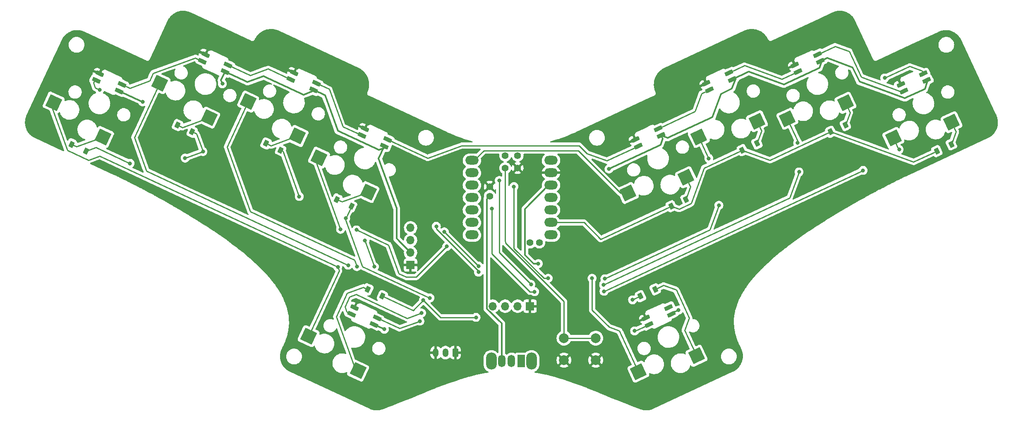
<source format=gbl>
%TF.GenerationSoftware,KiCad,Pcbnew,7.0.5*%
%TF.CreationDate,2023-06-04T15:55:19-04:00*%
%TF.ProjectId,epsilon-kb,65707369-6c6f-46e2-9d6b-622e6b696361,rev?*%
%TF.SameCoordinates,Original*%
%TF.FileFunction,Copper,L2,Bot*%
%TF.FilePolarity,Positive*%
%FSLAX46Y46*%
G04 Gerber Fmt 4.6, Leading zero omitted, Abs format (unit mm)*
G04 Created by KiCad (PCBNEW 7.0.5) date 2023-06-04 15:55:19*
%MOMM*%
%LPD*%
G01*
G04 APERTURE LIST*
G04 Aperture macros list*
%AMRoundRect*
0 Rectangle with rounded corners*
0 $1 Rounding radius*
0 $2 $3 $4 $5 $6 $7 $8 $9 X,Y pos of 4 corners*
0 Add a 4 corners polygon primitive as box body*
4,1,4,$2,$3,$4,$5,$6,$7,$8,$9,$2,$3,0*
0 Add four circle primitives for the rounded corners*
1,1,$1+$1,$2,$3*
1,1,$1+$1,$4,$5*
1,1,$1+$1,$6,$7*
1,1,$1+$1,$8,$9*
0 Add four rect primitives between the rounded corners*
20,1,$1+$1,$2,$3,$4,$5,0*
20,1,$1+$1,$4,$5,$6,$7,0*
20,1,$1+$1,$6,$7,$8,$9,0*
20,1,$1+$1,$8,$9,$2,$3,0*%
%AMRotRect*
0 Rectangle, with rotation*
0 The origin of the aperture is its center*
0 $1 length*
0 $2 width*
0 $3 Rotation angle, in degrees counterclockwise*
0 Add horizontal line*
21,1,$1,$2,0,0,$3*%
G04 Aperture macros list end*
%TA.AperFunction,ComponentPad*%
%ADD10O,2.200000X3.500000*%
%TD*%
%TA.AperFunction,ComponentPad*%
%ADD11R,1.500000X2.500000*%
%TD*%
%TA.AperFunction,ComponentPad*%
%ADD12O,1.500000X2.500000*%
%TD*%
%TA.AperFunction,ComponentPad*%
%ADD13O,2.750000X1.800000*%
%TD*%
%TA.AperFunction,ComponentPad*%
%ADD14C,1.397000*%
%TD*%
%TA.AperFunction,SMDPad,CuDef*%
%ADD15RotRect,2.600000X2.600000X205.000000*%
%TD*%
%TA.AperFunction,SMDPad,CuDef*%
%ADD16RotRect,2.600000X2.600000X155.000000*%
%TD*%
%TA.AperFunction,ComponentPad*%
%ADD17C,2.000000*%
%TD*%
%TA.AperFunction,ComponentPad*%
%ADD18R,1.700000X1.700000*%
%TD*%
%TA.AperFunction,ComponentPad*%
%ADD19O,1.700000X1.700000*%
%TD*%
%TA.AperFunction,ComponentPad*%
%ADD20RoundRect,0.250000X0.350000X0.625000X-0.350000X0.625000X-0.350000X-0.625000X0.350000X-0.625000X0*%
%TD*%
%TA.AperFunction,ComponentPad*%
%ADD21O,1.200000X1.750000*%
%TD*%
%TA.AperFunction,SMDPad,CuDef*%
%ADD22RotRect,1.700000X0.820000X205.000000*%
%TD*%
%TA.AperFunction,SMDPad,CuDef*%
%ADD23RoundRect,0.205000X0.497932X0.458382X-0.671205X-0.086796X-0.497932X-0.458382X0.671205X0.086796X0*%
%TD*%
%TA.AperFunction,SMDPad,CuDef*%
%ADD24RotRect,0.900000X1.200000X25.000000*%
%TD*%
%TA.AperFunction,SMDPad,CuDef*%
%ADD25RotRect,1.700000X0.820000X155.000000*%
%TD*%
%TA.AperFunction,SMDPad,CuDef*%
%ADD26RoundRect,0.205000X0.671205X-0.086796X-0.497932X0.458382X-0.671205X0.086796X0.497932X-0.458382X0*%
%TD*%
%TA.AperFunction,SMDPad,CuDef*%
%ADD27RotRect,0.900000X1.200000X155.000000*%
%TD*%
%TA.AperFunction,ViaPad*%
%ADD28C,0.800000*%
%TD*%
%TA.AperFunction,Conductor*%
%ADD29C,0.250000*%
%TD*%
%TA.AperFunction,Conductor*%
%ADD30C,0.350000*%
%TD*%
G04 APERTURE END LIST*
D10*
%TO.P,SW11,*%
%TO.N,*%
X145900002Y-126952500D03*
X154100002Y-126952500D03*
D11*
%TO.P,SW11,1,A*%
%TO.N,unconnected-(SW11-Pad1)*%
X152000002Y-126952500D03*
D12*
%TO.P,SW11,2,B*%
%TO.N,/B+*%
X150000002Y-126952500D03*
%TO.P,SW11,3,C*%
%TO.N,+BATT*%
X148000002Y-126952500D03*
%TD*%
D13*
%TO.P,U1,1,A2/0.02_H*%
%TO.N,C1*%
X141905001Y-85879999D03*
%TO.P,U1,2,A4/0.03_H*%
%TO.N,C2*%
X141905001Y-88419999D03*
%TO.P,U1,3,A10/0.28*%
%TO.N,C3*%
X141905001Y-90959999D03*
%TO.P,U1,4,A11/0.29*%
%TO.N,C4*%
X141905001Y-93499999D03*
%TO.P,U1,5,A8_SDA/0.04_H*%
%TO.N,/SDA*%
X141905001Y-96039999D03*
%TO.P,U1,6,A9_SCL/0.05_H*%
%TO.N,/SCL*%
X141905001Y-98579999D03*
%TO.P,U1,7,B8_TX/1.11*%
%TO.N,/LED_IN*%
X141905001Y-101119999D03*
%TO.P,U1,8,B9_RX/1.12*%
%TO.N,R1*%
X158095001Y-101119999D03*
%TO.P,U1,9,A7_SCK/1.13*%
%TO.N,R2*%
X158095001Y-98579999D03*
%TO.P,U1,10,A5_MISO/1.14*%
%TO.N,R3*%
X158095001Y-96039999D03*
%TO.P,U1,11,A6_MOSI/1.15*%
%TO.N,unconnected-(U1-Pad11)*%
X158095001Y-93499999D03*
%TO.P,U1,12,3V3*%
%TO.N,+3V3*%
X158095001Y-90959999D03*
%TO.P,U1,13,GND*%
%TO.N,GND*%
X158095001Y-88419999D03*
%TO.P,U1,14,5V*%
%TO.N,+5V*%
X158095001Y-85879999D03*
D14*
%TO.P,U1,15,A31_SWDIO*%
%TO.N,unconnected-(U1-Pad15)*%
X148730001Y-84927999D03*
%TO.P,U1,16,A30_SWCLK*%
%TO.N,unconnected-(U1-Pad16)*%
X151270001Y-84927999D03*
%TO.P,U1,17,RESET*%
%TO.N,/RST*%
X148730001Y-87467999D03*
%TO.P,U1,18,GND*%
%TO.N,GND*%
X151270001Y-87467999D03*
%TO.P,U1,19,BAT*%
%TO.N,+BATT*%
X145555001Y-93182999D03*
%TO.P,U1,20,GND*%
%TO.N,GND*%
X145555001Y-91277999D03*
%TO.P,U1,21,NFC1/0.09_H*%
%TO.N,unconnected-(U1-Pad21)*%
X153810001Y-102707999D03*
%TO.P,U1,22,NFC2/0.10_H*%
%TO.N,unconnected-(U1-Pad22)*%
X155715001Y-102707999D03*
%TD*%
D15*
%TO.P,SW5,1,1*%
%TO.N,Net-(D15-Pad2)*%
X185733498Y-89336356D03*
%TO.P,SW5,2,2*%
%TO.N,C1*%
X173834360Y-92567921D03*
%TD*%
D16*
%TO.P,SW2,1,1*%
%TO.N,Net-(D12-Pad2)*%
X88119523Y-77143819D03*
%TO.P,SW2,2,2*%
%TO.N,C2*%
X77995381Y-70105761D03*
%TD*%
%TO.P,SW4,1,1*%
%TO.N,Net-(D14-Pad2)*%
X120746603Y-92358076D03*
%TO.P,SW4,2,2*%
%TO.N,C4*%
X110622461Y-85320018D03*
%TD*%
D15*
%TO.P,SW10,1,1*%
%TO.N,Net-(D20-Pad2)*%
X187867364Y-125856168D03*
%TO.P,SW10,2,2*%
%TO.N,C2*%
X175968226Y-129087733D03*
%TD*%
D17*
%TO.P,SW12,1,1*%
%TO.N,/RST*%
X167250000Y-122250001D03*
X160750000Y-122250001D03*
%TO.P,SW12,2,2*%
%TO.N,GND*%
X160750000Y-126750001D03*
X167250000Y-126750001D03*
%TD*%
D15*
%TO.P,SW7,1,1*%
%TO.N,Net-(D17-Pad2)*%
X218360579Y-74122099D03*
%TO.P,SW7,2,2*%
%TO.N,C3*%
X206461441Y-77353664D03*
%TD*%
%TO.P,SW8,1,1*%
%TO.N,Net-(D18-Pad2)*%
X240062502Y-78070394D03*
%TO.P,SW8,2,2*%
%TO.N,C4*%
X228163364Y-81301959D03*
%TD*%
D16*
%TO.P,SW3,1,1*%
%TO.N,Net-(D13-Pad2)*%
X106229191Y-80899139D03*
%TO.P,SW3,2,2*%
%TO.N,C3*%
X96105049Y-73861081D03*
%TD*%
%TO.P,SW1,1,1*%
%TO.N,Net-(D11-Pad2)*%
X66417600Y-81092114D03*
%TO.P,SW1,2,2*%
%TO.N,C1*%
X56293458Y-74054056D03*
%TD*%
D18*
%TO.P,J2,1,GND*%
%TO.N,GND*%
X129350000Y-107300000D03*
D19*
%TO.P,J2,2,VCC*%
%TO.N,+3V3*%
X129350000Y-104760000D03*
%TO.P,J2,3,SCL*%
%TO.N,/SCL*%
X129350000Y-102220000D03*
%TO.P,J2,4,SDA*%
%TO.N,/SDA*%
X129350000Y-99680000D03*
%TD*%
D16*
%TO.P,SW9,1,1*%
%TO.N,Net-(D19-Pad2)*%
X118612738Y-128877887D03*
%TO.P,SW9,2,2*%
%TO.N,C1*%
X108488596Y-121839829D03*
%TD*%
D15*
%TO.P,SW6,1,1*%
%TO.N,Net-(D16-Pad2)*%
X200250911Y-77877419D03*
%TO.P,SW6,2,2*%
%TO.N,C2*%
X188351773Y-81108984D03*
%TD*%
D18*
%TO.P,J1,1,GND*%
%TO.N,GND*%
X153810000Y-115700000D03*
D19*
%TO.P,J1,2,VCC*%
%TO.N,+3V3*%
X151270000Y-115700000D03*
%TO.P,J1,3,SCL*%
%TO.N,/SCL*%
X148730000Y-115700000D03*
%TO.P,J1,4,SDA*%
%TO.N,/SDA*%
X146190000Y-115700000D03*
%TD*%
D20*
%TO.P,BT1,1,Pin_1*%
%TO.N,GND*%
X138500000Y-125200000D03*
D21*
%TO.P,BT1,2,Pin_2*%
%TO.N,/B+*%
X136500000Y-125200000D03*
%TO.P,BT1,3,Pin_3*%
%TO.N,GND*%
X134500000Y-125200000D03*
%TD*%
D22*
%TO.P,D10,1,VDD*%
%TO.N,+3V3*%
X182754478Y-117316904D03*
%TO.P,D10,2,DOUT*%
%TO.N,/LED_OUT*%
X182120550Y-115957443D03*
D23*
%TO.P,D10,3,VSS*%
%TO.N,GND*%
X177498380Y-118112796D03*
D22*
%TO.P,D10,4,DIN*%
%TO.N,Net-(D10-Pad4)*%
X178132308Y-119472257D03*
%TD*%
%TO.P,D6,1,VDD*%
%TO.N,+3V3*%
X195138025Y-69338155D03*
%TO.P,D6,2,DOUT*%
%TO.N,Net-(D6-Pad2)*%
X194504097Y-67978694D03*
D23*
%TO.P,D6,3,VSS*%
%TO.N,GND*%
X189881927Y-70134047D03*
D22*
%TO.P,D6,4,DIN*%
%TO.N,Net-(D5-Pad2)*%
X190515855Y-71493508D03*
%TD*%
D24*
%TO.P,D20,1,K*%
%TO.N,R3*%
X176412275Y-113654054D03*
%TO.P,D20,2,A*%
%TO.N,Net-(D20-Pad2)*%
X179403091Y-112259414D03*
%TD*%
D25*
%TO.P,D3,1,VDD*%
%TO.N,+3V3*%
X109484146Y-71493508D03*
%TO.P,D3,2,DOUT*%
%TO.N,Net-(D3-Pad2)*%
X110118074Y-70134047D03*
D26*
%TO.P,D3,3,VSS*%
%TO.N,GND*%
X105495904Y-67978694D03*
D25*
%TO.P,D3,4,DIN*%
%TO.N,Net-(D2-Pad2)*%
X104861976Y-69338155D03*
%TD*%
%TO.P,D9,1,VDD*%
%TO.N,+3V3*%
X121867692Y-119472256D03*
%TO.P,D9,2,DOUT*%
%TO.N,Net-(D10-Pad4)*%
X122501620Y-118112795D03*
D26*
%TO.P,D9,3,VSS*%
%TO.N,GND*%
X117879450Y-115957442D03*
D25*
%TO.P,D9,4,DIN*%
%TO.N,Net-(D8-Pad2)*%
X117245522Y-117316903D03*
%TD*%
D27*
%TO.P,D11,1,K*%
%TO.N,R1*%
X62940222Y-83994436D03*
%TO.P,D11,2,A*%
%TO.N,Net-(D11-Pad2)*%
X59949406Y-82599796D03*
%TD*%
D25*
%TO.P,D4,1,VDD*%
%TO.N,+3V3*%
X124001558Y-82952445D03*
%TO.P,D4,2,DOUT*%
%TO.N,Net-(D4-Pad2)*%
X124635486Y-81592984D03*
D26*
%TO.P,D4,3,VSS*%
%TO.N,GND*%
X120013316Y-79437631D03*
D25*
%TO.P,D4,4,DIN*%
%TO.N,Net-(D3-Pad2)*%
X119379388Y-80797092D03*
%TD*%
D27*
%TO.P,D19,1,K*%
%TO.N,R3*%
X123587724Y-113654054D03*
%TO.P,D19,2,A*%
%TO.N,Net-(D19-Pad2)*%
X120596908Y-112259414D03*
%TD*%
D24*
%TO.P,D18,1,K*%
%TO.N,R2*%
X237059778Y-83994436D03*
%TO.P,D18,2,A*%
%TO.N,Net-(D18-Pad2)*%
X240050594Y-82599796D03*
%TD*%
D22*
%TO.P,D7,1,VDD*%
%TO.N,+3V3*%
X213247693Y-65582835D03*
%TO.P,D7,2,DOUT*%
%TO.N,Net-(D7-Pad2)*%
X212613765Y-64223374D03*
D23*
%TO.P,D7,3,VSS*%
%TO.N,GND*%
X207991595Y-66378727D03*
D22*
%TO.P,D7,4,DIN*%
%TO.N,Net-(D6-Pad2)*%
X208625523Y-67738188D03*
%TD*%
D25*
%TO.P,D1,1,VDD*%
%TO.N,+3V3*%
X69672552Y-71686483D03*
%TO.P,D1,2,DOUT*%
%TO.N,Net-(D1-Pad2)*%
X70306480Y-70327022D03*
D26*
%TO.P,D1,3,VSS*%
%TO.N,GND*%
X65684310Y-68171669D03*
D25*
%TO.P,D1,4,DIN*%
%TO.N,/LED_IN*%
X65050382Y-69531130D03*
%TD*%
D27*
%TO.P,D14,1,K*%
%TO.N,R1*%
X117269225Y-95260399D03*
%TO.P,D14,2,A*%
%TO.N,Net-(D14-Pad2)*%
X114278409Y-93865759D03*
%TD*%
D22*
%TO.P,D5,1,VDD*%
%TO.N,+3V3*%
X180620612Y-80797092D03*
%TO.P,D5,2,DOUT*%
%TO.N,Net-(D5-Pad2)*%
X179986684Y-79437631D03*
D23*
%TO.P,D5,3,VSS*%
%TO.N,GND*%
X175364514Y-81592984D03*
D22*
%TO.P,D5,4,DIN*%
%TO.N,Net-(D4-Pad2)*%
X175998442Y-82952445D03*
%TD*%
D24*
%TO.P,D15,1,K*%
%TO.N,R2*%
X182730774Y-95260398D03*
%TO.P,D15,2,A*%
%TO.N,Net-(D15-Pad2)*%
X185721590Y-93865758D03*
%TD*%
D22*
%TO.P,D8,1,VDD*%
%TO.N,+3V3*%
X234949616Y-69531130D03*
%TO.P,D8,2,DOUT*%
%TO.N,Net-(D8-Pad2)*%
X234315688Y-68171669D03*
D23*
%TO.P,D8,3,VSS*%
%TO.N,GND*%
X229693518Y-70327022D03*
D22*
%TO.P,D8,4,DIN*%
%TO.N,Net-(D7-Pad2)*%
X230327446Y-71686483D03*
%TD*%
D24*
%TO.P,D17,1,K*%
%TO.N,R2*%
X215357853Y-80046140D03*
%TO.P,D17,2,A*%
%TO.N,Net-(D17-Pad2)*%
X218348669Y-78651500D03*
%TD*%
D27*
%TO.P,D13,1,K*%
%TO.N,R1*%
X102751813Y-83801462D03*
%TO.P,D13,2,A*%
%TO.N,Net-(D13-Pad2)*%
X99760997Y-82406822D03*
%TD*%
D25*
%TO.P,D2,1,VDD*%
%TO.N,+3V3*%
X91374478Y-67738187D03*
%TO.P,D2,2,DOUT*%
%TO.N,Net-(D2-Pad2)*%
X92008406Y-66378726D03*
D26*
%TO.P,D2,3,VSS*%
%TO.N,GND*%
X87386236Y-64223373D03*
D25*
%TO.P,D2,4,DIN*%
%TO.N,Net-(D1-Pad2)*%
X86752308Y-65582834D03*
%TD*%
D24*
%TO.P,D16,1,K*%
%TO.N,R2*%
X197248188Y-83801461D03*
%TO.P,D16,2,A*%
%TO.N,Net-(D16-Pad2)*%
X200239004Y-82406821D03*
%TD*%
D27*
%TO.P,D12,1,K*%
%TO.N,R1*%
X84642145Y-80046140D03*
%TO.P,D12,2,A*%
%TO.N,Net-(D12-Pad2)*%
X81651329Y-78651500D03*
%TD*%
D28*
%TO.N,GND*%
X102750001Y-66500000D03*
X63000000Y-67250000D03*
X85000000Y-63000000D03*
X117500000Y-78250000D03*
X131750000Y-106750000D03*
X228250000Y-69500000D03*
X118250000Y-114500000D03*
X144000000Y-92250000D03*
%TO.N,+3V3*%
X169959023Y-87632716D03*
X123971160Y-120425398D03*
X155500000Y-107000000D03*
X184186691Y-116514514D03*
X74494946Y-73907480D03*
X90835361Y-70217517D03*
%TO.N,/LED_IN*%
X118271320Y-100113472D03*
X136750000Y-103500000D03*
X65704248Y-71463377D03*
%TO.N,R1*%
X86852243Y-84083294D03*
X83197697Y-85413440D03*
X106564438Y-93275241D03*
X116080669Y-97712733D03*
X71931141Y-86504182D03*
X133302958Y-114018951D03*
%TO.N,R3*%
X142750000Y-118000000D03*
X174789135Y-114410936D03*
X131956657Y-114500000D03*
%TO.N,/SCL*%
X143250001Y-107500000D03*
X136250000Y-100499999D03*
%TO.N,/SDA*%
X143250000Y-108750000D03*
X134625000Y-99375000D03*
%TO.N,C1*%
X114452488Y-107711434D03*
%TO.N,C2*%
X190387076Y-85473706D03*
X166500000Y-110000000D03*
X169121734Y-110090710D03*
X150500000Y-91250000D03*
X116566799Y-107318131D03*
X157500000Y-109999999D03*
X192460379Y-95070054D03*
%TO.N,C3*%
X154000001Y-111250000D03*
X168864621Y-111313981D03*
X118364147Y-107604559D03*
X147500000Y-90000000D03*
X208864306Y-88248309D03*
X208579097Y-82312725D03*
%TO.N,C4*%
X115024124Y-99978502D03*
X229345398Y-83663020D03*
X145999999Y-95749999D03*
X168939740Y-112658174D03*
X120008817Y-102302903D03*
X121943575Y-107618607D03*
X154750000Y-112750000D03*
X221958745Y-87935007D03*
%TO.N,Net-(D8-Pad2)*%
X226389510Y-69042393D03*
X131597217Y-117085375D03*
%TO.N,Net-(D10-Pad4)*%
X175205115Y-120770361D03*
X131250000Y-118750001D03*
%TD*%
D29*
%TO.N,/RST*%
X160750000Y-122250001D02*
X167250000Y-122250001D01*
X148750000Y-102750000D02*
X160750000Y-114750000D01*
X148730002Y-102480000D02*
X148750000Y-102500002D01*
X148750000Y-102750000D02*
X148750000Y-102500002D01*
X160750000Y-114750000D02*
X160750000Y-122250001D01*
X148730002Y-87467999D02*
X148730002Y-102480000D01*
D30*
%TO.N,+BATT*%
X148000002Y-126952500D02*
X148000002Y-119242414D01*
X144965000Y-93773001D02*
X145555001Y-93182999D01*
X148000002Y-119242414D02*
X144965000Y-116207412D01*
X144965000Y-116207412D02*
X144965000Y-93773001D01*
%TO.N,+3V3*%
X180492262Y-82720986D02*
X180941801Y-81485886D01*
X219850535Y-66850523D02*
X221224044Y-69796023D01*
X213023910Y-66999540D02*
X213411607Y-65934353D01*
X234604911Y-71280066D02*
X235088601Y-69951141D01*
X180620612Y-80797093D02*
X181982762Y-81292875D01*
X181982762Y-81292875D02*
X191125464Y-77029562D01*
X99292607Y-68644306D02*
X107449377Y-72447870D01*
X195125552Y-71208015D02*
X195730165Y-69546857D01*
X91374478Y-67738188D02*
X95936904Y-69865682D01*
X109364088Y-71750971D02*
X109484146Y-71493508D01*
X182813456Y-117154865D02*
X182754477Y-117316906D01*
X107449377Y-72447870D02*
X109364088Y-71750971D01*
X154500000Y-107000000D02*
X155500000Y-107000000D01*
X213411607Y-65934353D02*
X213247692Y-65582835D01*
X123937772Y-120437550D02*
X123971160Y-120425398D01*
X230526526Y-73181850D02*
X234604911Y-71280066D01*
X124030195Y-83031123D02*
X124001559Y-82952446D01*
X234924686Y-69599623D02*
X234949617Y-69531130D01*
X221224044Y-69796023D02*
X230526526Y-73181850D01*
X69672553Y-71686483D02*
X74461556Y-73919631D01*
X191125464Y-77029562D02*
X192859784Y-72264560D01*
X169959023Y-87632716D02*
X180492262Y-82720986D01*
X198544892Y-67749508D02*
X205773449Y-70380486D01*
X122795776Y-85538254D02*
X126482338Y-95666998D01*
X192859784Y-72264560D02*
X195125552Y-71208015D01*
X126482338Y-101892339D02*
X129350000Y-104760000D01*
X126482338Y-95666998D02*
X126482338Y-101892339D01*
X121867692Y-119472256D02*
X123937772Y-120437550D01*
X111826342Y-72585693D02*
X114474483Y-79861398D01*
X184186691Y-116514514D02*
X182813456Y-117154865D01*
X235088601Y-69951141D02*
X234924686Y-69599623D01*
X214615367Y-64945077D02*
X219850535Y-66850523D01*
X205773449Y-70380486D02*
X213023910Y-66999540D01*
X114474483Y-79861398D02*
X122857830Y-83770617D01*
X90564880Y-69474376D02*
X90835361Y-70217517D01*
X180941801Y-81485886D02*
X180620612Y-80797093D01*
X213247692Y-65582835D02*
X214615367Y-64945077D01*
X152736501Y-105236501D02*
X152736501Y-95843499D01*
X195138025Y-69338155D02*
X198544892Y-67749508D01*
X91374478Y-67738188D02*
X90564880Y-69474376D01*
X122857830Y-83770617D02*
X123854524Y-83407849D01*
X109484146Y-71493508D02*
X111826342Y-72585693D01*
X152736501Y-95843499D02*
X157620001Y-90959999D01*
X74461556Y-73919631D02*
X74494946Y-73907480D01*
X152736501Y-105236501D02*
X154500000Y-107000000D01*
X123854524Y-83407849D02*
X124030195Y-83031123D01*
X124001559Y-82952446D02*
X122795776Y-85538254D01*
X95936904Y-69865682D02*
X99292607Y-68644306D01*
D29*
%TO.N,/LED_IN*%
X128500000Y-109750000D02*
X126975526Y-109039125D01*
X136750000Y-103500000D02*
X130500000Y-109749999D01*
X130500000Y-109749999D02*
X128500000Y-109750000D01*
X64435175Y-70044064D02*
X64597493Y-69695968D01*
X126975526Y-109039125D02*
X124842052Y-103177455D01*
X64597493Y-69695968D02*
X65050383Y-69531131D01*
X65704248Y-71463377D02*
X64797940Y-71040759D01*
X64797940Y-71040759D02*
X64435175Y-70044064D01*
X124842052Y-103177455D02*
X118271320Y-100113472D01*
%TO.N,R1*%
X64966999Y-83256749D02*
X62940222Y-83994436D01*
X119481764Y-107574024D02*
X133302958Y-114018951D01*
X115994748Y-97993525D02*
X119481764Y-107574024D01*
X117269225Y-95260400D02*
X115994748Y-97993525D01*
X103190764Y-84006148D02*
X106564438Y-93275241D01*
X71931141Y-86504182D02*
X64966999Y-83256749D01*
X86852243Y-84083294D02*
X85534249Y-80462135D01*
X86852243Y-84083294D02*
X83197697Y-85413440D01*
X102751813Y-83801462D02*
X103190764Y-84006148D01*
X85534249Y-80462135D02*
X84642145Y-80046140D01*
%TO.N,R2*%
X202896122Y-85857141D02*
X197248189Y-83801461D01*
X184311395Y-95835697D02*
X182730775Y-95260398D01*
X168265529Y-102005653D02*
X168250000Y-102000000D01*
X237059777Y-83994435D02*
X232301663Y-86213182D01*
X164829999Y-98579999D02*
X168250000Y-102000000D01*
X186766642Y-94690798D02*
X184311395Y-95835697D01*
X182730775Y-95260398D02*
X168265529Y-102005653D01*
X197248189Y-83801461D02*
X189397620Y-87462242D01*
X189397620Y-87462242D02*
X186766642Y-94690798D01*
X232301663Y-86213182D02*
X215357854Y-80046140D01*
X157620001Y-98580000D02*
X164829999Y-98579999D01*
X215357854Y-80046140D02*
X202896122Y-85857141D01*
%TO.N,R3*%
X123587724Y-113654054D02*
X129872132Y-116584524D01*
X129872132Y-116584524D02*
X131956657Y-114500000D01*
X131956657Y-114500000D02*
X135456657Y-118000000D01*
X135456657Y-118000000D02*
X142750000Y-118000000D01*
X176412275Y-113654054D02*
X174789135Y-114410936D01*
%TO.N,/SCL*%
X143250001Y-107500000D02*
X136250000Y-100499999D01*
%TO.N,/SDA*%
X143250000Y-108525305D02*
X143250000Y-108750000D01*
X134625000Y-99900305D02*
X143250000Y-108525305D01*
X134625000Y-99375000D02*
X134625000Y-99900305D01*
%TO.N,C1*%
X144355501Y-83904499D02*
X142380002Y-85879999D01*
X65738443Y-84995703D02*
X63412824Y-85842159D01*
X163654498Y-83904498D02*
X144355501Y-83904499D01*
X59122065Y-83841346D02*
X55881406Y-74937706D01*
X108488596Y-121839829D02*
X114726157Y-108463335D01*
X114452488Y-107711434D02*
X65738443Y-84995703D01*
X173834360Y-92567921D02*
X172317922Y-92567921D01*
X114726157Y-108463335D02*
X114452488Y-107711434D01*
X172317922Y-92567921D02*
X163654498Y-83904498D01*
X55881406Y-74937706D02*
X56293458Y-74054056D01*
X63412824Y-85842159D02*
X59122065Y-83841346D01*
%TO.N,C2*%
X192460379Y-95070054D02*
X190646544Y-100053525D01*
X150500000Y-91250000D02*
X150500000Y-103863605D01*
X172084299Y-120758623D02*
X175968226Y-129087734D01*
X190646544Y-100053525D02*
X169121734Y-110090710D01*
X150500000Y-103863605D02*
X156636396Y-110000000D01*
X72822250Y-81199576D02*
X75329795Y-88089000D01*
X166500000Y-116500000D02*
X170000000Y-120000000D01*
X156636396Y-110000000D02*
X157500000Y-109999999D01*
X188351772Y-81108984D02*
X190387076Y-85473706D01*
X75329795Y-88089000D02*
X116566799Y-107318131D01*
X166500000Y-110000000D02*
X166500000Y-116500000D01*
X170000000Y-120000000D02*
X172084299Y-120758623D01*
X77995380Y-70105762D02*
X72822250Y-81199576D01*
%TO.N,C3*%
X96105050Y-73861081D02*
X91777154Y-83142282D01*
X206929548Y-93564015D02*
X168864621Y-111313981D01*
X206461442Y-77353664D02*
X208664489Y-82078116D01*
X96582224Y-96344105D02*
X117880457Y-106275633D01*
X91777154Y-83142282D02*
X96582224Y-96344105D01*
X147500000Y-90000000D02*
X147500000Y-104750000D01*
X147500000Y-104750000D02*
X154000001Y-111250000D01*
X208664489Y-82078116D02*
X208579097Y-82312725D01*
X117880457Y-106275633D02*
X118364147Y-107604559D01*
X208864306Y-88248309D02*
X206929548Y-93564015D01*
%TO.N,C4*%
X120008817Y-102302903D02*
X121943575Y-107618607D01*
X229247776Y-83627489D02*
X229345398Y-83663020D01*
X110622462Y-85320018D02*
X110098131Y-86444448D01*
X153749999Y-112749999D02*
X154750000Y-112750000D01*
X228163364Y-81301959D02*
X229247776Y-83627489D01*
X110098131Y-86444448D02*
X115024124Y-99978502D01*
X145999999Y-95749999D02*
X145999999Y-104999999D01*
X145999999Y-104999999D02*
X153749999Y-112749999D01*
X221958745Y-87935007D02*
X168939740Y-112658174D01*
%TO.N,Net-(D1-Pad2)*%
X85287786Y-64899917D02*
X86752309Y-65582835D01*
X71923407Y-71081007D02*
X75943574Y-69617785D01*
X76683156Y-68031747D02*
X85287786Y-64899917D01*
X75943574Y-69617785D02*
X76683156Y-68031747D01*
X70306480Y-70327022D02*
X71923407Y-71081007D01*
%TO.N,Net-(D2-Pad2)*%
X100225378Y-67176074D02*
X104861975Y-69338155D01*
X92008405Y-66378727D02*
X96570831Y-68506219D01*
X96570831Y-68506219D02*
X100225378Y-67176074D01*
%TO.N,Net-(D3-Pad2)*%
X112686847Y-71331885D02*
X115468061Y-78973211D01*
X110118072Y-70134046D02*
X112686847Y-71331885D01*
X115468061Y-78973211D02*
X119379389Y-80797093D01*
%TO.N,Net-(D4-Pad2)*%
X132823143Y-85410950D02*
X139833391Y-82859427D01*
X139833391Y-82859427D02*
X163859428Y-82859428D01*
X169532325Y-85967647D02*
X165500000Y-84500001D01*
X163859428Y-82859428D02*
X165500000Y-84500001D01*
X175998442Y-82952446D02*
X169532325Y-85967647D01*
X124635486Y-81592983D02*
X132823143Y-85410950D01*
%TO.N,Net-(D5-Pad2)*%
X187588664Y-75892769D02*
X188918811Y-72238224D01*
X188918811Y-72238224D02*
X190515855Y-71493507D01*
X179986684Y-79437631D02*
X187588664Y-75892769D01*
%TO.N,Net-(D6-Pad2)*%
X205325712Y-69276916D02*
X208625521Y-67738189D01*
X197684388Y-66495700D02*
X205325712Y-69276916D01*
X194504098Y-67978694D02*
X197684388Y-66495700D01*
%TO.N,Net-(D7-Pad2)*%
X221607546Y-68843796D02*
X229928672Y-71872435D01*
X229928672Y-71872435D02*
X230327446Y-71686483D01*
X216247210Y-62529070D02*
X219156757Y-63588059D01*
X219156757Y-63588059D02*
X221607546Y-68843796D01*
X212613765Y-64223373D02*
X216247210Y-62529070D01*
%TO.N,Net-(D8-Pad2)*%
X231510999Y-66654205D02*
X226389510Y-69042393D01*
X115904777Y-115836447D02*
X116855668Y-113797257D01*
X116855668Y-113797257D02*
X118184594Y-113313566D01*
X117245523Y-117316903D02*
X116279696Y-116866531D01*
X234315688Y-68171669D02*
X234036760Y-67573504D01*
X128607133Y-118173676D02*
X131597217Y-117085375D01*
X118184594Y-113313566D02*
X128607133Y-118173676D01*
X234036760Y-67573504D02*
X231510999Y-66654205D01*
X116279696Y-116866531D02*
X115904777Y-115836447D01*
%TO.N,Net-(D10-Pad4)*%
X175175802Y-120850899D02*
X175205115Y-120770361D01*
X131250000Y-118750001D02*
X127104122Y-120258977D01*
X175059076Y-120905329D02*
X175175802Y-120850899D01*
X127104122Y-120258977D02*
X122501620Y-118112794D01*
X178132308Y-119472258D02*
X175059076Y-120905329D01*
%TO.N,Net-(D11-Pad2)*%
X60969003Y-83075241D02*
X59949407Y-82599797D01*
X66417599Y-81092114D02*
X60969003Y-83075241D01*
%TO.N,Net-(D12-Pad2)*%
X82670928Y-79126946D02*
X81651330Y-78651500D01*
X88119522Y-77143820D02*
X82670928Y-79126946D01*
%TO.N,Net-(D13-Pad2)*%
X106229191Y-80899140D02*
X100780592Y-82882265D01*
X100780592Y-82882265D02*
X99760998Y-82406822D01*
%TO.N,Net-(D14-Pad2)*%
X120746603Y-92358076D02*
X115298005Y-94341203D01*
X115298005Y-94341203D02*
X114278409Y-93865758D01*
%TO.N,Net-(D15-Pad2)*%
X185733498Y-89336356D02*
X186652693Y-91307575D01*
X186652693Y-91307575D02*
X185721590Y-93865758D01*
%TO.N,Net-(D16-Pad2)*%
X201170106Y-79848638D02*
X200239004Y-82406821D01*
X200250911Y-77877418D02*
X201170106Y-79848638D01*
%TO.N,Net-(D17-Pad2)*%
X219279773Y-76093316D02*
X218348669Y-78651500D01*
X218360580Y-74122100D02*
X219279773Y-76093316D01*
%TO.N,Net-(D18-Pad2)*%
X240062501Y-78070394D02*
X240981696Y-80041612D01*
X240981696Y-80041612D02*
X240050594Y-82599796D01*
%TO.N,Net-(D19-Pad2)*%
X118060348Y-128620304D02*
X114139415Y-117847629D01*
X119676172Y-111830067D02*
X120596908Y-112259414D01*
X114139415Y-117847629D02*
X116387246Y-113027138D01*
X118612738Y-128877887D02*
X118060348Y-128620304D01*
X116387246Y-113027138D02*
X119676172Y-111830067D01*
%TO.N,Net-(D20-Pad2)*%
X181133289Y-111452609D02*
X179403091Y-112259413D01*
X183710606Y-112390675D02*
X181133289Y-111452609D01*
X185455307Y-120683494D02*
X186385664Y-118127357D01*
X186385664Y-118127357D02*
X183710606Y-112390675D01*
X187867364Y-125856168D02*
X185455307Y-120683494D01*
%TD*%
%TA.AperFunction,Conductor*%
%TO.N,GND*%
G36*
X217236125Y-55286454D02*
G01*
X217395927Y-55292371D01*
X217398959Y-55292483D01*
X217405057Y-55292857D01*
X217567002Y-55306737D01*
X217573029Y-55307400D01*
X217651506Y-55317959D01*
X217733814Y-55329034D01*
X217739794Y-55329986D01*
X217852149Y-55350643D01*
X217899105Y-55359276D01*
X217904977Y-55360501D01*
X218062564Y-55397352D01*
X218068391Y-55398862D01*
X218223930Y-55443167D01*
X218229671Y-55444952D01*
X218382867Y-55496609D01*
X218388513Y-55498664D01*
X218499726Y-55542172D01*
X218539057Y-55557559D01*
X218544599Y-55559880D01*
X218692245Y-55625927D01*
X218697679Y-55628516D01*
X218842039Y-55701558D01*
X218847344Y-55704403D01*
X218947103Y-55761035D01*
X218988233Y-55784384D01*
X218993426Y-55787500D01*
X219130502Y-55874281D01*
X219135557Y-55877655D01*
X219268517Y-55971105D01*
X219273429Y-55974739D01*
X219402010Y-56074765D01*
X219406764Y-56078652D01*
X219530732Y-56185179D01*
X219535316Y-56189318D01*
X219654345Y-56302199D01*
X219658746Y-56306583D01*
X219772634Y-56425787D01*
X219776811Y-56430383D01*
X219885247Y-56555772D01*
X219889237Y-56560625D01*
X219991976Y-56692146D01*
X219995735Y-56697214D01*
X220092541Y-56834826D01*
X220096038Y-56840074D01*
X220186643Y-56983722D01*
X220189879Y-56989150D01*
X220274023Y-57138796D01*
X220276994Y-57144410D01*
X220357957Y-57307164D01*
X220359328Y-57310008D01*
X223993875Y-65104321D01*
X224032552Y-65187265D01*
X224039506Y-65205889D01*
X224041325Y-65212252D01*
X224045791Y-65227879D01*
X224050581Y-65235471D01*
X224050582Y-65235473D01*
X224062162Y-65253827D01*
X224070116Y-65268507D01*
X224079171Y-65288239D01*
X224079174Y-65288244D01*
X224082917Y-65296400D01*
X224088799Y-65303179D01*
X224088802Y-65303183D01*
X224099015Y-65314953D01*
X224110408Y-65330292D01*
X224123516Y-65351066D01*
X224126567Y-65353761D01*
X224128794Y-65357170D01*
X224135303Y-65362739D01*
X224135306Y-65362742D01*
X224148305Y-65373864D01*
X224161557Y-65387023D01*
X224172497Y-65399631D01*
X224172500Y-65399633D01*
X224178382Y-65406412D01*
X224199045Y-65419703D01*
X224214277Y-65431223D01*
X224232691Y-65447486D01*
X224236377Y-65449216D01*
X224239470Y-65451863D01*
X224262885Y-65462411D01*
X224279289Y-65471317D01*
X224300886Y-65485209D01*
X224324443Y-65492165D01*
X224342302Y-65498948D01*
X224364540Y-65509389D01*
X224368562Y-65510015D01*
X224372275Y-65511688D01*
X224380747Y-65512871D01*
X224397704Y-65515239D01*
X224415957Y-65519186D01*
X224431968Y-65523913D01*
X224431970Y-65523913D01*
X224440581Y-65526456D01*
X224470149Y-65526533D01*
X224487245Y-65527744D01*
X224497016Y-65529108D01*
X224507645Y-65530593D01*
X224507647Y-65530593D01*
X224516533Y-65531834D01*
X224525417Y-65530530D01*
X224541935Y-65528106D01*
X224560561Y-65526770D01*
X224577261Y-65526814D01*
X224577265Y-65526813D01*
X224586238Y-65526837D01*
X224613572Y-65518922D01*
X224630754Y-65515223D01*
X224650258Y-65512430D01*
X224650261Y-65512429D01*
X224658927Y-65511188D01*
X224659754Y-65510812D01*
X224660647Y-65510681D01*
X224691950Y-65496316D01*
X224692669Y-65496017D01*
X224693740Y-65495707D01*
X224721951Y-65482552D01*
X224722628Y-65482239D01*
X224725923Y-65480727D01*
X224726230Y-65480587D01*
X224786761Y-65453065D01*
X224786764Y-65453063D01*
X224791522Y-65450900D01*
X224792206Y-65450311D01*
X224793031Y-65449932D01*
X224794076Y-65449025D01*
X224795311Y-65448343D01*
X224799605Y-65446341D01*
X231654141Y-62250000D01*
X237386526Y-62250000D01*
X237406391Y-62502403D01*
X237465495Y-62748591D01*
X237562384Y-62982502D01*
X237694672Y-63198376D01*
X237859102Y-63390898D01*
X237862858Y-63394106D01*
X237865820Y-63396636D01*
X238051624Y-63555328D01*
X238267498Y-63687616D01*
X238272068Y-63689509D01*
X238272072Y-63689511D01*
X238496836Y-63782611D01*
X238501409Y-63784505D01*
X238586032Y-63804821D01*
X238742784Y-63842454D01*
X238742790Y-63842455D01*
X238747597Y-63843609D01*
X238847416Y-63851465D01*
X238934345Y-63858307D01*
X238934352Y-63858307D01*
X238936801Y-63858500D01*
X239063199Y-63858500D01*
X239065648Y-63858307D01*
X239065655Y-63858307D01*
X239152584Y-63851465D01*
X239252403Y-63843609D01*
X239257210Y-63842455D01*
X239257216Y-63842454D01*
X239413968Y-63804821D01*
X239498591Y-63784505D01*
X239503164Y-63782611D01*
X239727928Y-63689511D01*
X239727932Y-63689509D01*
X239732502Y-63687616D01*
X239948376Y-63555328D01*
X240134180Y-63396636D01*
X240137142Y-63394106D01*
X240140898Y-63390898D01*
X240305328Y-63198376D01*
X240437616Y-62982502D01*
X240534505Y-62748591D01*
X240593609Y-62502403D01*
X240613474Y-62250000D01*
X240593609Y-61997597D01*
X240586396Y-61967549D01*
X240535660Y-61756221D01*
X240534505Y-61751409D01*
X240437616Y-61517498D01*
X240410568Y-61473360D01*
X240307910Y-61305837D01*
X240307908Y-61305835D01*
X240305328Y-61301624D01*
X240140898Y-61109102D01*
X239948376Y-60944672D01*
X239732502Y-60812384D01*
X239727932Y-60810491D01*
X239727928Y-60810489D01*
X239503164Y-60717389D01*
X239503162Y-60717388D01*
X239498591Y-60715495D01*
X239413968Y-60695179D01*
X239257216Y-60657546D01*
X239257210Y-60657545D01*
X239252403Y-60656391D01*
X239152584Y-60648535D01*
X239065655Y-60641693D01*
X239065648Y-60641693D01*
X239063199Y-60641500D01*
X238936801Y-60641500D01*
X238934352Y-60641693D01*
X238934345Y-60641693D01*
X238847416Y-60648535D01*
X238747597Y-60656391D01*
X238742790Y-60657545D01*
X238742784Y-60657546D01*
X238586032Y-60695179D01*
X238501409Y-60715495D01*
X238496838Y-60717388D01*
X238496836Y-60717389D01*
X238272072Y-60810489D01*
X238272068Y-60810491D01*
X238267498Y-60812384D01*
X238051624Y-60944672D01*
X237859102Y-61109102D01*
X237694672Y-61301624D01*
X237692092Y-61305835D01*
X237692090Y-61305837D01*
X237589432Y-61473360D01*
X237562384Y-61517498D01*
X237465495Y-61751409D01*
X237464340Y-61756221D01*
X237413605Y-61967549D01*
X237406391Y-61997597D01*
X237386526Y-62250000D01*
X231654141Y-62250000D01*
X237410672Y-59565670D01*
X237413573Y-59564362D01*
X237434808Y-59555106D01*
X237580235Y-59491716D01*
X237586114Y-59489329D01*
X237746743Y-59428784D01*
X237752753Y-59426691D01*
X237789578Y-59414897D01*
X237914477Y-59374896D01*
X237920541Y-59373121D01*
X238083137Y-59329933D01*
X238089254Y-59328471D01*
X238150241Y-59315503D01*
X238252507Y-59293759D01*
X238258681Y-59292606D01*
X238422360Y-59266250D01*
X238428550Y-59265411D01*
X238473179Y-59260479D01*
X238592400Y-59247303D01*
X238598561Y-59246775D01*
X238690145Y-59241203D01*
X238762321Y-59236812D01*
X238768492Y-59236588D01*
X238854218Y-59235581D01*
X238931910Y-59234668D01*
X238938034Y-59234745D01*
X239082360Y-59240088D01*
X239100860Y-59240773D01*
X239106958Y-59241147D01*
X239268901Y-59255027D01*
X239274942Y-59255692D01*
X239353417Y-59266250D01*
X239435725Y-59277324D01*
X239441674Y-59278271D01*
X239598757Y-59307149D01*
X239601003Y-59307562D01*
X239606910Y-59308795D01*
X239764466Y-59345638D01*
X239770292Y-59347148D01*
X239925861Y-59391463D01*
X239931563Y-59393235D01*
X240084769Y-59444894D01*
X240090415Y-59446949D01*
X240198730Y-59489323D01*
X240238036Y-59504700D01*
X240240947Y-59505839D01*
X240246493Y-59508163D01*
X240394136Y-59574209D01*
X240399567Y-59576795D01*
X240399718Y-59576872D01*
X240543959Y-59649853D01*
X240549278Y-59652706D01*
X240690145Y-59732674D01*
X240695336Y-59735788D01*
X240832392Y-59822552D01*
X240837451Y-59825929D01*
X240970430Y-59919395D01*
X240975341Y-59923027D01*
X241103941Y-60023067D01*
X241108695Y-60026955D01*
X241204278Y-60109090D01*
X241232641Y-60133463D01*
X241237223Y-60137600D01*
X241349434Y-60244013D01*
X241356270Y-60250496D01*
X241360645Y-60254854D01*
X241474528Y-60374054D01*
X241478726Y-60378672D01*
X241587197Y-60504102D01*
X241591146Y-60508907D01*
X241693895Y-60640436D01*
X241697656Y-60645508D01*
X241794446Y-60783099D01*
X241797950Y-60788354D01*
X241888568Y-60932023D01*
X241891795Y-60937438D01*
X241975937Y-61087079D01*
X241978916Y-61092706D01*
X242013255Y-61161738D01*
X242059899Y-61255505D01*
X242061281Y-61258373D01*
X248274595Y-74582839D01*
X249045154Y-76235303D01*
X249239469Y-76652013D01*
X249240779Y-76654918D01*
X249313018Y-76820653D01*
X249315408Y-76826539D01*
X249375950Y-76987178D01*
X249378031Y-76993150D01*
X249429834Y-77154908D01*
X249431603Y-77160951D01*
X249458477Y-77262136D01*
X249474794Y-77323575D01*
X249476261Y-77329714D01*
X249483549Y-77363992D01*
X249510147Y-77489087D01*
X249510967Y-77492946D01*
X249512119Y-77499113D01*
X249520355Y-77550268D01*
X249538468Y-77662767D01*
X249539308Y-77668958D01*
X249557410Y-77832791D01*
X249557940Y-77838979D01*
X249567902Y-78002752D01*
X249568125Y-78008925D01*
X249569360Y-78114271D01*
X249569923Y-78162220D01*
X249570041Y-78172320D01*
X249569964Y-78178452D01*
X249567778Y-78237490D01*
X249563934Y-78341298D01*
X249563560Y-78347395D01*
X249549680Y-78509331D01*
X249549018Y-78515351D01*
X249527384Y-78676121D01*
X249526434Y-78682090D01*
X249497141Y-78841418D01*
X249495908Y-78847325D01*
X249459055Y-79004915D01*
X249457544Y-79010744D01*
X249413244Y-79166253D01*
X249411460Y-79171993D01*
X249359803Y-79325185D01*
X249357748Y-79330831D01*
X249331148Y-79398823D01*
X249306570Y-79461649D01*
X249298850Y-79481381D01*
X249296526Y-79486926D01*
X249230483Y-79634562D01*
X249227904Y-79639978D01*
X249154851Y-79784361D01*
X249154847Y-79784368D01*
X249152000Y-79789677D01*
X249078762Y-79918684D01*
X249072021Y-79930558D01*
X249068913Y-79935739D01*
X248982135Y-80072814D01*
X248978773Y-80077850D01*
X248902321Y-80186622D01*
X248885294Y-80210847D01*
X248881661Y-80215758D01*
X248871773Y-80228469D01*
X248786344Y-80338286D01*
X248781631Y-80344344D01*
X248777768Y-80349069D01*
X248671209Y-80473073D01*
X248667112Y-80477611D01*
X248554187Y-80596685D01*
X248549819Y-80601069D01*
X248430632Y-80714941D01*
X248426009Y-80719143D01*
X248300630Y-80827568D01*
X248295778Y-80831557D01*
X248164257Y-80934297D01*
X248159186Y-80938057D01*
X248021602Y-81034842D01*
X248016327Y-81038359D01*
X247929451Y-81093156D01*
X247886014Y-81120554D01*
X247872696Y-81128954D01*
X247867232Y-81132210D01*
X247856347Y-81138330D01*
X247717620Y-81216333D01*
X247711994Y-81219312D01*
X247549172Y-81300309D01*
X247546374Y-81301657D01*
X231296665Y-88879021D01*
X231275608Y-88888840D01*
X231275016Y-88889090D01*
X231274312Y-88889296D01*
X231239594Y-88905631D01*
X231239401Y-88905722D01*
X231239008Y-88905906D01*
X231206963Y-88920849D01*
X231206353Y-88921247D01*
X231205777Y-88921542D01*
X230787464Y-89118364D01*
X230786232Y-89118891D01*
X230784909Y-89119288D01*
X230781557Y-89120891D01*
X230781558Y-89120891D01*
X230749779Y-89136092D01*
X230749052Y-89136436D01*
X230722215Y-89149063D01*
X230722199Y-89149071D01*
X230719071Y-89150543D01*
X230717988Y-89151256D01*
X230716953Y-89151793D01*
X230274683Y-89363348D01*
X230273646Y-89363799D01*
X230272473Y-89364159D01*
X230269483Y-89365611D01*
X230269471Y-89365616D01*
X230238571Y-89380619D01*
X230237909Y-89380938D01*
X230209576Y-89394491D01*
X230209556Y-89394502D01*
X230206576Y-89395927D01*
X230205554Y-89396608D01*
X230204537Y-89397144D01*
X230140612Y-89428182D01*
X229739158Y-89623103D01*
X229738238Y-89623510D01*
X229737153Y-89623849D01*
X229734371Y-89625218D01*
X229734367Y-89625220D01*
X229703180Y-89640569D01*
X229702579Y-89640863D01*
X229673985Y-89654747D01*
X229673974Y-89654753D01*
X229671216Y-89656092D01*
X229670281Y-89656724D01*
X229669360Y-89657215D01*
X229180908Y-89897624D01*
X229180106Y-89897983D01*
X229179137Y-89898292D01*
X229146592Y-89914513D01*
X229146032Y-89914791D01*
X229113200Y-89930950D01*
X229112294Y-89931569D01*
X229111375Y-89932065D01*
X228737303Y-90118510D01*
X228600516Y-90186687D01*
X228599701Y-90187057D01*
X228598748Y-90187365D01*
X228564512Y-90204632D01*
X228564172Y-90204802D01*
X228535316Y-90219183D01*
X228535296Y-90219194D01*
X228532848Y-90220414D01*
X228532025Y-90220983D01*
X228531249Y-90221407D01*
X227998109Y-90490288D01*
X227997350Y-90490637D01*
X227996442Y-90490935D01*
X227994091Y-90492134D01*
X227994080Y-90492139D01*
X227983388Y-90497592D01*
X227962429Y-90508281D01*
X227962374Y-90508309D01*
X227961869Y-90508565D01*
X227932927Y-90523161D01*
X227932909Y-90523171D01*
X227930587Y-90524342D01*
X227929815Y-90524881D01*
X227929064Y-90525296D01*
X227374424Y-90808150D01*
X227373616Y-90808526D01*
X227372716Y-90808825D01*
X227370371Y-90810034D01*
X227370364Y-90810037D01*
X227351364Y-90819831D01*
X227336947Y-90827262D01*
X227306936Y-90842567D01*
X227306213Y-90843077D01*
X227305572Y-90843435D01*
X227130306Y-90933775D01*
X226729749Y-91140241D01*
X226729032Y-91140578D01*
X226728198Y-91140860D01*
X226694403Y-91158459D01*
X226693944Y-91158697D01*
X226662500Y-91174905D01*
X226661775Y-91175420D01*
X226661071Y-91175817D01*
X226065068Y-91486197D01*
X226064372Y-91486527D01*
X226063543Y-91486811D01*
X226061390Y-91487943D01*
X226061389Y-91487944D01*
X226029503Y-91504717D01*
X226029092Y-91504932D01*
X225997959Y-91521145D01*
X225997249Y-91521654D01*
X225996578Y-91522036D01*
X225381022Y-91845836D01*
X225380341Y-91846162D01*
X225379519Y-91846448D01*
X225345852Y-91864335D01*
X225345394Y-91864577D01*
X225338482Y-91868213D01*
X225314069Y-91881055D01*
X225313361Y-91881568D01*
X225312688Y-91881954D01*
X225270896Y-91904158D01*
X224678495Y-92218892D01*
X224677800Y-92219229D01*
X224676984Y-92219516D01*
X224674848Y-92220662D01*
X224674844Y-92220664D01*
X224643198Y-92237643D01*
X224642744Y-92237885D01*
X224613812Y-92253256D01*
X224613783Y-92253273D01*
X224611669Y-92254396D01*
X224610967Y-92254908D01*
X224610315Y-92255287D01*
X224183818Y-92484123D01*
X223958317Y-92605115D01*
X223957625Y-92605454D01*
X223956799Y-92605749D01*
X223954642Y-92606918D01*
X223923253Y-92623928D01*
X223922863Y-92624139D01*
X223891655Y-92640883D01*
X223890944Y-92641407D01*
X223890261Y-92641807D01*
X223221529Y-93004202D01*
X223220808Y-93004559D01*
X223219966Y-93004863D01*
X223215145Y-93007502D01*
X223186332Y-93023274D01*
X223186022Y-93023443D01*
X223155003Y-93040253D01*
X223154291Y-93040781D01*
X223153609Y-93041185D01*
X222468899Y-93415993D01*
X222467751Y-93416570D01*
X222466451Y-93417049D01*
X222433518Y-93435360D01*
X222432947Y-93435674D01*
X222405966Y-93450443D01*
X222405960Y-93450446D01*
X222402733Y-93452213D01*
X222401629Y-93453041D01*
X222400506Y-93453713D01*
X220922383Y-94275528D01*
X220920689Y-94276396D01*
X220918882Y-94277081D01*
X220914652Y-94279484D01*
X220914653Y-94279484D01*
X220887105Y-94295136D01*
X220886087Y-94295708D01*
X220860550Y-94309906D01*
X220860541Y-94309912D01*
X220856627Y-94312088D01*
X220855077Y-94313266D01*
X220853407Y-94314284D01*
X219326222Y-95182035D01*
X219324273Y-95183057D01*
X219322268Y-95183841D01*
X219318065Y-95186286D01*
X219290065Y-95202573D01*
X219288960Y-95203208D01*
X219277146Y-95209921D01*
X219260759Y-95219232D01*
X219259123Y-95220499D01*
X219257385Y-95221583D01*
X217701490Y-96126614D01*
X217690816Y-96132823D01*
X217688761Y-96133930D01*
X217686623Y-96134792D01*
X217682438Y-96137289D01*
X217682435Y-96137291D01*
X217656142Y-96152982D01*
X217654925Y-96153700D01*
X217625955Y-96170551D01*
X217624105Y-96172014D01*
X217621996Y-96173360D01*
X217420186Y-96293795D01*
X216027212Y-97125090D01*
X216024915Y-97126361D01*
X216022549Y-97127351D01*
X216018398Y-97129899D01*
X216018395Y-97129901D01*
X215992856Y-97145580D01*
X215991503Y-97146400D01*
X215962881Y-97163481D01*
X215960821Y-97165148D01*
X215958381Y-97166746D01*
X214346709Y-98156213D01*
X214343936Y-98157797D01*
X214341245Y-98158968D01*
X214337134Y-98161573D01*
X214311565Y-98177774D01*
X214310049Y-98178720D01*
X214295348Y-98187746D01*
X214282791Y-98195455D01*
X214280546Y-98197319D01*
X214277821Y-98199156D01*
X213197755Y-98883547D01*
X212673058Y-99216025D01*
X212660748Y-99223825D01*
X212657487Y-99225754D01*
X212654455Y-99227132D01*
X212625796Y-99245948D01*
X212625609Y-99246071D01*
X212623903Y-99247172D01*
X212597406Y-99263962D01*
X212594893Y-99266109D01*
X212591712Y-99268326D01*
X211033046Y-100291667D01*
X210981648Y-100325412D01*
X210977785Y-100327789D01*
X210974363Y-100329421D01*
X210970336Y-100332173D01*
X210946466Y-100348486D01*
X210944617Y-100349725D01*
X210918959Y-100366570D01*
X210916131Y-100369066D01*
X210912329Y-100371813D01*
X209322054Y-101458579D01*
X209317391Y-101461578D01*
X209313530Y-101463522D01*
X209309573Y-101466352D01*
X209309571Y-101466353D01*
X209286804Y-101482635D01*
X209284641Y-101484148D01*
X209260051Y-101500952D01*
X209256881Y-101503857D01*
X209252264Y-101507336D01*
X207695028Y-102620982D01*
X207689551Y-102624686D01*
X207689077Y-102624989D01*
X207684785Y-102627284D01*
X207659030Y-102646681D01*
X207656568Y-102648487D01*
X207633583Y-102664925D01*
X207630345Y-102668022D01*
X207629116Y-102669040D01*
X207624528Y-102672666D01*
X206746976Y-103333594D01*
X206148760Y-103784140D01*
X206113379Y-103810787D01*
X206108405Y-103814347D01*
X206105536Y-103816297D01*
X206101310Y-103818715D01*
X206097511Y-103821751D01*
X206097505Y-103821755D01*
X206077466Y-103837770D01*
X206074635Y-103839966D01*
X206052733Y-103856462D01*
X206049569Y-103859641D01*
X206046190Y-103862585D01*
X206046073Y-103862451D01*
X206041920Y-103866177D01*
X205473163Y-104320702D01*
X204589655Y-105026762D01*
X204584361Y-105030769D01*
X204584259Y-105030842D01*
X204580092Y-105033364D01*
X204555848Y-105053733D01*
X204553586Y-105055586D01*
X204530884Y-105073729D01*
X204527814Y-105076996D01*
X204526465Y-105078241D01*
X204522063Y-105082117D01*
X204302657Y-105266453D01*
X203850630Y-105646227D01*
X203847150Y-105648980D01*
X203844004Y-105650963D01*
X203840331Y-105654165D01*
X203840329Y-105654166D01*
X203818452Y-105673235D01*
X203816786Y-105674662D01*
X203793199Y-105694478D01*
X203790736Y-105697231D01*
X203787375Y-105700321D01*
X203134866Y-106269054D01*
X203131007Y-106272227D01*
X203127644Y-106274440D01*
X203117397Y-106283732D01*
X203102754Y-106297010D01*
X203100905Y-106298654D01*
X203081623Y-106315460D01*
X203081615Y-106315468D01*
X203078242Y-106318408D01*
X203075653Y-106321410D01*
X203072008Y-106324891D01*
X202517758Y-106827489D01*
X202440440Y-106897601D01*
X202436224Y-106901213D01*
X202432662Y-106903668D01*
X202429132Y-106907009D01*
X202429121Y-106907018D01*
X202408772Y-106926278D01*
X202406834Y-106928074D01*
X202384802Y-106948053D01*
X202382054Y-106951369D01*
X202377962Y-106955439D01*
X201769244Y-107531567D01*
X201764567Y-107535761D01*
X201760777Y-107538505D01*
X201745148Y-107554000D01*
X201737869Y-107561216D01*
X201735771Y-107563249D01*
X201714592Y-107583294D01*
X201711806Y-107586806D01*
X201711370Y-107587282D01*
X201707180Y-107591641D01*
X201122892Y-108170900D01*
X201118126Y-108175385D01*
X201117548Y-108175901D01*
X201113688Y-108178847D01*
X201091765Y-108201706D01*
X201089596Y-108203911D01*
X201069325Y-108224007D01*
X201066623Y-108227580D01*
X201065143Y-108229272D01*
X201061243Y-108233529D01*
X201013048Y-108283781D01*
X200503068Y-108815520D01*
X200498615Y-108819938D01*
X200496907Y-108821550D01*
X200493126Y-108824603D01*
X200489861Y-108828200D01*
X200489849Y-108828211D01*
X200472461Y-108847365D01*
X200470108Y-108849887D01*
X200459813Y-108860622D01*
X200450719Y-108870104D01*
X200448107Y-108873745D01*
X200445447Y-108876945D01*
X200441839Y-108881098D01*
X200208050Y-109138634D01*
X199949038Y-109423955D01*
X199911612Y-109465182D01*
X199907491Y-109469511D01*
X199904449Y-109472559D01*
X199900746Y-109475735D01*
X199897579Y-109479440D01*
X199897578Y-109479441D01*
X199881231Y-109498565D01*
X199878746Y-109501386D01*
X199860491Y-109521495D01*
X199857984Y-109525201D01*
X199855207Y-109528735D01*
X199855089Y-109528643D01*
X199851557Y-109533280D01*
X199349495Y-110120622D01*
X199345036Y-110125234D01*
X199345161Y-110125350D01*
X199341829Y-110128913D01*
X199338242Y-110132198D01*
X199319674Y-110155407D01*
X199317096Y-110158525D01*
X199300320Y-110178150D01*
X199297919Y-110181938D01*
X199295261Y-110185536D01*
X199295180Y-110185476D01*
X199291587Y-110190513D01*
X198936452Y-110634403D01*
X198818581Y-110781732D01*
X198813982Y-110786827D01*
X198814064Y-110786899D01*
X198810875Y-110790559D01*
X198807398Y-110793978D01*
X198804491Y-110797887D01*
X198804485Y-110797894D01*
X198790450Y-110816768D01*
X198787758Y-110820258D01*
X198771931Y-110840041D01*
X198769653Y-110843907D01*
X198767109Y-110847597D01*
X198767081Y-110847578D01*
X198763280Y-110853307D01*
X198425589Y-111307416D01*
X198320981Y-111448087D01*
X198316256Y-111453727D01*
X198316291Y-111453755D01*
X198313238Y-111457545D01*
X198309898Y-111461091D01*
X198307144Y-111465109D01*
X198307142Y-111465111D01*
X198294601Y-111483405D01*
X198291783Y-111487350D01*
X198279738Y-111503547D01*
X198279732Y-111503556D01*
X198277061Y-111507148D01*
X198274925Y-111511084D01*
X198273527Y-111513273D01*
X198268570Y-111521376D01*
X198119458Y-111738889D01*
X197858481Y-112119580D01*
X197852507Y-112127321D01*
X197850599Y-112129903D01*
X197847415Y-112133581D01*
X197844835Y-112137703D01*
X197844832Y-112137708D01*
X197833436Y-112155920D01*
X197830549Y-112160327D01*
X197817407Y-112179497D01*
X197815424Y-112183512D01*
X197815390Y-112183570D01*
X197809275Y-112194530D01*
X197620222Y-112496652D01*
X197442368Y-112780877D01*
X197432604Y-112796480D01*
X197424790Y-112807572D01*
X197424728Y-112807664D01*
X197421713Y-112811484D01*
X197409296Y-112833487D01*
X197406407Y-112838345D01*
X197394663Y-112857113D01*
X197392853Y-112861200D01*
X197392398Y-112862228D01*
X197386928Y-112873124D01*
X197045093Y-113478858D01*
X197037976Y-113490047D01*
X197034571Y-113494824D01*
X197032390Y-113499174D01*
X197032389Y-113499176D01*
X197023929Y-113516050D01*
X197021025Y-113521505D01*
X197012784Y-113536108D01*
X197012780Y-113536117D01*
X197010580Y-113540015D01*
X197008954Y-113544187D01*
X197008952Y-113544192D01*
X197008055Y-113546495D01*
X197003291Y-113557217D01*
X196697888Y-114166399D01*
X196691586Y-114177522D01*
X196687699Y-114183636D01*
X196685752Y-114188094D01*
X196685747Y-114188103D01*
X196678557Y-114204564D01*
X196675731Y-114210594D01*
X196668904Y-114224212D01*
X196668900Y-114224221D01*
X196666895Y-114228221D01*
X196665474Y-114232475D01*
X196664347Y-114235846D01*
X196660309Y-114246345D01*
X196392505Y-114859477D01*
X196387041Y-114870490D01*
X196382889Y-114877923D01*
X196378418Y-114889987D01*
X196375390Y-114898155D01*
X196372711Y-114904797D01*
X196365313Y-114921734D01*
X196364118Y-114926060D01*
X196362836Y-114930699D01*
X196359531Y-114940936D01*
X196217212Y-115324873D01*
X196157848Y-115485022D01*
X196130768Y-115558075D01*
X196126148Y-115568946D01*
X196121990Y-115577579D01*
X196120578Y-115582238D01*
X196120576Y-115582242D01*
X196116140Y-115596873D01*
X196113704Y-115604110D01*
X196107620Y-115620522D01*
X196106674Y-115624903D01*
X196106672Y-115624909D01*
X196105362Y-115630975D01*
X196102782Y-115640934D01*
X195914637Y-116261493D01*
X195910851Y-116272211D01*
X195908533Y-116277938D01*
X195908531Y-116277946D01*
X195906704Y-116282458D01*
X195902262Y-116301416D01*
X195900177Y-116309183D01*
X195895556Y-116324427D01*
X195893809Y-116335821D01*
X195891948Y-116345444D01*
X195790238Y-116779563D01*
X195745529Y-116970393D01*
X195742570Y-116980935D01*
X195738850Y-116992271D01*
X195736161Y-117008654D01*
X195735905Y-117010216D01*
X195734246Y-117018551D01*
X195731822Y-117028896D01*
X195731821Y-117028905D01*
X195730800Y-117033261D01*
X195730407Y-117037723D01*
X195729680Y-117045974D01*
X195728504Y-117055316D01*
X195696507Y-117250282D01*
X195625452Y-117683244D01*
X195623295Y-117693631D01*
X195621326Y-117701444D01*
X195620023Y-117706614D01*
X195619574Y-117711455D01*
X195619573Y-117711462D01*
X195618363Y-117724522D01*
X195617237Y-117733298D01*
X195615042Y-117746677D01*
X195614883Y-117754490D01*
X195614777Y-117759675D01*
X195614266Y-117768724D01*
X195555653Y-118401026D01*
X195555626Y-118401322D01*
X195554244Y-118411604D01*
X195552748Y-118420073D01*
X195552747Y-118420083D01*
X195551903Y-118424863D01*
X195551804Y-118429719D01*
X195551804Y-118429724D01*
X195551563Y-118441602D01*
X195551051Y-118450673D01*
X195550208Y-118459764D01*
X195550208Y-118459774D01*
X195549795Y-118464226D01*
X195550018Y-118468696D01*
X195550505Y-118478466D01*
X195550635Y-118487300D01*
X195537727Y-119122676D01*
X195537105Y-119132881D01*
X195535724Y-119146443D01*
X195535982Y-119151309D01*
X195536578Y-119162560D01*
X195536729Y-119171783D01*
X195536456Y-119185245D01*
X195537002Y-119189699D01*
X195537002Y-119189705D01*
X195538264Y-119200008D01*
X195539022Y-119208656D01*
X195572824Y-119846143D01*
X195572952Y-119856323D01*
X195572688Y-119865785D01*
X195572688Y-119865792D01*
X195572553Y-119870650D01*
X195574661Y-119887207D01*
X195575491Y-119896430D01*
X195576164Y-119909131D01*
X195577035Y-119913537D01*
X195577036Y-119913543D01*
X195578941Y-119923180D01*
X195580325Y-119931707D01*
X195610607Y-120169596D01*
X195661520Y-120569562D01*
X195661950Y-120572943D01*
X195662832Y-120583196D01*
X195663437Y-120596657D01*
X195664400Y-120601421D01*
X195664400Y-120601424D01*
X195666666Y-120612635D01*
X195668155Y-120621690D01*
X195669220Y-120630053D01*
X195669874Y-120635194D01*
X195673438Y-120648128D01*
X195673774Y-120649349D01*
X195675803Y-120657858D01*
X195733193Y-120941876D01*
X195803842Y-121291507D01*
X195805644Y-121300427D01*
X195807292Y-121310789D01*
X195808813Y-121323829D01*
X195810113Y-121328518D01*
X195810116Y-121328531D01*
X195813362Y-121340235D01*
X195815446Y-121348940D01*
X195818208Y-121362605D01*
X195819707Y-121366821D01*
X195819709Y-121366828D01*
X195822895Y-121375788D01*
X195825591Y-121384321D01*
X196004377Y-122028911D01*
X196006813Y-122039420D01*
X196007215Y-122041568D01*
X196009094Y-122051613D01*
X196010714Y-122056202D01*
X196010715Y-122056206D01*
X196015029Y-122068429D01*
X196017630Y-122076691D01*
X196021543Y-122090798D01*
X196023343Y-122094907D01*
X196023343Y-122094908D01*
X196026811Y-122102827D01*
X196030211Y-122111437D01*
X196258358Y-122757781D01*
X196261611Y-122768491D01*
X196263215Y-122774761D01*
X196263219Y-122774772D01*
X196264425Y-122779487D01*
X196266344Y-122783964D01*
X196271833Y-122796771D01*
X196274836Y-122804465D01*
X196280056Y-122819252D01*
X196282134Y-122823228D01*
X196282135Y-122823231D01*
X196285681Y-122830018D01*
X196289818Y-122838731D01*
X196420314Y-123143176D01*
X196563300Y-123476760D01*
X196567531Y-123486632D01*
X196571611Y-123497514D01*
X196574747Y-123507219D01*
X196576935Y-123511559D01*
X196576939Y-123511568D01*
X196583709Y-123524994D01*
X196587012Y-123532084D01*
X196591874Y-123543427D01*
X196591878Y-123543434D01*
X196593641Y-123547548D01*
X196599343Y-123556908D01*
X196599364Y-123556942D01*
X196604268Y-123565769D01*
X196927913Y-124207660D01*
X196928226Y-124208342D01*
X196928464Y-124209070D01*
X196929447Y-124211003D01*
X196929449Y-124211008D01*
X196947933Y-124247368D01*
X196948120Y-124247737D01*
X196953404Y-124258216D01*
X196962122Y-124275506D01*
X196962483Y-124276023D01*
X196962714Y-124276441D01*
X197036114Y-124420825D01*
X197038962Y-124426812D01*
X197111466Y-124590179D01*
X197113991Y-124596296D01*
X197156889Y-124708503D01*
X197177094Y-124761355D01*
X197179285Y-124767570D01*
X197195058Y-124816337D01*
X197233109Y-124933990D01*
X197234965Y-124940286D01*
X197279645Y-125107792D01*
X197281158Y-125114116D01*
X197297244Y-125190026D01*
X197316845Y-125282526D01*
X197318027Y-125288910D01*
X197344824Y-125457881D01*
X197345671Y-125464282D01*
X197352936Y-125532538D01*
X197363683Y-125633519D01*
X197364200Y-125639913D01*
X197373540Y-125809196D01*
X197373730Y-125815567D01*
X197373985Y-125871996D01*
X197374438Y-125972091D01*
X197374494Y-125984554D01*
X197374363Y-125990880D01*
X197367879Y-126132423D01*
X197366649Y-126159259D01*
X197366204Y-126165534D01*
X197350106Y-126332986D01*
X197349349Y-126339218D01*
X197324961Y-126505448D01*
X197323901Y-126511609D01*
X197291339Y-126676214D01*
X197289977Y-126682302D01*
X197249333Y-126844994D01*
X197247675Y-126850995D01*
X197199061Y-127011425D01*
X197197110Y-127017335D01*
X197140631Y-127175175D01*
X197138389Y-127180984D01*
X197074157Y-127335899D01*
X197071626Y-127341599D01*
X196999764Y-127493237D01*
X196996951Y-127498812D01*
X196992521Y-127507074D01*
X196917569Y-127646856D01*
X196914465Y-127652313D01*
X196827678Y-127796436D01*
X196824292Y-127801754D01*
X196730222Y-127941625D01*
X196726563Y-127946781D01*
X196625304Y-128082108D01*
X196621389Y-128087072D01*
X196570470Y-128148396D01*
X196513073Y-128217520D01*
X196508860Y-128222339D01*
X196393559Y-128347629D01*
X196389123Y-128352208D01*
X196266950Y-128472026D01*
X196262213Y-128476437D01*
X196198178Y-128533069D01*
X196133289Y-128590456D01*
X196128284Y-128594657D01*
X195992620Y-128702636D01*
X195987378Y-128706590D01*
X195845047Y-128808231D01*
X195839580Y-128811922D01*
X195690634Y-128906926D01*
X195684962Y-128910338D01*
X195529396Y-128998429D01*
X195523543Y-129001543D01*
X195357606Y-129084299D01*
X195353524Y-129086244D01*
X195301884Y-129109723D01*
X195301881Y-129109725D01*
X195296582Y-129112134D01*
X195294966Y-129113526D01*
X195293156Y-129114521D01*
X179051993Y-136687874D01*
X179049147Y-136689158D01*
X178888925Y-136759090D01*
X178883161Y-136761438D01*
X178727739Y-136820305D01*
X178721876Y-136822362D01*
X178564318Y-136873309D01*
X178558380Y-136875069D01*
X178399026Y-136918072D01*
X178393025Y-136919535D01*
X178232058Y-136954611D01*
X178226044Y-136955769D01*
X178063836Y-136982885D01*
X178057766Y-136983748D01*
X177894606Y-137002892D01*
X177888487Y-137003459D01*
X177724675Y-137014619D01*
X177718536Y-137014887D01*
X177574460Y-137017661D01*
X177554402Y-137018047D01*
X177548257Y-137018015D01*
X177547817Y-137018002D01*
X177384050Y-137013163D01*
X177377937Y-137012833D01*
X177214007Y-136999961D01*
X177207911Y-136999333D01*
X177044489Y-136978418D01*
X177038394Y-136977485D01*
X176957122Y-136963004D01*
X176875857Y-136948524D01*
X176869791Y-136947289D01*
X176748793Y-136919536D01*
X176708394Y-136910270D01*
X176702401Y-136908739D01*
X176542435Y-136863641D01*
X176536478Y-136861801D01*
X176416322Y-136821411D01*
X176372864Y-136806802D01*
X176369013Y-136805438D01*
X176250980Y-136761442D01*
X174897588Y-136256978D01*
X174895933Y-136256348D01*
X173390731Y-135671068D01*
X173389428Y-135670553D01*
X172774891Y-135423698D01*
X171858468Y-135055579D01*
X171857865Y-135055334D01*
X170300553Y-134416858D01*
X170297397Y-134415564D01*
X170297121Y-134415451D01*
X168748346Y-133776191D01*
X168747839Y-133775960D01*
X168747293Y-133775630D01*
X168710479Y-133760561D01*
X168678277Y-133747270D01*
X168677687Y-133747120D01*
X168677209Y-133746943D01*
X167773614Y-133377087D01*
X167138381Y-133117076D01*
X167136812Y-133116370D01*
X167135255Y-133115449D01*
X167101382Y-133101926D01*
X167100369Y-133101517D01*
X167072900Y-133090274D01*
X167072901Y-133090274D01*
X167068747Y-133088574D01*
X167066977Y-133088130D01*
X167065253Y-133087503D01*
X165505360Y-132464750D01*
X165502255Y-132463397D01*
X165499602Y-132461880D01*
X165466784Y-132449335D01*
X165465058Y-132448661D01*
X165439836Y-132438592D01*
X165439837Y-132438592D01*
X165435678Y-132436932D01*
X165432750Y-132436223D01*
X165429541Y-132435099D01*
X165426627Y-132433985D01*
X163850736Y-131831600D01*
X163845693Y-131829507D01*
X163841919Y-131827453D01*
X163810563Y-131816217D01*
X163808267Y-131815366D01*
X163780528Y-131804763D01*
X163776409Y-131803830D01*
X163771125Y-131802084D01*
X162364686Y-131298084D01*
X162176180Y-131230532D01*
X162170335Y-131228272D01*
X162168146Y-131227362D01*
X162163811Y-131225154D01*
X162154491Y-131222100D01*
X162134653Y-131215599D01*
X162131389Y-131214479D01*
X162109248Y-131206546D01*
X162109238Y-131206543D01*
X162105018Y-131205031D01*
X162100626Y-131204132D01*
X162096601Y-131203006D01*
X162091340Y-131201409D01*
X160482354Y-130674205D01*
X160476184Y-130671762D01*
X160476135Y-130671892D01*
X160471567Y-130670173D01*
X160467161Y-130668114D01*
X160439309Y-130660024D01*
X160435232Y-130658764D01*
X160415165Y-130652189D01*
X160415158Y-130652187D01*
X160410897Y-130650791D01*
X160406479Y-130650013D01*
X160402139Y-130648925D01*
X160402155Y-130648862D01*
X160395777Y-130647379D01*
X159433364Y-130367827D01*
X158770386Y-130175251D01*
X158762956Y-130172625D01*
X158758398Y-130171116D01*
X158753905Y-130169233D01*
X158727879Y-130162798D01*
X158722999Y-130161487D01*
X158700162Y-130154853D01*
X158695730Y-130154226D01*
X158694458Y-130153953D01*
X158683630Y-130151855D01*
X157047783Y-129747343D01*
X157041515Y-129745385D01*
X157041475Y-129745522D01*
X157036799Y-129744149D01*
X157032251Y-129742422D01*
X157027493Y-129741416D01*
X157027490Y-129741415D01*
X157004170Y-129736484D01*
X157000023Y-129735534D01*
X156974925Y-129729327D01*
X156970465Y-129728879D01*
X156966046Y-129728114D01*
X156966056Y-129728056D01*
X156959493Y-129727036D01*
X156509914Y-129631965D01*
X156175432Y-129561233D01*
X156168982Y-129559690D01*
X156168719Y-129559620D01*
X156164135Y-129558007D01*
X156132775Y-129552175D01*
X156129825Y-129551589D01*
X156101707Y-129545643D01*
X156097232Y-129545347D01*
X156095541Y-129545113D01*
X156089757Y-129544177D01*
X155305316Y-129398309D01*
X155298985Y-129396962D01*
X155297958Y-129396716D01*
X155293319Y-129395217D01*
X155276239Y-129392495D01*
X155262565Y-129390316D01*
X155259362Y-129389763D01*
X155241524Y-129386447D01*
X155231243Y-129384535D01*
X155226766Y-129384348D01*
X155223877Y-129384021D01*
X155218229Y-129383251D01*
X154954723Y-129341262D01*
X154781816Y-129313710D01*
X154717693Y-129283238D01*
X154680223Y-129222934D01*
X154681303Y-129151946D01*
X154720591Y-129092811D01*
X154753427Y-129072871D01*
X154827930Y-129042011D01*
X154827934Y-129042009D01*
X154832504Y-129040116D01*
X155048378Y-128907828D01*
X155217317Y-128763540D01*
X155237144Y-128746606D01*
X155240900Y-128743398D01*
X155405330Y-128550876D01*
X155537618Y-128335002D01*
X155546236Y-128314198D01*
X155632613Y-128105664D01*
X155632614Y-128105662D01*
X155634507Y-128101091D01*
X155661325Y-127989387D01*
X155662937Y-127982671D01*
X159882160Y-127982671D01*
X159887887Y-127990321D01*
X160059042Y-128095206D01*
X160067837Y-128099688D01*
X160277988Y-128186735D01*
X160287373Y-128189784D01*
X160508554Y-128242886D01*
X160518301Y-128244429D01*
X160745070Y-128262276D01*
X160754930Y-128262276D01*
X160981699Y-128244429D01*
X160991446Y-128242886D01*
X161212627Y-128189784D01*
X161222012Y-128186735D01*
X161432163Y-128099688D01*
X161440958Y-128095206D01*
X161608445Y-127992569D01*
X161617400Y-127982671D01*
X166382160Y-127982671D01*
X166387887Y-127990321D01*
X166559042Y-128095206D01*
X166567837Y-128099688D01*
X166777988Y-128186735D01*
X166787373Y-128189784D01*
X167008554Y-128242886D01*
X167018301Y-128244429D01*
X167245070Y-128262276D01*
X167254930Y-128262276D01*
X167481699Y-128244429D01*
X167491446Y-128242886D01*
X167712627Y-128189784D01*
X167722012Y-128186735D01*
X167932163Y-128099688D01*
X167940958Y-128095206D01*
X168108445Y-127992569D01*
X168117907Y-127982111D01*
X168114124Y-127973335D01*
X167262812Y-127122023D01*
X167248868Y-127114409D01*
X167247035Y-127114540D01*
X167240420Y-127118791D01*
X166388920Y-127970291D01*
X166382160Y-127982671D01*
X161617400Y-127982671D01*
X161617907Y-127982111D01*
X161614124Y-127973335D01*
X160762812Y-127122023D01*
X160748868Y-127114409D01*
X160747035Y-127114540D01*
X160740420Y-127118791D01*
X159888920Y-127970291D01*
X159882160Y-127982671D01*
X155662937Y-127982671D01*
X155692456Y-127859716D01*
X155692457Y-127859710D01*
X155693611Y-127854903D01*
X155703446Y-127729942D01*
X155708309Y-127668155D01*
X155708309Y-127668148D01*
X155708502Y-127665699D01*
X155708502Y-126754931D01*
X159237725Y-126754931D01*
X159255572Y-126981700D01*
X159257115Y-126991447D01*
X159310217Y-127212628D01*
X159313266Y-127222013D01*
X159400313Y-127432164D01*
X159404795Y-127440959D01*
X159507432Y-127608446D01*
X159517890Y-127617908D01*
X159526666Y-127614125D01*
X160377978Y-126762813D01*
X160384356Y-126751133D01*
X161114408Y-126751133D01*
X161114539Y-126752966D01*
X161118790Y-126759581D01*
X161970290Y-127611081D01*
X161982670Y-127617841D01*
X161990320Y-127612114D01*
X162095205Y-127440959D01*
X162099687Y-127432164D01*
X162186734Y-127222013D01*
X162189783Y-127212628D01*
X162242885Y-126991447D01*
X162244428Y-126981700D01*
X162262275Y-126754931D01*
X165737725Y-126754931D01*
X165755572Y-126981700D01*
X165757115Y-126991447D01*
X165810217Y-127212628D01*
X165813266Y-127222013D01*
X165900313Y-127432164D01*
X165904795Y-127440959D01*
X166007432Y-127608446D01*
X166017890Y-127617908D01*
X166026666Y-127614125D01*
X166877978Y-126762813D01*
X166884356Y-126751133D01*
X167614408Y-126751133D01*
X167614539Y-126752966D01*
X167618790Y-126759581D01*
X168470290Y-127611081D01*
X168482670Y-127617841D01*
X168490320Y-127612114D01*
X168595205Y-127440959D01*
X168599687Y-127432164D01*
X168686734Y-127222013D01*
X168689783Y-127212628D01*
X168742885Y-126991447D01*
X168744428Y-126981700D01*
X168762275Y-126754931D01*
X168762275Y-126745071D01*
X168744428Y-126518302D01*
X168742885Y-126508555D01*
X168689783Y-126287374D01*
X168686734Y-126277989D01*
X168599687Y-126067838D01*
X168595205Y-126059043D01*
X168492568Y-125891556D01*
X168482110Y-125882094D01*
X168473334Y-125885877D01*
X167622022Y-126737189D01*
X167614408Y-126751133D01*
X166884356Y-126751133D01*
X166885592Y-126748869D01*
X166885461Y-126747036D01*
X166881210Y-126740421D01*
X166029710Y-125888921D01*
X166017330Y-125882161D01*
X166009680Y-125887888D01*
X165904795Y-126059043D01*
X165900313Y-126067838D01*
X165813266Y-126277989D01*
X165810217Y-126287374D01*
X165757115Y-126508555D01*
X165755572Y-126518302D01*
X165737725Y-126745071D01*
X165737725Y-126754931D01*
X162262275Y-126754931D01*
X162262275Y-126745071D01*
X162244428Y-126518302D01*
X162242885Y-126508555D01*
X162189783Y-126287374D01*
X162186734Y-126277989D01*
X162099687Y-126067838D01*
X162095205Y-126059043D01*
X161992568Y-125891556D01*
X161982110Y-125882094D01*
X161973334Y-125885877D01*
X161122022Y-126737189D01*
X161114408Y-126751133D01*
X160384356Y-126751133D01*
X160385592Y-126748869D01*
X160385461Y-126747036D01*
X160381210Y-126740421D01*
X159529710Y-125888921D01*
X159517330Y-125882161D01*
X159509680Y-125887888D01*
X159404795Y-126059043D01*
X159400313Y-126067838D01*
X159313266Y-126277989D01*
X159310217Y-126287374D01*
X159257115Y-126508555D01*
X159255572Y-126518302D01*
X159237725Y-126745071D01*
X159237725Y-126754931D01*
X155708502Y-126754931D01*
X155708502Y-126239301D01*
X155707502Y-126226586D01*
X155693999Y-126055031D01*
X155693611Y-126050097D01*
X155690605Y-126037573D01*
X155639491Y-125824669D01*
X155634507Y-125803909D01*
X155632613Y-125799336D01*
X155539513Y-125574572D01*
X155539511Y-125574568D01*
X155537618Y-125569998D01*
X155505687Y-125517891D01*
X159882093Y-125517891D01*
X159885876Y-125526667D01*
X160737188Y-126377979D01*
X160751132Y-126385593D01*
X160752965Y-126385462D01*
X160759580Y-126381211D01*
X161611080Y-125529711D01*
X161617534Y-125517891D01*
X166382093Y-125517891D01*
X166385876Y-125526667D01*
X167237188Y-126377979D01*
X167251132Y-126385593D01*
X167252965Y-126385462D01*
X167259580Y-126381211D01*
X168111080Y-125529711D01*
X168117840Y-125517331D01*
X168112113Y-125509681D01*
X167940958Y-125404796D01*
X167932163Y-125400314D01*
X167722012Y-125313267D01*
X167712627Y-125310218D01*
X167491446Y-125257116D01*
X167481699Y-125255573D01*
X167254930Y-125237726D01*
X167245070Y-125237726D01*
X167018301Y-125255573D01*
X167008554Y-125257116D01*
X166787373Y-125310218D01*
X166777988Y-125313267D01*
X166567837Y-125400314D01*
X166559042Y-125404796D01*
X166391555Y-125507433D01*
X166382093Y-125517891D01*
X161617534Y-125517891D01*
X161617840Y-125517331D01*
X161612113Y-125509681D01*
X161440958Y-125404796D01*
X161432163Y-125400314D01*
X161222012Y-125313267D01*
X161212627Y-125310218D01*
X160991446Y-125257116D01*
X160981699Y-125255573D01*
X160754930Y-125237726D01*
X160745070Y-125237726D01*
X160518301Y-125255573D01*
X160508554Y-125257116D01*
X160287373Y-125310218D01*
X160277988Y-125313267D01*
X160067837Y-125400314D01*
X160059042Y-125404796D01*
X159891555Y-125507433D01*
X159882093Y-125517891D01*
X155505687Y-125517891D01*
X155405330Y-125354124D01*
X155240900Y-125161602D01*
X155048378Y-124997172D01*
X154832504Y-124864884D01*
X154827934Y-124862991D01*
X154827930Y-124862989D01*
X154603166Y-124769889D01*
X154603164Y-124769888D01*
X154598593Y-124767995D01*
X154465336Y-124736003D01*
X154357218Y-124710046D01*
X154357212Y-124710045D01*
X154352405Y-124708891D01*
X154100002Y-124689026D01*
X153847599Y-124708891D01*
X153842792Y-124710045D01*
X153842786Y-124710046D01*
X153734668Y-124736003D01*
X153601411Y-124767995D01*
X153596840Y-124769888D01*
X153596838Y-124769889D01*
X153372074Y-124862989D01*
X153372070Y-124862991D01*
X153367500Y-124864884D01*
X153151626Y-124997172D01*
X152959104Y-125161602D01*
X152956909Y-125164172D01*
X152894978Y-125197990D01*
X152854588Y-125200132D01*
X152801535Y-125194369D01*
X152801531Y-125194369D01*
X152798136Y-125194000D01*
X151201868Y-125194000D01*
X151139686Y-125200755D01*
X151003297Y-125251885D01*
X150886741Y-125339239D01*
X150862423Y-125371687D01*
X150805566Y-125414201D01*
X150734748Y-125419227D01*
X150691322Y-125400702D01*
X150613401Y-125348341D01*
X150613392Y-125348336D01*
X150608740Y-125345210D01*
X150403035Y-125254912D01*
X150397584Y-125253603D01*
X150397580Y-125253602D01*
X150190048Y-125203778D01*
X150190047Y-125203778D01*
X150184591Y-125202468D01*
X150100527Y-125197621D01*
X149965919Y-125189860D01*
X149965916Y-125189860D01*
X149960312Y-125189537D01*
X149737287Y-125216525D01*
X149522567Y-125282582D01*
X149517587Y-125285152D01*
X149517583Y-125285154D01*
X149337122Y-125378297D01*
X149322938Y-125385618D01*
X149144710Y-125522377D01*
X149140939Y-125526522D01*
X149140935Y-125526525D01*
X149093522Y-125578631D01*
X149032881Y-125615554D01*
X148961906Y-125613831D01*
X148912644Y-125584317D01*
X148844098Y-125517891D01*
X148799231Y-125474411D01*
X148799228Y-125474409D01*
X148795203Y-125470508D01*
X148739226Y-125432893D01*
X148693841Y-125378297D01*
X148683502Y-125328311D01*
X148683502Y-119270459D01*
X148683794Y-119261890D01*
X148687062Y-119213956D01*
X148687062Y-119213952D01*
X148687578Y-119206380D01*
X148685256Y-119193072D01*
X148677000Y-119145767D01*
X148676037Y-119139243D01*
X148669560Y-119085723D01*
X148668647Y-119078179D01*
X148665960Y-119071069D01*
X148664756Y-119066166D01*
X148661888Y-119055680D01*
X148660441Y-119050888D01*
X148659136Y-119043410D01*
X148656084Y-119036457D01*
X148634407Y-118987073D01*
X148631916Y-118980968D01*
X148612857Y-118930532D01*
X148612855Y-118930529D01*
X148610171Y-118923425D01*
X148605871Y-118917168D01*
X148603535Y-118912700D01*
X148598277Y-118903254D01*
X148595695Y-118898888D01*
X148592640Y-118891929D01*
X148555179Y-118843110D01*
X148551316Y-118837791D01*
X148520771Y-118793349D01*
X148516468Y-118787088D01*
X148506594Y-118778290D01*
X148482211Y-118756566D01*
X148471678Y-118747181D01*
X148466404Y-118742201D01*
X146816083Y-117091880D01*
X146782057Y-117029568D01*
X146787122Y-116958753D01*
X146829669Y-116901917D01*
X146849747Y-116889633D01*
X146883355Y-116873169D01*
X146883359Y-116873167D01*
X146887994Y-116870896D01*
X147069860Y-116741173D01*
X147094038Y-116717080D01*
X147160419Y-116650930D01*
X147228096Y-116583489D01*
X147254624Y-116546572D01*
X147358453Y-116402077D01*
X147359776Y-116403028D01*
X147406645Y-116359857D01*
X147476580Y-116347625D01*
X147542026Y-116375144D01*
X147569875Y-116406994D01*
X147629987Y-116505088D01*
X147776250Y-116673938D01*
X147948126Y-116816632D01*
X148141000Y-116929338D01*
X148145825Y-116931180D01*
X148145826Y-116931181D01*
X148161345Y-116937107D01*
X148349692Y-117009030D01*
X148354760Y-117010061D01*
X148354763Y-117010062D01*
X148415530Y-117022425D01*
X148568597Y-117053567D01*
X148573772Y-117053757D01*
X148573774Y-117053757D01*
X148786673Y-117061564D01*
X148786677Y-117061564D01*
X148791837Y-117061753D01*
X148796957Y-117061097D01*
X148796959Y-117061097D01*
X149008288Y-117034025D01*
X149008289Y-117034025D01*
X149013416Y-117033368D01*
X149026082Y-117029568D01*
X149222429Y-116970661D01*
X149222434Y-116970659D01*
X149227384Y-116969174D01*
X149427994Y-116870896D01*
X149609860Y-116741173D01*
X149634038Y-116717080D01*
X149700419Y-116650930D01*
X149768096Y-116583489D01*
X149794624Y-116546572D01*
X149898453Y-116402077D01*
X149899776Y-116403028D01*
X149946645Y-116359857D01*
X150016580Y-116347625D01*
X150082026Y-116375144D01*
X150109875Y-116406994D01*
X150169987Y-116505088D01*
X150316250Y-116673938D01*
X150488126Y-116816632D01*
X150681000Y-116929338D01*
X150685825Y-116931180D01*
X150685826Y-116931181D01*
X150701345Y-116937107D01*
X150889692Y-117009030D01*
X150894760Y-117010061D01*
X150894763Y-117010062D01*
X150955530Y-117022425D01*
X151108597Y-117053567D01*
X151113772Y-117053757D01*
X151113774Y-117053757D01*
X151326673Y-117061564D01*
X151326677Y-117061564D01*
X151331837Y-117061753D01*
X151336957Y-117061097D01*
X151336959Y-117061097D01*
X151548288Y-117034025D01*
X151548289Y-117034025D01*
X151553416Y-117033368D01*
X151566082Y-117029568D01*
X151762429Y-116970661D01*
X151762434Y-116970659D01*
X151767384Y-116969174D01*
X151967994Y-116870896D01*
X152149860Y-116741173D01*
X152174038Y-116717080D01*
X152258479Y-116632933D01*
X152320851Y-116599017D01*
X152391658Y-116604205D01*
X152448419Y-116646851D01*
X152465401Y-116677954D01*
X152506676Y-116788054D01*
X152515214Y-116803649D01*
X152591715Y-116905724D01*
X152604276Y-116918285D01*
X152706351Y-116994786D01*
X152721946Y-117003324D01*
X152842394Y-117048478D01*
X152857649Y-117052105D01*
X152908514Y-117057631D01*
X152915328Y-117058000D01*
X153537885Y-117058000D01*
X153553124Y-117053525D01*
X153554329Y-117052135D01*
X153556000Y-117044452D01*
X153556000Y-117039884D01*
X154064000Y-117039884D01*
X154068475Y-117055123D01*
X154069865Y-117056328D01*
X154077548Y-117057999D01*
X154704669Y-117057999D01*
X154711490Y-117057629D01*
X154762352Y-117052105D01*
X154777604Y-117048479D01*
X154898054Y-117003324D01*
X154913649Y-116994786D01*
X155015724Y-116918285D01*
X155028285Y-116905724D01*
X155104786Y-116803649D01*
X155113324Y-116788054D01*
X155158478Y-116667606D01*
X155162105Y-116652351D01*
X155167631Y-116601486D01*
X155168000Y-116594672D01*
X155168000Y-115972115D01*
X155163525Y-115956876D01*
X155162135Y-115955671D01*
X155154452Y-115954000D01*
X154082115Y-115954000D01*
X154066876Y-115958475D01*
X154065671Y-115959865D01*
X154064000Y-115967548D01*
X154064000Y-117039884D01*
X153556000Y-117039884D01*
X153556000Y-115427885D01*
X154064000Y-115427885D01*
X154068475Y-115443124D01*
X154069865Y-115444329D01*
X154077548Y-115446000D01*
X155149884Y-115446000D01*
X155165123Y-115441525D01*
X155166328Y-115440135D01*
X155167999Y-115432452D01*
X155167999Y-114805331D01*
X155167629Y-114798510D01*
X155162105Y-114747648D01*
X155158479Y-114732396D01*
X155113324Y-114611946D01*
X155104786Y-114596351D01*
X155028285Y-114494276D01*
X155015724Y-114481715D01*
X154913649Y-114405214D01*
X154898054Y-114396676D01*
X154777606Y-114351522D01*
X154762351Y-114347895D01*
X154711486Y-114342369D01*
X154704672Y-114342000D01*
X154082115Y-114342000D01*
X154066876Y-114346475D01*
X154065671Y-114347865D01*
X154064000Y-114355548D01*
X154064000Y-115427885D01*
X153556000Y-115427885D01*
X153556000Y-114360116D01*
X153551525Y-114344877D01*
X153550135Y-114343672D01*
X153542452Y-114342001D01*
X152915331Y-114342001D01*
X152908510Y-114342371D01*
X152857648Y-114347895D01*
X152842396Y-114351521D01*
X152721946Y-114396676D01*
X152706351Y-114405214D01*
X152604276Y-114481715D01*
X152591715Y-114494276D01*
X152515214Y-114596351D01*
X152506676Y-114611946D01*
X152465297Y-114722322D01*
X152422655Y-114779087D01*
X152356093Y-114803786D01*
X152286744Y-114788578D01*
X152254121Y-114762891D01*
X152203151Y-114706876D01*
X152203145Y-114706870D01*
X152199670Y-114703051D01*
X152195619Y-114699852D01*
X152195615Y-114699848D01*
X152028414Y-114567800D01*
X152028410Y-114567798D01*
X152024359Y-114564598D01*
X152017485Y-114560803D01*
X151907339Y-114500000D01*
X151828789Y-114456638D01*
X151823920Y-114454914D01*
X151823916Y-114454912D01*
X151623087Y-114383795D01*
X151623083Y-114383794D01*
X151618212Y-114382069D01*
X151613119Y-114381162D01*
X151613116Y-114381161D01*
X151403373Y-114343800D01*
X151403367Y-114343799D01*
X151398284Y-114342894D01*
X151324452Y-114341992D01*
X151180081Y-114340228D01*
X151180079Y-114340228D01*
X151174911Y-114340165D01*
X150954091Y-114373955D01*
X150741756Y-114443357D01*
X150543607Y-114546507D01*
X150539474Y-114549610D01*
X150539471Y-114549612D01*
X150371045Y-114676070D01*
X150364965Y-114680635D01*
X150332976Y-114714110D01*
X150218196Y-114834220D01*
X150210629Y-114842138D01*
X150103201Y-114999621D01*
X150048293Y-115044621D01*
X149977768Y-115052792D01*
X149914021Y-115021538D01*
X149893324Y-114997054D01*
X149812822Y-114872617D01*
X149812820Y-114872614D01*
X149810014Y-114868277D01*
X149659670Y-114703051D01*
X149655619Y-114699852D01*
X149655615Y-114699848D01*
X149488414Y-114567800D01*
X149488410Y-114567798D01*
X149484359Y-114564598D01*
X149477485Y-114560803D01*
X149367339Y-114500000D01*
X149288789Y-114456638D01*
X149283920Y-114454914D01*
X149283916Y-114454912D01*
X149083087Y-114383795D01*
X149083083Y-114383794D01*
X149078212Y-114382069D01*
X149073119Y-114381162D01*
X149073116Y-114381161D01*
X148863373Y-114343800D01*
X148863367Y-114343799D01*
X148858284Y-114342894D01*
X148784452Y-114341992D01*
X148640081Y-114340228D01*
X148640079Y-114340228D01*
X148634911Y-114340165D01*
X148414091Y-114373955D01*
X148201756Y-114443357D01*
X148003607Y-114546507D01*
X147999474Y-114549610D01*
X147999471Y-114549612D01*
X147831045Y-114676070D01*
X147824965Y-114680635D01*
X147792976Y-114714110D01*
X147678196Y-114834220D01*
X147670629Y-114842138D01*
X147563201Y-114999621D01*
X147508293Y-115044621D01*
X147437768Y-115052792D01*
X147374021Y-115021538D01*
X147353324Y-114997054D01*
X147272822Y-114872617D01*
X147272820Y-114872614D01*
X147270014Y-114868277D01*
X147119670Y-114703051D01*
X147115619Y-114699852D01*
X147115615Y-114699848D01*
X146948414Y-114567800D01*
X146948410Y-114567798D01*
X146944359Y-114564598D01*
X146937485Y-114560803D01*
X146827339Y-114500000D01*
X146748789Y-114456638D01*
X146743920Y-114454914D01*
X146743916Y-114454912D01*
X146543087Y-114383795D01*
X146543083Y-114383794D01*
X146538212Y-114382069D01*
X146533119Y-114381162D01*
X146533116Y-114381161D01*
X146323373Y-114343800D01*
X146323367Y-114343799D01*
X146318284Y-114342894D01*
X146244452Y-114341992D01*
X146100081Y-114340228D01*
X146100079Y-114340228D01*
X146094911Y-114340165D01*
X145874091Y-114373955D01*
X145813644Y-114393712D01*
X145742682Y-114395863D01*
X145681820Y-114359307D01*
X145650383Y-114295650D01*
X145648500Y-114273947D01*
X145648500Y-105848594D01*
X145668502Y-105780473D01*
X145722158Y-105733980D01*
X145792432Y-105723876D01*
X145857012Y-105753370D01*
X145863595Y-105759499D01*
X149562242Y-109458147D01*
X153246347Y-113142252D01*
X153253887Y-113150538D01*
X153257999Y-113157017D01*
X153263776Y-113162442D01*
X153307657Y-113203649D01*
X153310499Y-113206404D01*
X153330229Y-113226134D01*
X153333354Y-113228558D01*
X153333362Y-113228565D01*
X153333422Y-113228611D01*
X153342449Y-113236320D01*
X153374677Y-113266585D01*
X153381622Y-113270403D01*
X153381625Y-113270405D01*
X153392430Y-113276345D01*
X153408957Y-113287201D01*
X153418696Y-113294756D01*
X153418698Y-113294757D01*
X153424958Y-113299613D01*
X153465532Y-113317171D01*
X153476190Y-113322392D01*
X153514938Y-113343694D01*
X153534570Y-113348735D01*
X153553262Y-113355135D01*
X153571854Y-113363180D01*
X153615523Y-113370096D01*
X153627143Y-113372503D01*
X153646862Y-113377566D01*
X153662291Y-113381528D01*
X153662292Y-113381528D01*
X153669968Y-113383499D01*
X153690223Y-113383499D01*
X153709935Y-113385050D01*
X153729942Y-113388219D01*
X153737834Y-113387473D01*
X153773960Y-113384058D01*
X153785818Y-113383499D01*
X154041799Y-113383499D01*
X154109920Y-113403501D01*
X154129147Y-113419843D01*
X154129420Y-113419539D01*
X154134329Y-113423959D01*
X154138747Y-113428866D01*
X154144089Y-113432747D01*
X154144091Y-113432749D01*
X154279609Y-113531209D01*
X154293248Y-113541118D01*
X154299276Y-113543802D01*
X154299278Y-113543803D01*
X154461681Y-113616109D01*
X154467712Y-113618794D01*
X154561112Y-113638647D01*
X154648056Y-113657128D01*
X154648061Y-113657128D01*
X154654513Y-113658500D01*
X154845487Y-113658500D01*
X154851939Y-113657128D01*
X154851944Y-113657128D01*
X154938888Y-113638647D01*
X155032288Y-113618794D01*
X155038319Y-113616109D01*
X155200722Y-113543803D01*
X155200724Y-113543802D01*
X155206752Y-113541118D01*
X155224340Y-113528340D01*
X155280241Y-113487725D01*
X155361253Y-113428866D01*
X155372825Y-113416014D01*
X155484621Y-113291852D01*
X155484622Y-113291851D01*
X155489040Y-113286944D01*
X155567510Y-113151031D01*
X155581223Y-113127279D01*
X155581224Y-113127278D01*
X155584527Y-113121556D01*
X155643542Y-112939928D01*
X155645588Y-112920467D01*
X155662814Y-112756565D01*
X155663504Y-112750000D01*
X155652796Y-112648119D01*
X155644232Y-112566635D01*
X155644232Y-112566633D01*
X155643542Y-112560072D01*
X155584527Y-112378444D01*
X155489040Y-112213056D01*
X155472185Y-112194336D01*
X155365675Y-112076045D01*
X155365674Y-112076044D01*
X155361253Y-112071134D01*
X155252449Y-111992083D01*
X155212094Y-111962763D01*
X155212093Y-111962762D01*
X155206752Y-111958882D01*
X155200724Y-111956198D01*
X155200722Y-111956197D01*
X155038319Y-111883891D01*
X155038318Y-111883891D01*
X155032288Y-111881206D01*
X154904144Y-111853968D01*
X154892256Y-111851441D01*
X154829782Y-111817712D01*
X154795461Y-111755563D01*
X154800189Y-111684724D01*
X154809333Y-111665195D01*
X154810801Y-111662653D01*
X154834528Y-111621556D01*
X154893543Y-111439928D01*
X154913505Y-111250000D01*
X154907557Y-111193406D01*
X154894233Y-111066635D01*
X154894233Y-111066633D01*
X154893543Y-111060072D01*
X154834528Y-110878444D01*
X154827176Y-110865709D01*
X154791905Y-110804619D01*
X154739041Y-110713056D01*
X154703834Y-110673954D01*
X154615676Y-110576045D01*
X154615675Y-110576044D01*
X154611254Y-110571134D01*
X154478172Y-110474444D01*
X154462095Y-110462763D01*
X154462094Y-110462762D01*
X154456753Y-110458882D01*
X154450725Y-110456198D01*
X154450723Y-110456197D01*
X154288320Y-110383891D01*
X154288319Y-110383891D01*
X154282289Y-110381206D01*
X154173053Y-110357987D01*
X154101945Y-110342872D01*
X154101940Y-110342872D01*
X154095488Y-110341500D01*
X154039595Y-110341500D01*
X153971474Y-110321498D01*
X153950500Y-110304595D01*
X148170405Y-104524500D01*
X148136379Y-104462188D01*
X148133500Y-104435405D01*
X148133500Y-103333594D01*
X148153502Y-103265473D01*
X148207158Y-103218980D01*
X148277432Y-103208876D01*
X148342012Y-103238370D01*
X148348595Y-103244499D01*
X160079595Y-114975500D01*
X160113621Y-115037812D01*
X160116500Y-115064595D01*
X160116500Y-120798435D01*
X160096498Y-120866556D01*
X160056335Y-120905868D01*
X159864798Y-121023242D01*
X159864792Y-121023246D01*
X159860584Y-121025825D01*
X159680031Y-121180032D01*
X159676823Y-121183788D01*
X159661946Y-121201207D01*
X159525824Y-121360585D01*
X159523245Y-121364793D01*
X159523241Y-121364799D01*
X159464599Y-121460494D01*
X159401760Y-121563038D01*
X159399867Y-121567608D01*
X159399865Y-121567612D01*
X159313029Y-121777254D01*
X159310895Y-121782407D01*
X159309740Y-121787219D01*
X159266025Y-121969305D01*
X159255465Y-122013290D01*
X159236835Y-122250001D01*
X159255465Y-122486712D01*
X159256619Y-122491519D01*
X159256620Y-122491525D01*
X159272885Y-122559271D01*
X159310895Y-122717595D01*
X159312788Y-122722166D01*
X159312789Y-122722168D01*
X159394775Y-122920100D01*
X159401760Y-122936964D01*
X159404346Y-122941184D01*
X159523241Y-123135203D01*
X159523245Y-123135209D01*
X159525824Y-123139417D01*
X159680031Y-123319970D01*
X159860584Y-123474177D01*
X159864792Y-123476756D01*
X159864798Y-123476760D01*
X160014465Y-123568476D01*
X160063037Y-123598241D01*
X160067607Y-123600134D01*
X160067611Y-123600136D01*
X160277833Y-123687212D01*
X160282406Y-123689106D01*
X160362609Y-123708361D01*
X160508476Y-123743381D01*
X160508482Y-123743382D01*
X160513289Y-123744536D01*
X160750000Y-123763166D01*
X160986711Y-123744536D01*
X160991518Y-123743382D01*
X160991524Y-123743381D01*
X161137391Y-123708361D01*
X161217594Y-123689106D01*
X161222167Y-123687212D01*
X161432389Y-123600136D01*
X161432393Y-123600134D01*
X161436963Y-123598241D01*
X161485535Y-123568476D01*
X161635202Y-123476760D01*
X161635208Y-123476756D01*
X161639416Y-123474177D01*
X161819969Y-123319970D01*
X161974176Y-123139417D01*
X161976755Y-123135209D01*
X161976759Y-123135203D01*
X162094133Y-122943666D01*
X162146781Y-122896035D01*
X162201566Y-122883501D01*
X165798434Y-122883501D01*
X165866555Y-122903503D01*
X165905867Y-122943666D01*
X166023241Y-123135203D01*
X166023245Y-123135209D01*
X166025824Y-123139417D01*
X166180031Y-123319970D01*
X166360584Y-123474177D01*
X166364792Y-123476756D01*
X166364798Y-123476760D01*
X166514465Y-123568476D01*
X166563037Y-123598241D01*
X166567607Y-123600134D01*
X166567611Y-123600136D01*
X166777833Y-123687212D01*
X166782406Y-123689106D01*
X166862609Y-123708361D01*
X167008476Y-123743381D01*
X167008482Y-123743382D01*
X167013289Y-123744536D01*
X167250000Y-123763166D01*
X167486711Y-123744536D01*
X167491518Y-123743382D01*
X167491524Y-123743381D01*
X167637391Y-123708361D01*
X167717594Y-123689106D01*
X167722167Y-123687212D01*
X167932389Y-123600136D01*
X167932393Y-123600134D01*
X167936963Y-123598241D01*
X167985535Y-123568476D01*
X168135202Y-123476760D01*
X168135208Y-123476756D01*
X168139416Y-123474177D01*
X168319969Y-123319970D01*
X168474176Y-123139417D01*
X168476755Y-123135209D01*
X168476759Y-123135203D01*
X168595654Y-122941184D01*
X168598240Y-122936964D01*
X168605226Y-122920100D01*
X168687211Y-122722168D01*
X168687212Y-122722166D01*
X168689105Y-122717595D01*
X168727115Y-122559271D01*
X168743380Y-122491525D01*
X168743381Y-122491519D01*
X168744535Y-122486712D01*
X168763165Y-122250001D01*
X168744535Y-122013290D01*
X168733976Y-121969305D01*
X168690260Y-121787219D01*
X168689105Y-121782407D01*
X168686971Y-121777254D01*
X168600135Y-121567612D01*
X168600133Y-121567608D01*
X168598240Y-121563038D01*
X168535401Y-121460494D01*
X168476759Y-121364799D01*
X168476755Y-121364793D01*
X168474176Y-121360585D01*
X168338054Y-121201207D01*
X168323177Y-121183788D01*
X168319969Y-121180032D01*
X168139416Y-121025825D01*
X168135208Y-121023246D01*
X168135202Y-121023242D01*
X167941183Y-120904347D01*
X167936963Y-120901761D01*
X167932393Y-120899868D01*
X167932389Y-120899866D01*
X167722167Y-120812790D01*
X167722165Y-120812789D01*
X167717594Y-120810896D01*
X167625553Y-120788799D01*
X167491524Y-120756621D01*
X167491518Y-120756620D01*
X167486711Y-120755466D01*
X167250000Y-120736836D01*
X167013289Y-120755466D01*
X167008482Y-120756620D01*
X167008476Y-120756621D01*
X166874447Y-120788799D01*
X166782406Y-120810896D01*
X166777835Y-120812789D01*
X166777833Y-120812790D01*
X166567611Y-120899866D01*
X166567607Y-120899868D01*
X166563037Y-120901761D01*
X166558817Y-120904347D01*
X166364798Y-121023242D01*
X166364792Y-121023246D01*
X166360584Y-121025825D01*
X166180031Y-121180032D01*
X166176823Y-121183788D01*
X166161946Y-121201207D01*
X166025824Y-121360585D01*
X166023245Y-121364793D01*
X166023241Y-121364799D01*
X165905867Y-121556336D01*
X165853219Y-121603967D01*
X165798434Y-121616501D01*
X162201566Y-121616501D01*
X162133445Y-121596499D01*
X162094133Y-121556336D01*
X161976759Y-121364799D01*
X161976755Y-121364793D01*
X161974176Y-121360585D01*
X161838054Y-121201207D01*
X161823177Y-121183788D01*
X161819969Y-121180032D01*
X161639416Y-121025825D01*
X161635208Y-121023246D01*
X161635202Y-121023242D01*
X161443665Y-120905868D01*
X161396034Y-120853220D01*
X161383500Y-120798435D01*
X161383500Y-114828768D01*
X161384027Y-114817585D01*
X161385702Y-114810092D01*
X161385252Y-114795758D01*
X161383562Y-114742002D01*
X161383500Y-114738044D01*
X161383500Y-114710144D01*
X161382996Y-114706153D01*
X161382063Y-114694311D01*
X161381634Y-114680635D01*
X161380674Y-114650111D01*
X161378462Y-114642497D01*
X161378461Y-114642492D01*
X161375023Y-114630659D01*
X161371012Y-114611295D01*
X161369467Y-114599064D01*
X161368474Y-114591203D01*
X161365557Y-114583836D01*
X161365556Y-114583831D01*
X161352198Y-114550092D01*
X161348354Y-114538865D01*
X161338230Y-114504022D01*
X161336018Y-114496407D01*
X161325707Y-114478972D01*
X161317012Y-114461224D01*
X161309552Y-114442383D01*
X161291475Y-114417501D01*
X161283564Y-114406613D01*
X161277048Y-114396693D01*
X161258580Y-114365465D01*
X161258578Y-114365462D01*
X161254542Y-114358638D01*
X161240221Y-114344317D01*
X161227380Y-114329283D01*
X161220131Y-114319306D01*
X161215472Y-114312893D01*
X161181395Y-114284702D01*
X161172616Y-114276712D01*
X157899751Y-111003847D01*
X157865725Y-110941535D01*
X157870790Y-110870720D01*
X157913337Y-110813884D01*
X157937596Y-110799646D01*
X157956752Y-110791117D01*
X157965779Y-110784559D01*
X158064193Y-110713056D01*
X158111253Y-110678865D01*
X158178165Y-110604552D01*
X158234621Y-110541851D01*
X158234624Y-110541847D01*
X158239040Y-110536943D01*
X158326535Y-110385398D01*
X158331223Y-110377278D01*
X158331224Y-110377277D01*
X158334527Y-110371555D01*
X158393542Y-110189927D01*
X158394940Y-110176632D01*
X158412814Y-110006564D01*
X158413504Y-110000000D01*
X165586496Y-110000000D01*
X165587186Y-110006564D01*
X165587186Y-110006565D01*
X165605061Y-110176632D01*
X165606458Y-110189928D01*
X165665473Y-110371556D01*
X165668776Y-110377278D01*
X165668777Y-110377279D01*
X165674194Y-110386661D01*
X165760960Y-110536944D01*
X165834137Y-110618215D01*
X165864853Y-110682221D01*
X165866500Y-110702524D01*
X165866500Y-116421233D01*
X165865973Y-116432416D01*
X165864298Y-116439909D01*
X165864547Y-116447835D01*
X165864547Y-116447836D01*
X165866438Y-116507986D01*
X165866500Y-116511945D01*
X165866500Y-116539856D01*
X165866997Y-116543790D01*
X165866997Y-116543791D01*
X165867005Y-116543856D01*
X165867938Y-116555693D01*
X165869327Y-116599889D01*
X165872856Y-116612035D01*
X165874978Y-116619339D01*
X165878987Y-116638700D01*
X165879354Y-116641601D01*
X165881526Y-116658797D01*
X165884445Y-116666168D01*
X165884445Y-116666170D01*
X165897804Y-116699912D01*
X165901649Y-116711142D01*
X165907591Y-116731596D01*
X165913982Y-116753593D01*
X165918015Y-116760412D01*
X165918017Y-116760417D01*
X165924293Y-116771028D01*
X165932988Y-116788776D01*
X165940448Y-116807617D01*
X165945110Y-116814033D01*
X165945110Y-116814034D01*
X165966436Y-116843387D01*
X165972952Y-116853307D01*
X165984699Y-116873169D01*
X165995458Y-116891362D01*
X166009779Y-116905683D01*
X166022619Y-116920716D01*
X166034528Y-116937107D01*
X166065686Y-116962883D01*
X166068605Y-116965298D01*
X166077384Y-116973288D01*
X169534222Y-120430126D01*
X169539931Y-120436226D01*
X169568185Y-120468500D01*
X169576060Y-120477496D01*
X169582597Y-120481972D01*
X169582605Y-120481979D01*
X169623509Y-120509986D01*
X169629548Y-120514390D01*
X169668693Y-120544753D01*
X169674959Y-120549613D01*
X169682231Y-120552760D01*
X169685089Y-120554450D01*
X169698642Y-120561932D01*
X169701590Y-120563447D01*
X169708127Y-120567923D01*
X169721919Y-120572943D01*
X169762159Y-120587590D01*
X169769097Y-120590351D01*
X169821855Y-120613181D01*
X169829682Y-120614421D01*
X169832863Y-120615345D01*
X169852051Y-120620307D01*
X170844177Y-120981412D01*
X171572007Y-121246321D01*
X171629178Y-121288415D01*
X171643106Y-121311471D01*
X174176733Y-126744852D01*
X174576525Y-127602209D01*
X174587186Y-127672401D01*
X174558206Y-127737213D01*
X174515580Y-127769654D01*
X173982097Y-128018421D01*
X173928595Y-128050823D01*
X173923068Y-128056457D01*
X173923067Y-128056458D01*
X173879283Y-128101091D01*
X173826593Y-128154803D01*
X173757875Y-128283231D01*
X173756032Y-128292016D01*
X173756031Y-128292018D01*
X173736305Y-128386033D01*
X173727964Y-128425784D01*
X173728660Y-128434729D01*
X173728660Y-128434731D01*
X173732891Y-128489099D01*
X173739265Y-128571003D01*
X173759422Y-128630214D01*
X174898914Y-131073862D01*
X174931316Y-131127364D01*
X174936950Y-131132891D01*
X174936951Y-131132892D01*
X175021262Y-131215599D01*
X175035296Y-131229366D01*
X175163724Y-131298084D01*
X175172509Y-131299927D01*
X175172511Y-131299928D01*
X175297496Y-131326153D01*
X175297499Y-131326153D01*
X175306277Y-131327995D01*
X175315222Y-131327299D01*
X175315224Y-131327299D01*
X175383980Y-131321948D01*
X175451496Y-131316694D01*
X175510707Y-131296537D01*
X177954355Y-130157045D01*
X178007857Y-130124643D01*
X178109859Y-130020663D01*
X178150114Y-129945430D01*
X178174341Y-129900152D01*
X178174341Y-129900151D01*
X178178577Y-129892235D01*
X178194316Y-129817224D01*
X178206646Y-129758463D01*
X178206646Y-129758460D01*
X178208488Y-129749682D01*
X178207387Y-129735526D01*
X178197800Y-129612343D01*
X178197187Y-129604463D01*
X178182470Y-129561233D01*
X178178111Y-129548427D01*
X178175093Y-129477495D01*
X178210903Y-129416191D01*
X178274172Y-129383979D01*
X178348638Y-129392715D01*
X178404798Y-129417719D01*
X178519651Y-129468855D01*
X178789666Y-129546280D01*
X178794016Y-129546891D01*
X178794019Y-129546892D01*
X178873108Y-129558007D01*
X179067828Y-129585373D01*
X179278422Y-129585373D01*
X179280608Y-129585220D01*
X179280612Y-129585220D01*
X179484103Y-129570991D01*
X179484108Y-129570990D01*
X179488488Y-129570684D01*
X179763246Y-129512282D01*
X179767375Y-129510779D01*
X179767379Y-129510778D01*
X180023057Y-129417719D01*
X180023061Y-129417717D01*
X180027202Y-129416210D01*
X180275218Y-129284337D01*
X180311552Y-129257939D01*
X180498905Y-129121820D01*
X180498908Y-129121817D01*
X180502468Y-129119231D01*
X180507346Y-129114521D01*
X180624317Y-129001563D01*
X180704528Y-128924104D01*
X180865277Y-128718354D01*
X180874757Y-128706220D01*
X180874758Y-128706219D01*
X180877464Y-128702755D01*
X180879660Y-128698951D01*
X180879665Y-128698944D01*
X181010680Y-128472018D01*
X181017912Y-128459492D01*
X181123138Y-128199049D01*
X181128809Y-128176303D01*
X181190029Y-127930766D01*
X181190030Y-127930761D01*
X181191093Y-127926497D01*
X181191926Y-127918577D01*
X181219995Y-127651509D01*
X181219995Y-127651506D01*
X181220454Y-127647140D01*
X181220301Y-127642746D01*
X181210805Y-127370812D01*
X181210804Y-127370806D01*
X181210651Y-127366415D01*
X181208875Y-127356338D01*
X181177452Y-127178136D01*
X181161874Y-127089786D01*
X181075073Y-126822638D01*
X181061840Y-126795505D01*
X181006047Y-126681114D01*
X180951936Y-126570171D01*
X180949481Y-126566532D01*
X180949478Y-126566526D01*
X180861723Y-126436424D01*
X180794861Y-126337297D01*
X180773603Y-126313687D01*
X180609842Y-126131813D01*
X180606905Y-126128551D01*
X180391726Y-125947994D01*
X180153512Y-125799142D01*
X179973652Y-125719063D01*
X179900915Y-125686678D01*
X179900913Y-125686677D01*
X179896901Y-125684891D01*
X179710895Y-125631555D01*
X179631113Y-125608678D01*
X179631112Y-125608678D01*
X179626886Y-125607466D01*
X179622536Y-125606855D01*
X179622533Y-125606854D01*
X179497606Y-125589297D01*
X179348724Y-125568373D01*
X179138130Y-125568373D01*
X179135944Y-125568526D01*
X179135940Y-125568526D01*
X178932449Y-125582755D01*
X178932444Y-125582756D01*
X178928064Y-125583062D01*
X178653306Y-125641464D01*
X178649177Y-125642967D01*
X178649173Y-125642968D01*
X178393495Y-125736027D01*
X178393491Y-125736029D01*
X178389350Y-125737536D01*
X178141334Y-125869409D01*
X178137775Y-125871995D01*
X178137773Y-125871996D01*
X177929570Y-126023264D01*
X177914084Y-126034515D01*
X177910920Y-126037571D01*
X177910917Y-126037573D01*
X177860723Y-126086045D01*
X177712024Y-126229642D01*
X177539088Y-126450991D01*
X177536892Y-126454795D01*
X177536887Y-126454802D01*
X177460440Y-126587213D01*
X177398640Y-126694254D01*
X177293414Y-126954697D01*
X177292349Y-126958969D01*
X177266075Y-127064347D01*
X177230187Y-127125605D01*
X177166877Y-127157736D01*
X177096247Y-127150539D01*
X177040719Y-127106298D01*
X177036056Y-127099158D01*
X177005136Y-127048102D01*
X176978300Y-127021776D01*
X176907563Y-126952385D01*
X176901156Y-126946100D01*
X176809706Y-126897168D01*
X176780645Y-126881618D01*
X176780644Y-126881618D01*
X176772728Y-126877382D01*
X176763943Y-126875539D01*
X176763941Y-126875538D01*
X176638956Y-126849313D01*
X176638953Y-126849313D01*
X176630175Y-126847471D01*
X176621230Y-126848167D01*
X176621228Y-126848167D01*
X176552472Y-126853518D01*
X176484956Y-126858772D01*
X176425745Y-126878929D01*
X175938151Y-127106298D01*
X175892261Y-127127697D01*
X175822069Y-127138358D01*
X175757257Y-127109378D01*
X175724816Y-127066752D01*
X175701773Y-127017335D01*
X175383140Y-126334025D01*
X174425327Y-124279986D01*
X175787275Y-124279986D01*
X175787475Y-124285315D01*
X175787475Y-124285317D01*
X175790181Y-124357391D01*
X175795924Y-124510370D01*
X175797019Y-124515588D01*
X175797019Y-124515589D01*
X175813374Y-124593537D01*
X175843266Y-124736003D01*
X175845224Y-124740962D01*
X175845225Y-124740964D01*
X175925063Y-124943124D01*
X175927949Y-124950433D01*
X175930716Y-124954992D01*
X175930717Y-124954995D01*
X175954744Y-124994590D01*
X176047550Y-125147529D01*
X176051046Y-125151558D01*
X176051047Y-125151559D01*
X176191370Y-125313267D01*
X176198650Y-125321657D01*
X176233662Y-125350365D01*
X176372800Y-125464452D01*
X176372806Y-125464456D01*
X176376928Y-125467836D01*
X176381564Y-125470475D01*
X176381567Y-125470477D01*
X176487554Y-125530808D01*
X176577287Y-125581887D01*
X176793998Y-125660549D01*
X176799247Y-125661498D01*
X176799250Y-125661499D01*
X177016781Y-125700835D01*
X177016788Y-125700836D01*
X177020865Y-125701573D01*
X177038587Y-125702409D01*
X177043529Y-125702642D01*
X177043536Y-125702642D01*
X177045017Y-125702712D01*
X177207063Y-125702712D01*
X177273982Y-125697034D01*
X177373582Y-125688583D01*
X177373586Y-125688582D01*
X177378893Y-125688132D01*
X177384048Y-125686794D01*
X177384054Y-125686793D01*
X177596876Y-125631555D01*
X177596880Y-125631554D01*
X177602045Y-125630213D01*
X177606911Y-125628021D01*
X177606914Y-125628020D01*
X177807375Y-125537719D01*
X177807377Y-125537718D01*
X177812248Y-125535524D01*
X178003492Y-125406771D01*
X178011815Y-125398832D01*
X178093709Y-125320708D01*
X178170308Y-125247636D01*
X178191383Y-125219311D01*
X178269620Y-125114156D01*
X178307927Y-125062670D01*
X178310346Y-125057914D01*
X178369520Y-124941525D01*
X178412413Y-124857161D01*
X178418989Y-124835985D01*
X178479197Y-124642083D01*
X178479197Y-124642082D01*
X178480780Y-124636985D01*
X178486173Y-124596297D01*
X178510371Y-124413723D01*
X178510371Y-124413718D01*
X178511071Y-124408438D01*
X178509292Y-124361036D01*
X178506104Y-124276120D01*
X178502422Y-124178054D01*
X178499377Y-124163539D01*
X178459855Y-123975177D01*
X178455080Y-123952421D01*
X178453121Y-123947460D01*
X178372358Y-123742956D01*
X178372357Y-123742954D01*
X178370397Y-123737991D01*
X178359978Y-123720820D01*
X178254833Y-123547548D01*
X178250796Y-123540895D01*
X178240033Y-123528492D01*
X178103196Y-123370800D01*
X178103194Y-123370798D01*
X178099696Y-123366767D01*
X178058143Y-123332696D01*
X177925546Y-123223972D01*
X177925540Y-123223968D01*
X177921418Y-123220588D01*
X177916782Y-123217949D01*
X177916779Y-123217947D01*
X177725702Y-123109180D01*
X177725700Y-123109179D01*
X177721059Y-123106537D01*
X177504348Y-123027875D01*
X177499099Y-123026926D01*
X177499096Y-123026925D01*
X177281565Y-122987589D01*
X177281558Y-122987588D01*
X177277481Y-122986851D01*
X177259759Y-122986015D01*
X177254817Y-122985782D01*
X177254810Y-122985782D01*
X177253329Y-122985712D01*
X177091283Y-122985712D01*
X177024364Y-122991390D01*
X176924764Y-122999841D01*
X176924760Y-122999842D01*
X176919453Y-123000292D01*
X176914298Y-123001630D01*
X176914292Y-123001631D01*
X176701470Y-123056869D01*
X176701466Y-123056870D01*
X176696301Y-123058211D01*
X176691435Y-123060403D01*
X176691432Y-123060404D01*
X176583153Y-123109180D01*
X176486098Y-123152900D01*
X176294854Y-123281653D01*
X176290997Y-123285332D01*
X176290995Y-123285334D01*
X176251325Y-123323178D01*
X176128038Y-123440788D01*
X175990419Y-123625754D01*
X175988003Y-123630505D01*
X175988001Y-123630509D01*
X175959172Y-123687212D01*
X175885933Y-123831263D01*
X175884351Y-123836357D01*
X175884350Y-123836360D01*
X175822288Y-124036232D01*
X175817566Y-124051439D01*
X175816865Y-124056727D01*
X175816865Y-124056728D01*
X175787976Y-124274700D01*
X175787275Y-124279986D01*
X174425327Y-124279986D01*
X173393007Y-122066167D01*
X179920908Y-122066167D01*
X179921271Y-122070315D01*
X179921271Y-122070319D01*
X179924115Y-122102827D01*
X179946479Y-122358437D01*
X179947389Y-122362509D01*
X179947390Y-122362514D01*
X179999682Y-122596454D01*
X180010479Y-122644759D01*
X180111785Y-122920100D01*
X180113732Y-122923793D01*
X180113733Y-122923795D01*
X180236100Y-123155884D01*
X180248617Y-123179625D01*
X180418571Y-123418773D01*
X180618660Y-123633343D01*
X180845370Y-123819564D01*
X181094717Y-123974166D01*
X181098534Y-123975882D01*
X181098537Y-123975883D01*
X181168648Y-124007392D01*
X181362322Y-124094432D01*
X181408640Y-124108240D01*
X181639484Y-124177059D01*
X181639492Y-124177061D01*
X181643481Y-124178250D01*
X181647597Y-124178902D01*
X181647602Y-124178903D01*
X181929788Y-124223596D01*
X181929793Y-124223596D01*
X181933256Y-124224145D01*
X181980579Y-124226294D01*
X182023598Y-124228248D01*
X182023617Y-124228248D01*
X182025017Y-124228312D01*
X182208286Y-124228312D01*
X182426608Y-124213811D01*
X182714207Y-124155821D01*
X182914773Y-124086761D01*
X182987646Y-124061669D01*
X182987647Y-124061668D01*
X182991610Y-124060304D01*
X182995352Y-124058430D01*
X182995357Y-124058428D01*
X183250199Y-123930812D01*
X183250201Y-123930811D01*
X183253943Y-123928937D01*
X183381458Y-123842278D01*
X183493139Y-123766380D01*
X183493142Y-123766378D01*
X183496598Y-123764029D01*
X183563086Y-123704582D01*
X183712194Y-123571264D01*
X183712195Y-123571263D01*
X183715311Y-123568477D01*
X183906239Y-123345717D01*
X183989214Y-123217947D01*
X184063750Y-123103172D01*
X184063753Y-123103167D01*
X184066029Y-123099662D01*
X184191873Y-122834635D01*
X184193356Y-122830018D01*
X184280282Y-122559272D01*
X184280282Y-122559271D01*
X184281560Y-122555292D01*
X184333515Y-122266542D01*
X184342330Y-122072417D01*
X184346635Y-121977627D01*
X184346635Y-121977622D01*
X184346824Y-121973457D01*
X184340358Y-121899545D01*
X184326197Y-121737691D01*
X184321253Y-121681187D01*
X184320342Y-121677110D01*
X184258165Y-121398943D01*
X184258163Y-121398936D01*
X184257253Y-121394865D01*
X184252256Y-121381282D01*
X184222933Y-121301587D01*
X184155947Y-121119524D01*
X184120856Y-121052967D01*
X184021068Y-120863703D01*
X184021067Y-120863702D01*
X184019115Y-120859999D01*
X183849161Y-120620851D01*
X183649072Y-120406281D01*
X183422362Y-120220060D01*
X183173015Y-120065458D01*
X183169198Y-120063742D01*
X183169195Y-120063741D01*
X183095157Y-120030467D01*
X182905410Y-119945192D01*
X182768081Y-119904252D01*
X182628248Y-119862565D01*
X182628240Y-119862563D01*
X182624251Y-119861374D01*
X182620135Y-119860722D01*
X182620130Y-119860721D01*
X182337944Y-119816028D01*
X182337939Y-119816028D01*
X182334476Y-119815479D01*
X182285380Y-119813249D01*
X182244134Y-119811376D01*
X182244115Y-119811376D01*
X182242715Y-119811312D01*
X182059446Y-119811312D01*
X181841124Y-119825813D01*
X181553525Y-119883803D01*
X181457433Y-119916890D01*
X181306794Y-119968759D01*
X181276122Y-119979320D01*
X181272380Y-119981194D01*
X181272375Y-119981196D01*
X181052114Y-120091495D01*
X181013789Y-120110687D01*
X180951364Y-120153111D01*
X180774595Y-120273243D01*
X180771134Y-120275595D01*
X180768019Y-120278380D01*
X180768018Y-120278381D01*
X180574486Y-120451419D01*
X180552421Y-120471147D01*
X180361493Y-120693907D01*
X180322280Y-120754290D01*
X180204983Y-120934912D01*
X180201703Y-120939962D01*
X180199909Y-120943741D01*
X180199908Y-120943742D01*
X180167616Y-121011749D01*
X180075859Y-121204989D01*
X180074580Y-121208972D01*
X180074579Y-121208975D01*
X180031067Y-121344499D01*
X179986172Y-121484332D01*
X179934217Y-121773082D01*
X179933794Y-121782407D01*
X179921247Y-122058705D01*
X179920908Y-122066167D01*
X173393007Y-122066167D01*
X172788763Y-120770361D01*
X174291611Y-120770361D01*
X174292301Y-120776926D01*
X174309711Y-120942570D01*
X174311573Y-120960289D01*
X174370588Y-121141917D01*
X174373891Y-121147639D01*
X174373892Y-121147640D01*
X174390742Y-121176824D01*
X174466075Y-121307305D01*
X174470493Y-121312212D01*
X174470494Y-121312213D01*
X174527737Y-121375788D01*
X174593862Y-121449227D01*
X174748363Y-121561479D01*
X174754391Y-121564163D01*
X174754393Y-121564164D01*
X174843793Y-121603967D01*
X174922827Y-121639155D01*
X175016228Y-121659008D01*
X175103171Y-121677489D01*
X175103176Y-121677489D01*
X175109628Y-121678861D01*
X175300602Y-121678861D01*
X175307054Y-121677489D01*
X175307059Y-121677489D01*
X175394002Y-121659008D01*
X175487403Y-121639155D01*
X175566437Y-121603967D01*
X175655837Y-121564164D01*
X175655839Y-121564163D01*
X175661867Y-121561479D01*
X175816368Y-121449227D01*
X175882493Y-121375788D01*
X175939736Y-121312213D01*
X175939737Y-121312212D01*
X175944155Y-121307305D01*
X176015704Y-121183379D01*
X176071573Y-121132184D01*
X176589872Y-120890497D01*
X177148398Y-120630053D01*
X177218588Y-120619392D01*
X177261087Y-120633151D01*
X177359514Y-120685816D01*
X177368299Y-120687659D01*
X177368301Y-120687660D01*
X177493286Y-120713885D01*
X177493289Y-120713885D01*
X177502067Y-120715727D01*
X177511012Y-120715031D01*
X177511014Y-120715031D01*
X177579770Y-120709680D01*
X177647286Y-120704426D01*
X177706497Y-120684269D01*
X178779259Y-120184032D01*
X178849450Y-120173371D01*
X178900672Y-120192257D01*
X178908142Y-120197062D01*
X178921884Y-120207286D01*
X178944363Y-120226519D01*
X178967783Y-120237069D01*
X178984186Y-120245976D01*
X178998229Y-120255009D01*
X178998232Y-120255010D01*
X179005778Y-120259864D01*
X179014384Y-120262405D01*
X179034137Y-120268237D01*
X179050198Y-120274194D01*
X179077168Y-120286343D01*
X179097459Y-120289177D01*
X179102599Y-120289895D01*
X179120849Y-120293841D01*
X179136866Y-120298570D01*
X179136868Y-120298570D01*
X179145473Y-120301111D01*
X179175043Y-120301189D01*
X179192127Y-120302398D01*
X179221426Y-120306490D01*
X179230309Y-120305186D01*
X179230310Y-120305186D01*
X179246834Y-120302761D01*
X179265461Y-120301425D01*
X179282153Y-120301469D01*
X179282157Y-120301468D01*
X179291130Y-120301492D01*
X179299750Y-120298996D01*
X179299756Y-120298995D01*
X179319529Y-120293269D01*
X179336274Y-120289633D01*
X179356663Y-120286640D01*
X179365540Y-120285337D01*
X179373691Y-120281596D01*
X179373696Y-120281595D01*
X179396846Y-120270971D01*
X179397571Y-120270669D01*
X179398632Y-120270362D01*
X179426878Y-120257191D01*
X179427246Y-120257020D01*
X179497924Y-120224587D01*
X179498983Y-120223668D01*
X179500159Y-120223019D01*
X179502529Y-120221914D01*
X182508258Y-118820321D01*
X182508810Y-118820065D01*
X182579371Y-118787685D01*
X182601708Y-118768303D01*
X182615385Y-118757977D01*
X182640142Y-118741807D01*
X182656835Y-118722297D01*
X182669992Y-118709048D01*
X182682604Y-118698104D01*
X182682606Y-118698102D01*
X182689384Y-118692220D01*
X182703778Y-118669843D01*
X182705382Y-118667349D01*
X182715614Y-118653596D01*
X182715695Y-118653502D01*
X182734835Y-118631131D01*
X182739806Y-118620097D01*
X182745379Y-118607724D01*
X182754289Y-118591315D01*
X182763324Y-118577268D01*
X182768181Y-118569717D01*
X182771029Y-118560073D01*
X182776557Y-118541349D01*
X182782518Y-118525278D01*
X182786433Y-118516586D01*
X182794659Y-118498326D01*
X182798210Y-118472901D01*
X182802154Y-118454658D01*
X182809428Y-118430022D01*
X182809506Y-118400443D01*
X182810715Y-118383361D01*
X182813079Y-118366435D01*
X182842311Y-118301738D01*
X182884617Y-118269672D01*
X183490434Y-117987175D01*
X183956639Y-117769780D01*
X183959553Y-117768016D01*
X183959561Y-117768011D01*
X183997873Y-117744808D01*
X184010140Y-117737379D01*
X184018427Y-117728932D01*
X184105857Y-117639806D01*
X184105858Y-117639805D01*
X184112142Y-117633399D01*
X184180860Y-117504970D01*
X184181508Y-117501880D01*
X184221866Y-117447067D01*
X184282204Y-117423135D01*
X184282178Y-117423014D01*
X184288631Y-117421642D01*
X184288634Y-117421642D01*
X184368959Y-117404568D01*
X184468979Y-117383308D01*
X184506731Y-117366500D01*
X184637413Y-117308317D01*
X184637415Y-117308316D01*
X184643443Y-117305632D01*
X184797944Y-117193380D01*
X184820133Y-117168737D01*
X184921312Y-117056366D01*
X184921313Y-117056365D01*
X184925731Y-117051458D01*
X184948123Y-117012674D01*
X184999504Y-116963682D01*
X185069217Y-116950245D01*
X185135128Y-116976632D01*
X185171436Y-117022425D01*
X185678565Y-118109966D01*
X185689226Y-118180158D01*
X185682771Y-118206311D01*
X184886951Y-120392808D01*
X184882630Y-120403138D01*
X184878495Y-120409604D01*
X184876018Y-120417137D01*
X184876016Y-120417142D01*
X184857214Y-120474327D01*
X184855920Y-120478065D01*
X184846380Y-120504277D01*
X184845503Y-120508140D01*
X184845485Y-120508219D01*
X184842311Y-120519662D01*
X184828504Y-120561656D01*
X184827979Y-120569562D01*
X184827161Y-120581872D01*
X184824307Y-120601433D01*
X184819820Y-120621184D01*
X184820041Y-120629108D01*
X184820041Y-120629111D01*
X184821054Y-120665378D01*
X184820826Y-120677244D01*
X184819487Y-120697413D01*
X184817896Y-120721364D01*
X184821622Y-120741270D01*
X184823724Y-120760933D01*
X184824289Y-120781182D01*
X184836480Y-120823697D01*
X184839206Y-120835232D01*
X184845648Y-120869653D01*
X184847339Y-120878691D01*
X184855902Y-120897055D01*
X184862821Y-120915560D01*
X184868407Y-120935040D01*
X184883221Y-120960289D01*
X184890777Y-120973168D01*
X184896295Y-120983678D01*
X186475663Y-124370644D01*
X186486324Y-124440836D01*
X186457344Y-124505648D01*
X186414718Y-124538089D01*
X185881235Y-124786856D01*
X185827733Y-124819258D01*
X185822206Y-124824892D01*
X185822205Y-124824893D01*
X185735630Y-124913147D01*
X185725731Y-124923238D01*
X185657013Y-125051666D01*
X185655170Y-125060451D01*
X185655169Y-125060453D01*
X185633158Y-125165358D01*
X185627102Y-125194219D01*
X185627798Y-125203164D01*
X185627798Y-125203166D01*
X185630926Y-125243357D01*
X185638403Y-125339438D01*
X185640950Y-125346919D01*
X185640950Y-125346920D01*
X185657479Y-125395474D01*
X185660497Y-125466406D01*
X185624687Y-125527710D01*
X185561418Y-125559922D01*
X185486952Y-125551186D01*
X185319953Y-125476833D01*
X185319951Y-125476832D01*
X185315939Y-125475046D01*
X185164490Y-125431619D01*
X185050151Y-125398833D01*
X185050150Y-125398833D01*
X185045924Y-125397621D01*
X185041574Y-125397010D01*
X185041571Y-125397009D01*
X184908426Y-125378297D01*
X184767762Y-125358528D01*
X184557168Y-125358528D01*
X184554982Y-125358681D01*
X184554978Y-125358681D01*
X184351487Y-125372910D01*
X184351482Y-125372911D01*
X184347102Y-125373217D01*
X184072344Y-125431619D01*
X184068215Y-125433122D01*
X184068211Y-125433123D01*
X183812533Y-125526182D01*
X183812529Y-125526184D01*
X183808388Y-125527691D01*
X183560372Y-125659564D01*
X183556813Y-125662150D01*
X183556811Y-125662151D01*
X183336687Y-125822080D01*
X183333122Y-125824670D01*
X183131062Y-126019797D01*
X183022103Y-126159259D01*
X182963379Y-126234423D01*
X182958126Y-126241146D01*
X182955930Y-126244950D01*
X182955925Y-126244957D01*
X182847911Y-126432044D01*
X182817678Y-126484409D01*
X182712452Y-126744852D01*
X182711387Y-126749125D01*
X182711386Y-126749127D01*
X182645562Y-127013134D01*
X182644497Y-127017404D01*
X182644038Y-127021772D01*
X182644037Y-127021777D01*
X182622992Y-127222013D01*
X182615136Y-127296761D01*
X182615289Y-127301149D01*
X182615289Y-127301155D01*
X182624674Y-127569883D01*
X182624939Y-127577486D01*
X182625701Y-127581809D01*
X182625702Y-127581816D01*
X182637178Y-127646899D01*
X182673716Y-127854115D01*
X182760517Y-128121263D01*
X182762445Y-128125216D01*
X182762447Y-128125221D01*
X182806693Y-128215938D01*
X182883654Y-128373730D01*
X182886109Y-128377369D01*
X182886112Y-128377375D01*
X182934562Y-128449205D01*
X183040729Y-128606604D01*
X183043674Y-128609875D01*
X183043675Y-128609876D01*
X183082608Y-128653115D01*
X183228685Y-128815350D01*
X183443864Y-128995907D01*
X183682078Y-129144759D01*
X183782352Y-129189404D01*
X183934523Y-129257155D01*
X183938689Y-129259010D01*
X183942917Y-129260222D01*
X183942916Y-129260222D01*
X184129414Y-129313699D01*
X184208704Y-129336435D01*
X184213054Y-129337046D01*
X184213057Y-129337047D01*
X184288517Y-129347652D01*
X184486866Y-129375528D01*
X184697460Y-129375528D01*
X184699646Y-129375375D01*
X184699650Y-129375375D01*
X184903141Y-129361146D01*
X184903146Y-129361145D01*
X184907526Y-129360839D01*
X185182284Y-129302437D01*
X185186413Y-129300934D01*
X185186417Y-129300933D01*
X185442095Y-129207874D01*
X185442099Y-129207872D01*
X185446240Y-129206365D01*
X185694256Y-129074492D01*
X185697817Y-129071905D01*
X185917943Y-128911975D01*
X185917946Y-128911972D01*
X185921506Y-128909386D01*
X185926445Y-128904617D01*
X186024278Y-128810140D01*
X186123566Y-128714259D01*
X186296502Y-128492910D01*
X186298698Y-128489106D01*
X186298703Y-128489099D01*
X186434749Y-128253459D01*
X186436950Y-128249647D01*
X186542176Y-127989204D01*
X186569515Y-127879554D01*
X186605403Y-127818296D01*
X186668713Y-127786165D01*
X186739343Y-127793362D01*
X186794871Y-127837603D01*
X186799534Y-127844743D01*
X186830454Y-127895799D01*
X186836088Y-127901326D01*
X186836089Y-127901327D01*
X186921315Y-127984932D01*
X186934434Y-127997801D01*
X186942349Y-128002036D01*
X187033528Y-128050823D01*
X187062862Y-128066519D01*
X187071647Y-128068362D01*
X187071649Y-128068363D01*
X187196634Y-128094588D01*
X187196637Y-128094588D01*
X187205415Y-128096430D01*
X187214360Y-128095734D01*
X187214362Y-128095734D01*
X187283118Y-128090383D01*
X187350634Y-128085129D01*
X187409845Y-128064972D01*
X189853493Y-126925480D01*
X189906995Y-126893078D01*
X189922393Y-126877382D01*
X190002712Y-126795505D01*
X190008997Y-126789098D01*
X190072445Y-126670520D01*
X190073479Y-126668587D01*
X190073479Y-126668586D01*
X190077715Y-126660670D01*
X190080642Y-126646722D01*
X190105784Y-126526898D01*
X190105784Y-126526895D01*
X190107626Y-126518117D01*
X190106881Y-126508537D01*
X190096938Y-126380778D01*
X190096325Y-126372898D01*
X190076168Y-126313687D01*
X189929893Y-126000000D01*
X192886526Y-126000000D01*
X192906391Y-126252403D01*
X192907545Y-126257210D01*
X192907546Y-126257216D01*
X192933523Y-126365417D01*
X192965495Y-126498591D01*
X192967388Y-126503162D01*
X192967389Y-126503164D01*
X193041604Y-126682334D01*
X193062384Y-126732502D01*
X193194672Y-126948376D01*
X193359102Y-127140898D01*
X193551624Y-127305328D01*
X193767498Y-127437616D01*
X193772068Y-127439509D01*
X193772072Y-127439511D01*
X193965082Y-127519458D01*
X194001409Y-127534505D01*
X194086032Y-127554821D01*
X194242784Y-127592454D01*
X194242790Y-127592455D01*
X194247597Y-127593609D01*
X194347416Y-127601465D01*
X194434345Y-127608307D01*
X194434352Y-127608307D01*
X194436801Y-127608500D01*
X194563199Y-127608500D01*
X194565648Y-127608307D01*
X194565655Y-127608307D01*
X194652584Y-127601465D01*
X194752403Y-127593609D01*
X194757210Y-127592455D01*
X194757216Y-127592454D01*
X194913968Y-127554821D01*
X194998591Y-127534505D01*
X195034918Y-127519458D01*
X195227928Y-127439511D01*
X195227932Y-127439509D01*
X195232502Y-127437616D01*
X195448376Y-127305328D01*
X195640898Y-127140898D01*
X195805328Y-126948376D01*
X195937616Y-126732502D01*
X195958397Y-126682334D01*
X196032611Y-126503164D01*
X196032612Y-126503162D01*
X196034505Y-126498591D01*
X196066477Y-126365417D01*
X196092454Y-126257216D01*
X196092455Y-126257210D01*
X196093609Y-126252403D01*
X196113474Y-126000000D01*
X196093609Y-125747597D01*
X196090832Y-125736027D01*
X196042695Y-125535523D01*
X196034505Y-125501409D01*
X196032611Y-125496836D01*
X195939511Y-125272072D01*
X195939509Y-125272068D01*
X195937616Y-125267498D01*
X195805328Y-125051624D01*
X195640898Y-124859102D01*
X195448376Y-124694672D01*
X195232502Y-124562384D01*
X195227932Y-124560491D01*
X195227928Y-124560489D01*
X195003164Y-124467389D01*
X195003162Y-124467388D01*
X194998591Y-124465495D01*
X194895878Y-124440836D01*
X194757216Y-124407546D01*
X194757210Y-124407545D01*
X194752403Y-124406391D01*
X194652584Y-124398535D01*
X194565655Y-124391693D01*
X194565648Y-124391693D01*
X194563199Y-124391500D01*
X194436801Y-124391500D01*
X194434352Y-124391693D01*
X194434345Y-124391693D01*
X194347416Y-124398535D01*
X194247597Y-124406391D01*
X194242790Y-124407545D01*
X194242784Y-124407546D01*
X194104122Y-124440836D01*
X194001409Y-124465495D01*
X193996838Y-124467388D01*
X193996836Y-124467389D01*
X193772072Y-124560489D01*
X193772068Y-124560491D01*
X193767498Y-124562384D01*
X193551624Y-124694672D01*
X193359102Y-124859102D01*
X193194672Y-125051624D01*
X193062384Y-125267498D01*
X193060491Y-125272068D01*
X193060489Y-125272072D01*
X192967389Y-125496836D01*
X192965495Y-125501409D01*
X192957305Y-125535523D01*
X192909169Y-125736027D01*
X192906391Y-125747597D01*
X192886526Y-126000000D01*
X189929893Y-126000000D01*
X188936676Y-123870039D01*
X188904274Y-123816537D01*
X188871283Y-123784173D01*
X188806701Y-123720820D01*
X188800294Y-123714535D01*
X188671866Y-123645817D01*
X188663081Y-123643974D01*
X188663079Y-123643973D01*
X188538094Y-123617748D01*
X188538091Y-123617748D01*
X188529313Y-123615906D01*
X188520368Y-123616602D01*
X188520366Y-123616602D01*
X188457802Y-123621471D01*
X188384094Y-123627207D01*
X188324883Y-123647364D01*
X187916543Y-123837776D01*
X187791400Y-123896131D01*
X187721208Y-123906792D01*
X187656396Y-123877812D01*
X187623955Y-123835186D01*
X186338059Y-121077574D01*
X186327398Y-121007382D01*
X186356378Y-120942570D01*
X186415798Y-120903713D01*
X186486792Y-120903150D01*
X186514586Y-120914822D01*
X186546673Y-120933087D01*
X186763384Y-121011749D01*
X186768633Y-121012698D01*
X186768636Y-121012699D01*
X186986167Y-121052035D01*
X186986174Y-121052036D01*
X186990251Y-121052773D01*
X187007973Y-121053609D01*
X187012915Y-121053842D01*
X187012922Y-121053842D01*
X187014403Y-121053912D01*
X187176449Y-121053912D01*
X187243368Y-121048234D01*
X187342968Y-121039783D01*
X187342972Y-121039782D01*
X187348279Y-121039332D01*
X187353434Y-121037994D01*
X187353440Y-121037993D01*
X187566262Y-120982755D01*
X187566266Y-120982754D01*
X187571431Y-120981413D01*
X187576297Y-120979221D01*
X187576300Y-120979220D01*
X187760931Y-120896050D01*
X187781634Y-120886724D01*
X187972878Y-120757971D01*
X187980162Y-120751023D01*
X188072821Y-120662630D01*
X188139694Y-120598836D01*
X188144931Y-120591798D01*
X188274127Y-120418152D01*
X188274128Y-120418151D01*
X188277313Y-120413870D01*
X188279732Y-120409114D01*
X188334449Y-120301492D01*
X188381799Y-120208361D01*
X188385308Y-120197062D01*
X188448583Y-119993283D01*
X188450166Y-119988185D01*
X188455864Y-119945191D01*
X188479757Y-119764923D01*
X188479757Y-119764918D01*
X188480457Y-119759638D01*
X188471808Y-119529254D01*
X188469216Y-119516898D01*
X188425561Y-119308840D01*
X188424466Y-119303621D01*
X188411370Y-119270459D01*
X188341744Y-119094156D01*
X188341743Y-119094154D01*
X188339783Y-119089191D01*
X188312003Y-119043410D01*
X188239194Y-118923425D01*
X188220182Y-118892095D01*
X188216685Y-118888065D01*
X188072582Y-118722000D01*
X188072580Y-118721998D01*
X188069082Y-118717967D01*
X188001289Y-118662380D01*
X187894932Y-118575172D01*
X187894926Y-118575168D01*
X187890804Y-118571788D01*
X187886168Y-118569149D01*
X187886165Y-118569147D01*
X187720483Y-118474835D01*
X187690445Y-118457737D01*
X187473734Y-118379075D01*
X187468485Y-118378126D01*
X187468482Y-118378125D01*
X187250951Y-118338789D01*
X187250944Y-118338788D01*
X187246867Y-118338051D01*
X187229145Y-118337215D01*
X187224203Y-118336982D01*
X187224196Y-118336982D01*
X187222715Y-118336912D01*
X187144674Y-118336912D01*
X187076553Y-118316910D01*
X187030060Y-118263254D01*
X187019275Y-118198616D01*
X187019394Y-118197400D01*
X187021151Y-118189667D01*
X187020886Y-118180158D01*
X187019917Y-118145473D01*
X187020145Y-118133607D01*
X187022550Y-118097399D01*
X187022550Y-118097395D01*
X187023075Y-118089487D01*
X187019348Y-118069576D01*
X187017247Y-118049915D01*
X187016682Y-118029669D01*
X187004491Y-117987154D01*
X187001765Y-117975619D01*
X186995091Y-117939954D01*
X186995090Y-117939951D01*
X186993632Y-117932160D01*
X186985069Y-117913796D01*
X186978150Y-117895291D01*
X186972564Y-117875811D01*
X186950192Y-117837680D01*
X186944676Y-117827173D01*
X184318042Y-112194336D01*
X184313791Y-112183971D01*
X184312143Y-112176477D01*
X184281428Y-112115673D01*
X184279701Y-112112116D01*
X184269578Y-112090407D01*
X184267908Y-112086825D01*
X184265759Y-112083412D01*
X184259915Y-112073084D01*
X184243547Y-112040681D01*
X184243546Y-112040680D01*
X184239975Y-112033610D01*
X184226631Y-112018368D01*
X184214814Y-112002514D01*
X184208246Y-111992083D01*
X184208243Y-111992080D01*
X184204023Y-111985378D01*
X184171895Y-111954996D01*
X184163678Y-111946457D01*
X184134545Y-111913179D01*
X184117834Y-111901736D01*
X184102449Y-111889323D01*
X184094284Y-111881602D01*
X184093486Y-111880847D01*
X184093485Y-111880846D01*
X184087728Y-111875402D01*
X184066931Y-111863874D01*
X184049060Y-111853968D01*
X184038960Y-111847730D01*
X184009020Y-111827230D01*
X184002479Y-111822751D01*
X183995031Y-111820040D01*
X183995027Y-111820038D01*
X183983441Y-111815821D01*
X183965455Y-111807625D01*
X183954672Y-111801648D01*
X183954669Y-111801647D01*
X183947738Y-111797805D01*
X183940068Y-111795807D01*
X183940063Y-111795805D01*
X183904957Y-111786661D01*
X183893632Y-111783134D01*
X181423976Y-110884254D01*
X181413645Y-110879932D01*
X181407179Y-110875797D01*
X181399649Y-110873321D01*
X181399644Y-110873319D01*
X181342456Y-110854516D01*
X181338718Y-110853222D01*
X181323210Y-110847578D01*
X181312506Y-110843682D01*
X181308556Y-110842785D01*
X181297121Y-110839613D01*
X181293177Y-110838316D01*
X181255127Y-110825806D01*
X181234911Y-110824463D01*
X181215350Y-110821609D01*
X181211565Y-110820749D01*
X181195599Y-110817122D01*
X181187675Y-110817343D01*
X181187672Y-110817343D01*
X181151405Y-110818356D01*
X181139538Y-110818128D01*
X181103331Y-110815723D01*
X181103328Y-110815723D01*
X181095420Y-110815198D01*
X181075507Y-110818925D01*
X181055851Y-110821026D01*
X181035601Y-110821591D01*
X180993086Y-110833782D01*
X180981551Y-110836508D01*
X180945886Y-110843182D01*
X180945883Y-110843183D01*
X180938092Y-110844641D01*
X180919728Y-110853204D01*
X180901223Y-110860123D01*
X180881743Y-110865709D01*
X180849325Y-110884729D01*
X180843615Y-110888079D01*
X180833105Y-110893597D01*
X180103181Y-111233966D01*
X180032989Y-111244627D01*
X179968177Y-111215647D01*
X179961696Y-111209718D01*
X179867903Y-111117710D01*
X179867899Y-111117707D01*
X179861492Y-111111422D01*
X179733064Y-111042704D01*
X179724279Y-111040861D01*
X179724277Y-111040860D01*
X179599292Y-111014635D01*
X179599289Y-111014635D01*
X179590511Y-111012793D01*
X179581566Y-111013489D01*
X179581564Y-111013489D01*
X179512808Y-111018840D01*
X179445292Y-111024094D01*
X179386081Y-111044251D01*
X178944851Y-111250000D01*
X178486252Y-111463848D01*
X178486247Y-111463850D01*
X178483156Y-111465292D01*
X178429655Y-111497694D01*
X178424123Y-111503333D01*
X178424122Y-111503334D01*
X178333938Y-111595267D01*
X178327653Y-111601674D01*
X178258935Y-111730102D01*
X178257092Y-111738887D01*
X178257091Y-111738889D01*
X178232555Y-111855827D01*
X178229024Y-111872655D01*
X178229720Y-111881600D01*
X178229720Y-111881602D01*
X178232642Y-111919144D01*
X178240325Y-112017874D01*
X178260482Y-112077085D01*
X178808308Y-113251902D01*
X178840710Y-113305404D01*
X178846344Y-113310931D01*
X178846345Y-113310932D01*
X178909111Y-113372504D01*
X178944690Y-113407406D01*
X178960778Y-113416014D01*
X179064897Y-113471725D01*
X179073118Y-113476124D01*
X179081903Y-113477967D01*
X179081905Y-113477968D01*
X179206890Y-113504193D01*
X179206893Y-113504193D01*
X179215671Y-113506035D01*
X179224616Y-113505339D01*
X179224618Y-113505339D01*
X179293374Y-113499988D01*
X179360890Y-113494734D01*
X179420101Y-113474577D01*
X180004417Y-113202106D01*
X180319930Y-113054980D01*
X180319935Y-113054978D01*
X180323026Y-113053536D01*
X180376527Y-113021134D01*
X180393111Y-113004229D01*
X180472244Y-112923561D01*
X180478529Y-112917154D01*
X180511549Y-112855443D01*
X180543011Y-112796643D01*
X180543011Y-112796642D01*
X180547247Y-112788726D01*
X180553995Y-112756565D01*
X180575316Y-112654954D01*
X180575316Y-112654951D01*
X180577158Y-112646173D01*
X180574718Y-112614818D01*
X180566268Y-112506228D01*
X180580925Y-112436761D01*
X180630811Y-112386246D01*
X180638638Y-112382258D01*
X181115898Y-112159708D01*
X181186090Y-112149047D01*
X181212243Y-112155502D01*
X183198314Y-112878373D01*
X183255485Y-112920467D01*
X183269413Y-112943523D01*
X183760665Y-113997015D01*
X184429320Y-115430952D01*
X184439981Y-115501144D01*
X184411001Y-115565956D01*
X184351581Y-115604813D01*
X184295300Y-115607180D01*
X184295206Y-115608077D01*
X184289136Y-115607439D01*
X184288924Y-115607448D01*
X184288634Y-115607386D01*
X184288631Y-115607386D01*
X184282178Y-115606014D01*
X184091204Y-115606014D01*
X184084752Y-115607386D01*
X184084747Y-115607386D01*
X183997803Y-115625867D01*
X183904403Y-115645720D01*
X183898373Y-115648405D01*
X183898372Y-115648405D01*
X183735969Y-115720711D01*
X183735967Y-115720712D01*
X183729939Y-115723396D01*
X183724598Y-115727276D01*
X183724597Y-115727277D01*
X183689578Y-115752720D01*
X183622710Y-115776579D01*
X183553559Y-115760498D01*
X183501322Y-115704034D01*
X183470810Y-115638600D01*
X183158153Y-114968106D01*
X183125752Y-114914604D01*
X183041192Y-114831652D01*
X183028179Y-114818887D01*
X183021772Y-114812602D01*
X182953753Y-114776207D01*
X182901261Y-114748120D01*
X182901260Y-114748120D01*
X182893344Y-114743884D01*
X182884559Y-114742041D01*
X182884557Y-114742040D01*
X182759572Y-114715815D01*
X182759569Y-114715815D01*
X182750791Y-114713973D01*
X182741846Y-114714669D01*
X182741844Y-114714669D01*
X182673088Y-114720020D01*
X182605572Y-114725274D01*
X182546361Y-114745431D01*
X182211947Y-114901371D01*
X181473599Y-115245668D01*
X181403407Y-115256329D01*
X181352188Y-115237445D01*
X181344714Y-115232637D01*
X181330968Y-115222409D01*
X181315321Y-115209021D01*
X181315315Y-115209017D01*
X181308495Y-115203182D01*
X181300310Y-115199495D01*
X181300307Y-115199493D01*
X181285082Y-115192634D01*
X181268674Y-115183725D01*
X181254629Y-115174691D01*
X181254625Y-115174689D01*
X181247080Y-115169836D01*
X181230095Y-115164821D01*
X181218721Y-115161463D01*
X181202660Y-115155506D01*
X181175690Y-115143357D01*
X181160814Y-115141279D01*
X181150257Y-115139805D01*
X181132009Y-115135859D01*
X181115997Y-115131132D01*
X181115992Y-115131131D01*
X181107385Y-115128590D01*
X181077815Y-115128512D01*
X181060731Y-115127303D01*
X181031432Y-115123211D01*
X181006027Y-115126940D01*
X180987403Y-115128275D01*
X180970705Y-115128231D01*
X180970701Y-115128232D01*
X180961728Y-115128208D01*
X180953108Y-115130704D01*
X180953102Y-115130705D01*
X180933322Y-115136433D01*
X180916577Y-115140069D01*
X180896199Y-115143060D01*
X180896196Y-115143061D01*
X180887318Y-115144364D01*
X180879162Y-115148107D01*
X180879154Y-115148109D01*
X180856023Y-115158723D01*
X180855281Y-115159032D01*
X180854226Y-115159338D01*
X180842468Y-115164821D01*
X180826047Y-115172478D01*
X180825348Y-115172801D01*
X180811011Y-115179380D01*
X180754934Y-115205113D01*
X180753875Y-115206032D01*
X180752701Y-115206680D01*
X179821440Y-115640934D01*
X177744676Y-116609345D01*
X177743977Y-116609668D01*
X177681647Y-116638270D01*
X177681644Y-116638272D01*
X177673487Y-116642015D01*
X177654148Y-116658797D01*
X177651153Y-116661396D01*
X177637471Y-116671725D01*
X177620230Y-116682985D01*
X177620228Y-116682987D01*
X177612716Y-116687893D01*
X177606880Y-116694714D01*
X177606879Y-116694715D01*
X177596022Y-116707404D01*
X177582865Y-116720654D01*
X177563475Y-116737480D01*
X177558619Y-116745030D01*
X177547482Y-116762345D01*
X177537250Y-116776096D01*
X177523862Y-116791743D01*
X177523858Y-116791749D01*
X177518023Y-116798569D01*
X177514336Y-116806754D01*
X177514334Y-116806757D01*
X177507475Y-116821982D01*
X177498566Y-116838390D01*
X177489535Y-116852430D01*
X177489533Y-116852435D01*
X177484677Y-116859984D01*
X177482136Y-116868591D01*
X177482132Y-116868599D01*
X177476303Y-116888342D01*
X177470343Y-116904411D01*
X177461886Y-116923185D01*
X177461884Y-116923191D01*
X177458198Y-116931374D01*
X177456957Y-116940262D01*
X177456956Y-116940265D01*
X177454647Y-116956803D01*
X177450701Y-116975054D01*
X177443430Y-116999679D01*
X177443353Y-117029249D01*
X177442141Y-117046348D01*
X177441428Y-117051458D01*
X177439696Y-117063856D01*
X177410462Y-117128554D01*
X177368159Y-117160617D01*
X177357039Y-117165803D01*
X177345117Y-117176300D01*
X177344612Y-117178071D01*
X177346343Y-117185735D01*
X177777288Y-118109902D01*
X177782676Y-118121456D01*
X177793338Y-118191647D01*
X177764360Y-118256461D01*
X177721732Y-118288903D01*
X177384803Y-118446016D01*
X177375526Y-118450342D01*
X177375523Y-118450343D01*
X176391530Y-118909187D01*
X176380330Y-118919048D01*
X176383771Y-118931297D01*
X176422094Y-118995270D01*
X176430384Y-119006196D01*
X176534947Y-119116576D01*
X176546100Y-119125901D01*
X176643914Y-119190029D01*
X176689916Y-119244106D01*
X176698145Y-119321276D01*
X176683003Y-119393441D01*
X176649438Y-119456003D01*
X176612938Y-119481762D01*
X175654678Y-119928606D01*
X175584488Y-119939267D01*
X175550181Y-119929517D01*
X175493442Y-119904255D01*
X175493436Y-119904253D01*
X175487403Y-119901567D01*
X175376906Y-119878080D01*
X175307059Y-119863233D01*
X175307054Y-119863233D01*
X175300602Y-119861861D01*
X175109628Y-119861861D01*
X175103176Y-119863233D01*
X175103171Y-119863233D01*
X175033324Y-119878080D01*
X174922827Y-119901567D01*
X174916797Y-119904252D01*
X174916796Y-119904252D01*
X174754393Y-119976558D01*
X174754391Y-119976559D01*
X174748363Y-119979243D01*
X174743022Y-119983123D01*
X174743021Y-119983124D01*
X174719678Y-120000084D01*
X174593862Y-120091495D01*
X174589441Y-120096405D01*
X174589440Y-120096406D01*
X174474026Y-120224587D01*
X174466075Y-120233417D01*
X174370588Y-120398805D01*
X174311573Y-120580433D01*
X174310883Y-120586994D01*
X174310883Y-120586996D01*
X174293055Y-120756621D01*
X174291611Y-120770361D01*
X172788763Y-120770361D01*
X172691735Y-120562284D01*
X172687484Y-120551919D01*
X172685836Y-120544425D01*
X172655121Y-120483621D01*
X172653394Y-120480064D01*
X172650719Y-120474327D01*
X172641601Y-120454773D01*
X172639452Y-120451360D01*
X172633608Y-120441032D01*
X172617240Y-120408629D01*
X172617239Y-120408628D01*
X172613668Y-120401558D01*
X172600324Y-120386316D01*
X172588507Y-120370462D01*
X172581939Y-120360031D01*
X172581936Y-120360028D01*
X172577716Y-120353326D01*
X172545589Y-120322945D01*
X172537372Y-120314406D01*
X172508239Y-120281128D01*
X172499110Y-120274877D01*
X172491524Y-120269682D01*
X172476146Y-120257275D01*
X172461421Y-120243350D01*
X172422743Y-120221911D01*
X172412651Y-120215677D01*
X172382713Y-120195178D01*
X172376173Y-120190700D01*
X172357136Y-120183771D01*
X172339151Y-120175575D01*
X172328364Y-120169596D01*
X172321431Y-120165753D01*
X172278653Y-120154610D01*
X172267317Y-120151080D01*
X170374892Y-119462293D01*
X170328892Y-119432987D01*
X169102771Y-118206866D01*
X176110169Y-118206866D01*
X176127777Y-118357896D01*
X176130832Y-118371237D01*
X176154476Y-118439323D01*
X176163162Y-118451493D01*
X176175656Y-118449335D01*
X177144415Y-117997595D01*
X177156335Y-117987099D01*
X177156840Y-117985328D01*
X177155109Y-117977663D01*
X176887871Y-117404568D01*
X176877375Y-117392648D01*
X176875604Y-117392143D01*
X176867940Y-117393874D01*
X176485858Y-117572042D01*
X176480124Y-117575085D01*
X176403076Y-117621241D01*
X176392156Y-117629527D01*
X176281780Y-117734087D01*
X176272447Y-117745249D01*
X176189315Y-117872047D01*
X176182807Y-117885042D01*
X176131070Y-118027572D01*
X176127726Y-118041719D01*
X176110169Y-118192318D01*
X176110169Y-118206866D01*
X169102771Y-118206866D01*
X167170405Y-116274500D01*
X167136379Y-116212188D01*
X167133500Y-116185405D01*
X167133500Y-114410936D01*
X173875631Y-114410936D01*
X173876321Y-114417501D01*
X173894578Y-114591203D01*
X173895593Y-114600864D01*
X173954608Y-114782492D01*
X173957911Y-114788214D01*
X173957912Y-114788215D01*
X173983062Y-114831775D01*
X174050095Y-114947880D01*
X174054513Y-114952787D01*
X174054514Y-114952788D01*
X174171968Y-115083234D01*
X174177882Y-115089802D01*
X174255481Y-115146181D01*
X174324417Y-115196266D01*
X174332383Y-115202054D01*
X174338411Y-115204738D01*
X174338413Y-115204739D01*
X174496434Y-115275094D01*
X174506847Y-115279730D01*
X174600248Y-115299583D01*
X174687191Y-115318064D01*
X174687196Y-115318064D01*
X174693648Y-115319436D01*
X174884622Y-115319436D01*
X174891074Y-115318064D01*
X174891079Y-115318064D01*
X174978022Y-115299583D01*
X175071423Y-115279730D01*
X175081836Y-115275094D01*
X175239857Y-115204739D01*
X175239859Y-115204738D01*
X175245887Y-115202054D01*
X175253854Y-115196266D01*
X175322789Y-115146181D01*
X175400388Y-115089802D01*
X175406302Y-115083234D01*
X175523756Y-114952788D01*
X175523757Y-114952787D01*
X175528175Y-114947880D01*
X175595208Y-114831775D01*
X175620358Y-114788215D01*
X175620359Y-114788214D01*
X175623662Y-114782492D01*
X175630364Y-114761865D01*
X175670437Y-114703260D01*
X175696951Y-114686605D01*
X175712189Y-114679500D01*
X175782381Y-114668841D01*
X175847192Y-114697823D01*
X175853669Y-114703747D01*
X175860190Y-114710144D01*
X175933508Y-114782067D01*
X175953874Y-114802046D01*
X175968868Y-114810069D01*
X176070515Y-114864457D01*
X176082302Y-114870764D01*
X176091087Y-114872607D01*
X176091089Y-114872608D01*
X176216074Y-114898833D01*
X176216077Y-114898833D01*
X176224855Y-114900675D01*
X176233800Y-114899979D01*
X176233802Y-114899979D01*
X176302558Y-114894628D01*
X176370074Y-114889374D01*
X176429285Y-114869217D01*
X176935253Y-114633280D01*
X177329114Y-114449620D01*
X177329119Y-114449618D01*
X177332210Y-114448176D01*
X177341776Y-114442383D01*
X177378951Y-114419868D01*
X177385711Y-114415774D01*
X177399412Y-114401808D01*
X177481428Y-114318201D01*
X177487713Y-114311794D01*
X177545175Y-114204402D01*
X177552195Y-114191283D01*
X177552195Y-114191282D01*
X177556431Y-114183366D01*
X177559991Y-114166399D01*
X177584500Y-114049594D01*
X177584500Y-114049591D01*
X177586342Y-114040813D01*
X177584097Y-114011957D01*
X177578216Y-113936395D01*
X177575041Y-113895594D01*
X177554884Y-113836383D01*
X177007058Y-112661566D01*
X176974656Y-112608064D01*
X176967742Y-112601281D01*
X176877083Y-112512347D01*
X176870676Y-112506062D01*
X176800001Y-112468246D01*
X176750165Y-112441580D01*
X176750164Y-112441580D01*
X176742248Y-112437344D01*
X176733463Y-112435501D01*
X176733461Y-112435500D01*
X176608476Y-112409275D01*
X176608473Y-112409275D01*
X176599695Y-112407433D01*
X176590750Y-112408129D01*
X176590748Y-112408129D01*
X176538875Y-112412166D01*
X176454476Y-112418734D01*
X176395265Y-112438891D01*
X175969937Y-112637225D01*
X175495436Y-112858488D01*
X175495431Y-112858490D01*
X175492340Y-112859932D01*
X175489416Y-112861703D01*
X175489412Y-112861705D01*
X175474291Y-112870863D01*
X175438839Y-112892334D01*
X175433307Y-112897973D01*
X175433306Y-112897974D01*
X175392922Y-112939141D01*
X175336837Y-112996314D01*
X175321366Y-113025228D01*
X175275032Y-113111823D01*
X175268119Y-113124742D01*
X175266276Y-113133527D01*
X175266275Y-113133529D01*
X175240825Y-113254823D01*
X175238208Y-113267295D01*
X175238904Y-113276241D01*
X175238904Y-113276243D01*
X175249098Y-113407239D01*
X175234441Y-113476706D01*
X175184555Y-113527221D01*
X175176727Y-113531209D01*
X175163731Y-113537269D01*
X175093539Y-113547930D01*
X175074821Y-113543655D01*
X175071423Y-113542142D01*
X175053390Y-113538309D01*
X174891079Y-113503808D01*
X174891074Y-113503808D01*
X174884622Y-113502436D01*
X174693648Y-113502436D01*
X174687196Y-113503808D01*
X174687191Y-113503808D01*
X174616050Y-113518930D01*
X174506847Y-113542142D01*
X174500817Y-113544827D01*
X174500816Y-113544827D01*
X174338413Y-113617133D01*
X174338411Y-113617134D01*
X174332383Y-113619818D01*
X174177882Y-113732070D01*
X174173461Y-113736980D01*
X174173460Y-113736981D01*
X174097689Y-113821134D01*
X174050095Y-113873992D01*
X174046794Y-113879710D01*
X173965413Y-114020666D01*
X173954608Y-114039380D01*
X173895593Y-114221008D01*
X173894903Y-114227569D01*
X173894903Y-114227571D01*
X173881876Y-114351521D01*
X173875631Y-114410936D01*
X167133500Y-114410936D01*
X167133500Y-111313981D01*
X167951117Y-111313981D01*
X167951807Y-111320546D01*
X167969352Y-111487473D01*
X167971079Y-111503909D01*
X168030094Y-111685537D01*
X168125581Y-111850925D01*
X168181635Y-111913179D01*
X168208920Y-111943482D01*
X168239637Y-112007490D01*
X168230872Y-112077943D01*
X168208922Y-112112099D01*
X168200700Y-112121230D01*
X168105213Y-112286618D01*
X168046198Y-112468246D01*
X168045508Y-112474807D01*
X168045508Y-112474809D01*
X168035857Y-112566635D01*
X168026236Y-112658174D01*
X168026926Y-112664739D01*
X168045176Y-112838375D01*
X168046198Y-112848102D01*
X168105213Y-113029730D01*
X168200700Y-113195118D01*
X168205118Y-113200025D01*
X168205119Y-113200026D01*
X168297621Y-113302760D01*
X168328487Y-113337040D01*
X168394567Y-113385050D01*
X168460219Y-113432749D01*
X168482988Y-113449292D01*
X168489016Y-113451976D01*
X168489018Y-113451977D01*
X168645449Y-113521624D01*
X168657452Y-113526968D01*
X168732439Y-113542907D01*
X168837796Y-113565302D01*
X168837801Y-113565302D01*
X168844253Y-113566674D01*
X169035227Y-113566674D01*
X169041679Y-113565302D01*
X169041684Y-113565302D01*
X169147041Y-113542907D01*
X169222028Y-113526968D01*
X169234031Y-113521624D01*
X169390462Y-113451977D01*
X169390464Y-113451976D01*
X169396492Y-113449292D01*
X169419262Y-113432749D01*
X169484913Y-113385050D01*
X169550993Y-113337040D01*
X169581859Y-113302760D01*
X169674361Y-113200026D01*
X169674362Y-113200025D01*
X169678780Y-113195118D01*
X169774267Y-113029730D01*
X169780969Y-113009103D01*
X169821042Y-112950498D01*
X169847549Y-112933846D01*
X221584150Y-88808674D01*
X221654341Y-88798013D01*
X221673056Y-88802287D01*
X221676457Y-88803801D01*
X221699383Y-88808674D01*
X221856801Y-88842135D01*
X221856806Y-88842135D01*
X221863258Y-88843507D01*
X222054232Y-88843507D01*
X222060684Y-88842135D01*
X222060689Y-88842135D01*
X222160876Y-88820839D01*
X222241033Y-88803801D01*
X222248930Y-88800285D01*
X222409467Y-88728810D01*
X222409469Y-88728809D01*
X222415497Y-88726125D01*
X222422451Y-88721073D01*
X222524378Y-88647018D01*
X222569998Y-88613873D01*
X222576833Y-88606282D01*
X222693366Y-88476859D01*
X222693367Y-88476858D01*
X222697785Y-88471951D01*
X222775498Y-88337349D01*
X222789968Y-88312286D01*
X222789969Y-88312285D01*
X222793272Y-88306563D01*
X222852287Y-88124935D01*
X222853000Y-88118156D01*
X222871559Y-87941572D01*
X222872249Y-87935007D01*
X222867243Y-87887376D01*
X222852977Y-87751642D01*
X222852977Y-87751640D01*
X222852287Y-87745079D01*
X222793272Y-87563451D01*
X222778934Y-87538616D01*
X222734163Y-87461072D01*
X222697785Y-87398063D01*
X222668175Y-87365177D01*
X222574420Y-87261052D01*
X222574419Y-87261051D01*
X222569998Y-87256141D01*
X222457724Y-87174569D01*
X222420839Y-87147770D01*
X222420838Y-87147769D01*
X222415497Y-87143889D01*
X222409469Y-87141205D01*
X222409467Y-87141204D01*
X222247064Y-87068898D01*
X222247063Y-87068898D01*
X222241033Y-87066213D01*
X222140505Y-87044845D01*
X222060689Y-87027879D01*
X222060684Y-87027879D01*
X222054232Y-87026507D01*
X221863258Y-87026507D01*
X221856806Y-87027879D01*
X221856801Y-87027879D01*
X221776985Y-87044845D01*
X221676457Y-87066213D01*
X221670427Y-87068898D01*
X221670426Y-87068898D01*
X221508023Y-87141204D01*
X221508021Y-87141205D01*
X221501993Y-87143889D01*
X221496652Y-87147769D01*
X221496651Y-87147770D01*
X221459766Y-87174569D01*
X221347492Y-87256141D01*
X221343071Y-87261051D01*
X221343070Y-87261052D01*
X221249316Y-87365177D01*
X221219705Y-87398063D01*
X221183327Y-87461072D01*
X221138557Y-87538616D01*
X221124218Y-87563451D01*
X221122177Y-87569733D01*
X221122176Y-87569735D01*
X221117516Y-87584078D01*
X221077443Y-87642683D01*
X221050936Y-87659335D01*
X207719008Y-93876115D01*
X207648817Y-93886776D01*
X207584005Y-93857796D01*
X207545148Y-93798376D01*
X207544585Y-93727382D01*
X207547358Y-93718825D01*
X209218586Y-89127164D01*
X209260680Y-89069993D01*
X209285736Y-89055153D01*
X209321058Y-89039427D01*
X209475559Y-88927175D01*
X209488042Y-88913311D01*
X209598927Y-88790161D01*
X209598928Y-88790160D01*
X209603346Y-88785253D01*
X209670159Y-88669529D01*
X209695529Y-88625588D01*
X209695530Y-88625587D01*
X209698833Y-88619865D01*
X209757848Y-88438237D01*
X209758649Y-88430621D01*
X209777120Y-88254874D01*
X209777810Y-88248309D01*
X209764563Y-88122271D01*
X209758538Y-88064944D01*
X209758538Y-88064942D01*
X209757848Y-88058381D01*
X209698833Y-87876753D01*
X209603346Y-87711365D01*
X209597015Y-87704333D01*
X209479981Y-87574354D01*
X209479980Y-87574353D01*
X209475559Y-87569443D01*
X209353567Y-87480810D01*
X209326400Y-87461072D01*
X209326399Y-87461071D01*
X209321058Y-87457191D01*
X209315030Y-87454507D01*
X209315028Y-87454506D01*
X209152625Y-87382200D01*
X209152624Y-87382200D01*
X209146594Y-87379515D01*
X209053132Y-87359649D01*
X208966250Y-87341181D01*
X208966245Y-87341181D01*
X208959793Y-87339809D01*
X208768819Y-87339809D01*
X208762367Y-87341181D01*
X208762362Y-87341181D01*
X208675480Y-87359649D01*
X208582018Y-87379515D01*
X208575988Y-87382200D01*
X208575987Y-87382200D01*
X208413584Y-87454506D01*
X208413582Y-87454507D01*
X208407554Y-87457191D01*
X208402213Y-87461071D01*
X208402212Y-87461072D01*
X208375045Y-87480810D01*
X208253053Y-87569443D01*
X208248632Y-87574353D01*
X208248631Y-87574354D01*
X208131598Y-87704333D01*
X208125266Y-87711365D01*
X208029779Y-87876753D01*
X207970764Y-88058381D01*
X207970074Y-88064942D01*
X207970074Y-88064944D01*
X207964049Y-88122271D01*
X207950802Y-88248309D01*
X207951492Y-88254874D01*
X207969964Y-88430621D01*
X207970764Y-88438237D01*
X208028228Y-88615092D01*
X208030256Y-88686058D01*
X208026799Y-88697112D01*
X207010912Y-91488240D01*
X206441850Y-93051724D01*
X206399756Y-93108895D01*
X206376700Y-93122823D01*
X199339856Y-96404157D01*
X191556927Y-100033396D01*
X191486735Y-100044057D01*
X191421923Y-100015077D01*
X191383066Y-99955657D01*
X191382503Y-99884663D01*
X191385276Y-99876106D01*
X192814659Y-95948909D01*
X192856753Y-95891738D01*
X192881809Y-95876898D01*
X192917131Y-95861172D01*
X193071632Y-95748920D01*
X193078094Y-95741743D01*
X193195000Y-95611906D01*
X193195001Y-95611905D01*
X193199419Y-95606998D01*
X193294906Y-95441610D01*
X193353921Y-95259982D01*
X193357786Y-95223214D01*
X193373193Y-95076619D01*
X193373883Y-95070054D01*
X193368502Y-95018858D01*
X193354611Y-94886689D01*
X193354611Y-94886687D01*
X193353921Y-94880126D01*
X193294906Y-94698498D01*
X193275160Y-94664296D01*
X193235874Y-94596252D01*
X193199419Y-94533110D01*
X193173496Y-94504319D01*
X193076054Y-94396099D01*
X193076053Y-94396098D01*
X193071632Y-94391188D01*
X192962761Y-94312088D01*
X192922473Y-94282817D01*
X192922472Y-94282816D01*
X192917131Y-94278936D01*
X192911103Y-94276252D01*
X192911101Y-94276251D01*
X192748698Y-94203945D01*
X192748697Y-94203945D01*
X192742667Y-94201260D01*
X192649267Y-94181407D01*
X192562323Y-94162926D01*
X192562318Y-94162926D01*
X192555866Y-94161554D01*
X192364892Y-94161554D01*
X192358440Y-94162926D01*
X192358435Y-94162926D01*
X192271491Y-94181407D01*
X192178091Y-94201260D01*
X192172061Y-94203945D01*
X192172060Y-94203945D01*
X192009657Y-94276251D01*
X192009655Y-94276252D01*
X192003627Y-94278936D01*
X191998286Y-94282816D01*
X191998285Y-94282817D01*
X191957997Y-94312088D01*
X191849126Y-94391188D01*
X191844705Y-94396098D01*
X191844704Y-94396099D01*
X191747263Y-94504319D01*
X191721339Y-94533110D01*
X191684884Y-94596252D01*
X191645599Y-94664296D01*
X191625852Y-94698498D01*
X191566837Y-94880126D01*
X191566147Y-94886687D01*
X191566147Y-94886689D01*
X191552256Y-95018858D01*
X191546875Y-95070054D01*
X191547565Y-95076619D01*
X191562973Y-95223214D01*
X191566837Y-95259982D01*
X191624301Y-95436837D01*
X191626329Y-95507802D01*
X191622870Y-95518863D01*
X191265116Y-96501783D01*
X190158846Y-99541233D01*
X190116752Y-99598404D01*
X190093696Y-99612332D01*
X180793334Y-103949163D01*
X169496330Y-109217043D01*
X169426138Y-109227704D01*
X169407423Y-109223430D01*
X169404022Y-109221916D01*
X169345219Y-109209417D01*
X169223678Y-109183582D01*
X169223673Y-109183582D01*
X169217221Y-109182210D01*
X169026247Y-109182210D01*
X169019795Y-109183582D01*
X169019790Y-109183582D01*
X168932846Y-109202063D01*
X168839446Y-109221916D01*
X168833416Y-109224601D01*
X168833415Y-109224601D01*
X168671012Y-109296907D01*
X168671010Y-109296908D01*
X168664982Y-109299592D01*
X168659641Y-109303472D01*
X168659640Y-109303473D01*
X168635333Y-109321133D01*
X168510481Y-109411844D01*
X168506060Y-109416754D01*
X168506059Y-109416755D01*
X168392833Y-109542506D01*
X168382694Y-109553766D01*
X168287207Y-109719154D01*
X168228192Y-109900782D01*
X168208230Y-110090710D01*
X168208920Y-110097275D01*
X168225874Y-110258579D01*
X168228192Y-110280638D01*
X168287207Y-110462266D01*
X168290510Y-110467988D01*
X168290511Y-110467989D01*
X168290786Y-110468465D01*
X168290861Y-110468775D01*
X168293195Y-110474017D01*
X168292236Y-110474444D01*
X168307524Y-110537460D01*
X168284304Y-110604552D01*
X168262967Y-110626089D01*
X168263619Y-110626814D01*
X168258712Y-110631232D01*
X168253368Y-110635115D01*
X168248947Y-110640025D01*
X168248946Y-110640026D01*
X168210954Y-110682221D01*
X168125581Y-110777037D01*
X168030094Y-110942425D01*
X167971079Y-111124053D01*
X167970389Y-111130614D01*
X167970389Y-111130616D01*
X167961035Y-111219612D01*
X167951117Y-111313981D01*
X167133500Y-111313981D01*
X167133500Y-110702524D01*
X167153502Y-110634403D01*
X167165858Y-110618221D01*
X167239040Y-110536944D01*
X167325806Y-110386661D01*
X167331223Y-110377279D01*
X167331224Y-110377278D01*
X167334527Y-110371556D01*
X167393542Y-110189928D01*
X167394940Y-110176632D01*
X167412814Y-110006565D01*
X167412814Y-110006564D01*
X167413504Y-110000000D01*
X167393542Y-109810072D01*
X167334527Y-109628444D01*
X167327406Y-109616109D01*
X167284109Y-109541118D01*
X167239040Y-109463056D01*
X167211752Y-109432749D01*
X167115675Y-109326045D01*
X167115674Y-109326044D01*
X167111253Y-109321134D01*
X166974692Y-109221916D01*
X166962094Y-109212763D01*
X166962093Y-109212762D01*
X166956752Y-109208882D01*
X166950724Y-109206198D01*
X166950722Y-109206197D01*
X166788319Y-109133891D01*
X166788316Y-109133890D01*
X166782288Y-109131206D01*
X166688888Y-109111353D01*
X166601944Y-109092872D01*
X166601939Y-109092872D01*
X166595487Y-109091500D01*
X166404513Y-109091500D01*
X166398061Y-109092872D01*
X166398056Y-109092872D01*
X166311112Y-109111353D01*
X166217712Y-109131206D01*
X166211684Y-109133890D01*
X166211681Y-109133891D01*
X166049278Y-109206197D01*
X166049276Y-109206198D01*
X166043248Y-109208882D01*
X166037907Y-109212762D01*
X166037906Y-109212763D01*
X166025308Y-109221916D01*
X165888747Y-109321134D01*
X165884326Y-109326044D01*
X165884325Y-109326045D01*
X165788249Y-109432749D01*
X165760960Y-109463056D01*
X165715891Y-109541118D01*
X165672595Y-109616109D01*
X165665473Y-109628444D01*
X165606458Y-109810072D01*
X165586496Y-110000000D01*
X158413504Y-110000000D01*
X158413504Y-109999999D01*
X158393542Y-109810071D01*
X158334527Y-109628443D01*
X158239040Y-109463055D01*
X158211753Y-109432749D01*
X158115675Y-109326044D01*
X158115674Y-109326043D01*
X158111253Y-109321133D01*
X157972805Y-109220544D01*
X157962094Y-109212762D01*
X157962093Y-109212761D01*
X157956752Y-109208881D01*
X157950724Y-109206197D01*
X157950722Y-109206196D01*
X157788319Y-109133890D01*
X157788318Y-109133890D01*
X157782288Y-109131205D01*
X157688888Y-109111352D01*
X157601944Y-109092871D01*
X157601939Y-109092871D01*
X157595487Y-109091499D01*
X157404513Y-109091499D01*
X157398061Y-109092871D01*
X157398056Y-109092871D01*
X157311112Y-109111352D01*
X157217712Y-109131205D01*
X157211682Y-109133890D01*
X157211681Y-109133890D01*
X157049278Y-109206196D01*
X157049276Y-109206197D01*
X157043248Y-109208881D01*
X156955352Y-109272741D01*
X156888488Y-109296598D01*
X156819336Y-109280518D01*
X156792199Y-109259899D01*
X155632009Y-108099709D01*
X155597983Y-108037397D01*
X155603048Y-107966582D01*
X155645595Y-107909746D01*
X155694907Y-107887368D01*
X155734964Y-107878853D01*
X155775830Y-107870167D01*
X155775833Y-107870166D01*
X155782288Y-107868794D01*
X155813102Y-107855075D01*
X155950722Y-107793803D01*
X155950724Y-107793802D01*
X155956752Y-107791118D01*
X156111253Y-107678866D01*
X156120082Y-107669060D01*
X156234621Y-107541852D01*
X156234622Y-107541851D01*
X156239040Y-107536944D01*
X156334527Y-107371556D01*
X156393542Y-107189928D01*
X156400030Y-107128203D01*
X156412814Y-107006565D01*
X156413504Y-107000000D01*
X156408356Y-106951020D01*
X156394232Y-106816635D01*
X156394232Y-106816633D01*
X156393542Y-106810072D01*
X156334527Y-106628444D01*
X156313990Y-106592872D01*
X156242341Y-106468774D01*
X156239040Y-106463056D01*
X156226688Y-106449337D01*
X156115675Y-106326045D01*
X156115674Y-106326044D01*
X156111253Y-106321134D01*
X155956752Y-106208882D01*
X155950724Y-106206198D01*
X155950722Y-106206197D01*
X155788319Y-106133891D01*
X155788318Y-106133891D01*
X155782288Y-106131206D01*
X155688888Y-106111353D01*
X155601944Y-106092872D01*
X155601939Y-106092872D01*
X155595487Y-106091500D01*
X155404513Y-106091500D01*
X155398061Y-106092872D01*
X155398056Y-106092872D01*
X155311113Y-106111353D01*
X155217712Y-106131206D01*
X155211682Y-106133891D01*
X155211681Y-106133891D01*
X155049278Y-106206197D01*
X155049276Y-106206198D01*
X155043248Y-106208882D01*
X155037907Y-106212762D01*
X155037906Y-106212763D01*
X154928246Y-106292436D01*
X154861378Y-106316295D01*
X154854185Y-106316500D01*
X154835305Y-106316500D01*
X154767184Y-106296498D01*
X154746210Y-106279595D01*
X153456906Y-104990291D01*
X153422880Y-104927979D01*
X153420001Y-104901196D01*
X153420001Y-104017284D01*
X153440003Y-103949163D01*
X153493659Y-103902670D01*
X153563933Y-103892566D01*
X153578614Y-103895578D01*
X153594288Y-103899778D01*
X153594290Y-103899778D01*
X153599607Y-103901203D01*
X153810001Y-103919610D01*
X154020395Y-103901203D01*
X154025708Y-103899779D01*
X154025710Y-103899779D01*
X154219086Y-103847964D01*
X154219088Y-103847963D01*
X154224396Y-103846541D01*
X154274252Y-103823293D01*
X154410820Y-103759611D01*
X154410825Y-103759608D01*
X154415807Y-103757285D01*
X154420316Y-103754128D01*
X154584299Y-103639306D01*
X154584302Y-103639304D01*
X154588810Y-103636147D01*
X154673406Y-103551551D01*
X154735718Y-103517525D01*
X154806533Y-103522590D01*
X154851596Y-103551551D01*
X154936192Y-103636147D01*
X154940700Y-103639304D01*
X154940703Y-103639306D01*
X155104686Y-103754128D01*
X155109195Y-103757285D01*
X155114177Y-103759608D01*
X155114182Y-103759611D01*
X155250750Y-103823293D01*
X155300606Y-103846541D01*
X155305914Y-103847963D01*
X155305916Y-103847964D01*
X155499292Y-103899779D01*
X155499294Y-103899779D01*
X155504607Y-103901203D01*
X155715001Y-103919610D01*
X155925395Y-103901203D01*
X155930708Y-103899779D01*
X155930710Y-103899779D01*
X156124086Y-103847964D01*
X156124088Y-103847963D01*
X156129396Y-103846541D01*
X156179252Y-103823293D01*
X156315820Y-103759611D01*
X156315825Y-103759608D01*
X156320807Y-103757285D01*
X156325316Y-103754128D01*
X156489299Y-103639306D01*
X156489302Y-103639304D01*
X156493810Y-103636147D01*
X156643149Y-103486808D01*
X156764287Y-103313804D01*
X156787432Y-103264171D01*
X156851220Y-103127376D01*
X156851221Y-103127375D01*
X156853543Y-103122394D01*
X156860427Y-103096705D01*
X156906781Y-102923708D01*
X156906781Y-102923706D01*
X156908205Y-102918393D01*
X156926612Y-102707999D01*
X156925651Y-102697011D01*
X156913000Y-102552408D01*
X156926989Y-102482804D01*
X156976389Y-102431811D01*
X157045515Y-102415621D01*
X157081509Y-102422987D01*
X157251754Y-102484783D01*
X157257003Y-102485732D01*
X157257006Y-102485733D01*
X157482886Y-102526579D01*
X157482894Y-102526580D01*
X157486970Y-102527317D01*
X157505360Y-102528184D01*
X157510545Y-102528429D01*
X157510552Y-102528429D01*
X157512033Y-102528499D01*
X158630013Y-102528499D01*
X158808176Y-102513382D01*
X158813340Y-102512042D01*
X158813344Y-102512041D01*
X159034376Y-102454672D01*
X159034381Y-102454670D01*
X159039541Y-102453331D01*
X159136365Y-102409715D01*
X159252620Y-102357346D01*
X159252623Y-102357345D01*
X159257481Y-102355156D01*
X159455763Y-102221665D01*
X159461025Y-102216646D01*
X159552497Y-102129385D01*
X159628719Y-102056673D01*
X159771403Y-101864899D01*
X159814644Y-101779851D01*
X159877315Y-101656585D01*
X159877315Y-101656584D01*
X159879734Y-101651827D01*
X159922284Y-101514795D01*
X159949033Y-101428650D01*
X159949034Y-101428644D01*
X159950617Y-101423547D01*
X159979667Y-101204373D01*
X159981324Y-101191872D01*
X159981324Y-101191868D01*
X159982024Y-101186588D01*
X159973056Y-100947725D01*
X159951984Y-100847296D01*
X159925068Y-100719015D01*
X159925067Y-100719012D01*
X159923971Y-100713788D01*
X159836172Y-100491466D01*
X159712169Y-100287116D01*
X159662533Y-100229915D01*
X159559008Y-100110613D01*
X159559006Y-100110611D01*
X159555508Y-100106580D01*
X159551382Y-100103197D01*
X159551378Y-100103193D01*
X159374799Y-99958408D01*
X159374797Y-99958407D01*
X159370668Y-99955021D01*
X159366032Y-99952382D01*
X159364100Y-99951054D01*
X159319293Y-99895983D01*
X159311372Y-99825429D01*
X159342853Y-99761794D01*
X159365107Y-99742698D01*
X159374769Y-99736193D01*
X159455763Y-99681665D01*
X159461025Y-99676646D01*
X159578135Y-99564928D01*
X159628719Y-99516673D01*
X159771403Y-99324899D01*
X159774062Y-99319669D01*
X159793013Y-99282396D01*
X159841716Y-99230738D01*
X159905330Y-99213500D01*
X162657190Y-99213499D01*
X164515405Y-99213499D01*
X164583526Y-99233501D01*
X164604500Y-99250404D01*
X166198706Y-100844611D01*
X167784222Y-102430127D01*
X167789935Y-102436232D01*
X167820813Y-102471508D01*
X167820816Y-102471511D01*
X167826036Y-102477474D01*
X167832576Y-102481953D01*
X167832580Y-102481956D01*
X167873481Y-102509964D01*
X167879515Y-102514364D01*
X167924959Y-102549614D01*
X167932239Y-102552765D01*
X167935177Y-102554502D01*
X167948562Y-102561891D01*
X167951562Y-102563433D01*
X167958097Y-102567908D01*
X167974818Y-102573995D01*
X167985161Y-102578322D01*
X167991639Y-102582465D01*
X168024646Y-102593316D01*
X168035328Y-102597375D01*
X168064575Y-102610031D01*
X168064578Y-102610032D01*
X168071855Y-102613181D01*
X168079683Y-102614421D01*
X168079687Y-102614422D01*
X168087329Y-102615632D01*
X168106975Y-102620385D01*
X168127960Y-102627284D01*
X168143691Y-102632456D01*
X168154511Y-102633174D01*
X168163882Y-102633797D01*
X168183452Y-102636653D01*
X168195450Y-102639380D01*
X168195458Y-102639381D01*
X168203186Y-102641137D01*
X168247410Y-102639904D01*
X168259249Y-102640132D01*
X168303399Y-102643064D01*
X168311187Y-102641606D01*
X168311194Y-102641606D01*
X168323298Y-102639341D01*
X168342961Y-102637240D01*
X168355260Y-102636897D01*
X168355261Y-102636897D01*
X168363184Y-102636676D01*
X168370800Y-102634492D01*
X168370803Y-102634492D01*
X168400962Y-102625845D01*
X168405706Y-102624485D01*
X168417250Y-102621757D01*
X168460726Y-102613621D01*
X168479071Y-102605067D01*
X168497594Y-102598142D01*
X168509425Y-102594751D01*
X168509431Y-102594749D01*
X168517044Y-102592566D01*
X168555207Y-102570179D01*
X168565693Y-102564674D01*
X177242227Y-98518740D01*
X182030684Y-96285846D01*
X182100876Y-96275185D01*
X182165688Y-96304165D01*
X182172169Y-96310094D01*
X182265962Y-96402102D01*
X182265966Y-96402105D01*
X182272373Y-96408390D01*
X182298925Y-96422597D01*
X182389730Y-96471184D01*
X182400801Y-96477108D01*
X182409586Y-96478951D01*
X182409588Y-96478952D01*
X182534573Y-96505177D01*
X182534576Y-96505177D01*
X182543354Y-96507019D01*
X182552299Y-96506323D01*
X182552301Y-96506323D01*
X182621057Y-96500972D01*
X182688573Y-96495718D01*
X182747784Y-96475561D01*
X183344623Y-96197250D01*
X183414815Y-96186589D01*
X183440968Y-96193044D01*
X184020710Y-96404053D01*
X184031038Y-96408373D01*
X184037505Y-96412509D01*
X184045036Y-96414985D01*
X184102209Y-96433782D01*
X184105939Y-96435073D01*
X184132178Y-96444624D01*
X184136128Y-96445521D01*
X184147564Y-96448693D01*
X184189557Y-96462500D01*
X184209116Y-96463799D01*
X184209773Y-96463843D01*
X184229334Y-96466697D01*
X184249085Y-96471184D01*
X184257009Y-96470963D01*
X184257012Y-96470963D01*
X184293279Y-96469950D01*
X184305146Y-96470178D01*
X184341356Y-96472583D01*
X184341358Y-96472583D01*
X184349264Y-96473108D01*
X184357053Y-96471650D01*
X184357058Y-96471650D01*
X184369176Y-96469382D01*
X184388839Y-96467280D01*
X184409082Y-96466715D01*
X184451593Y-96454526D01*
X184463121Y-96451801D01*
X184469421Y-96450622D01*
X184498800Y-96445124D01*
X184498805Y-96445122D01*
X184506592Y-96443665D01*
X184516281Y-96439147D01*
X184524954Y-96435103D01*
X184543470Y-96428181D01*
X184555315Y-96424784D01*
X184555319Y-96424782D01*
X184562940Y-96422597D01*
X184601071Y-96400225D01*
X184611578Y-96394709D01*
X185497790Y-95981462D01*
X186962986Y-95298231D01*
X186973344Y-95293983D01*
X186980840Y-95292335D01*
X186987914Y-95288762D01*
X186987916Y-95288761D01*
X187041643Y-95261622D01*
X187045201Y-95259894D01*
X187066905Y-95249773D01*
X187066909Y-95249771D01*
X187070492Y-95248100D01*
X187073837Y-95245993D01*
X187073847Y-95245988D01*
X187073905Y-95245951D01*
X187084233Y-95240107D01*
X187096837Y-95233740D01*
X187123707Y-95220167D01*
X187129668Y-95214948D01*
X187129673Y-95214945D01*
X187138953Y-95206821D01*
X187154804Y-95195006D01*
X187165229Y-95188441D01*
X187165232Y-95188439D01*
X187171939Y-95184215D01*
X187202317Y-95152091D01*
X187210862Y-95143869D01*
X187238173Y-95119960D01*
X187244138Y-95114738D01*
X187251028Y-95104676D01*
X187255582Y-95098025D01*
X187267997Y-95082639D01*
X187276469Y-95073680D01*
X187276473Y-95073675D01*
X187281915Y-95067920D01*
X187303357Y-95029239D01*
X187309586Y-95019153D01*
X187334565Y-94982671D01*
X187341492Y-94963639D01*
X187349692Y-94945646D01*
X187350387Y-94944393D01*
X187359513Y-94927930D01*
X187368847Y-94892096D01*
X187370660Y-94885137D01*
X187374190Y-94873803D01*
X189885318Y-87974534D01*
X189927412Y-87917363D01*
X189950469Y-87903434D01*
X189970892Y-87893911D01*
X193848591Y-86085710D01*
X196548098Y-84826909D01*
X196618290Y-84816248D01*
X196683102Y-84845228D01*
X196689583Y-84851157D01*
X196783376Y-84943165D01*
X196783380Y-84943168D01*
X196789787Y-84949453D01*
X196797702Y-84953688D01*
X196900143Y-85008501D01*
X196918215Y-85018171D01*
X196927000Y-85020014D01*
X196927002Y-85020015D01*
X197051987Y-85046240D01*
X197051990Y-85046240D01*
X197060768Y-85048082D01*
X197069713Y-85047386D01*
X197069715Y-85047386D01*
X197140413Y-85041884D01*
X197205987Y-85036781D01*
X197265198Y-85016624D01*
X197727839Y-84800891D01*
X197862038Y-84738313D01*
X197932230Y-84727652D01*
X197958383Y-84734107D01*
X202605436Y-86425497D01*
X202615766Y-86429818D01*
X202622232Y-86433953D01*
X202629765Y-86436430D01*
X202629770Y-86436432D01*
X202686955Y-86455234D01*
X202690693Y-86456528D01*
X202691188Y-86456708D01*
X202716905Y-86466068D01*
X202720855Y-86466965D01*
X202732291Y-86470137D01*
X202774284Y-86483944D01*
X202793843Y-86485243D01*
X202794500Y-86485287D01*
X202814061Y-86488141D01*
X202833812Y-86492628D01*
X202841736Y-86492407D01*
X202841739Y-86492407D01*
X202878006Y-86491394D01*
X202889872Y-86491622D01*
X202926084Y-86494027D01*
X202926086Y-86494027D01*
X202933992Y-86494552D01*
X202941781Y-86493094D01*
X202941786Y-86493094D01*
X202953904Y-86490826D01*
X202973566Y-86488724D01*
X202993809Y-86488159D01*
X203036320Y-86475970D01*
X203047848Y-86473245D01*
X203054148Y-86472066D01*
X203083527Y-86466568D01*
X203083532Y-86466566D01*
X203091319Y-86465109D01*
X203101008Y-86460591D01*
X203109681Y-86456547D01*
X203128197Y-86449625D01*
X203140042Y-86446228D01*
X203140046Y-86446226D01*
X203147667Y-86444041D01*
X203154504Y-86440030D01*
X203154506Y-86440029D01*
X203185801Y-86421669D01*
X203196309Y-86416152D01*
X214657763Y-81071588D01*
X214727955Y-81060927D01*
X214792767Y-81089907D01*
X214799248Y-81095836D01*
X214893041Y-81187844D01*
X214893045Y-81187847D01*
X214899452Y-81194132D01*
X215027880Y-81262850D01*
X215036665Y-81264693D01*
X215036667Y-81264694D01*
X215161652Y-81290919D01*
X215161655Y-81290919D01*
X215170433Y-81292761D01*
X215179378Y-81292065D01*
X215179380Y-81292065D01*
X215266410Y-81285292D01*
X215315652Y-81281460D01*
X215374863Y-81261303D01*
X215871803Y-81029576D01*
X215971703Y-80982992D01*
X216041895Y-80972331D01*
X216068048Y-80978786D01*
X225020583Y-84237242D01*
X232010985Y-86781540D01*
X232021304Y-86785857D01*
X232027773Y-86789994D01*
X232035307Y-86792471D01*
X232092451Y-86811258D01*
X232096193Y-86812554D01*
X232117822Y-86820426D01*
X232122446Y-86822109D01*
X232126297Y-86822984D01*
X232126304Y-86822986D01*
X232126376Y-86823002D01*
X232137830Y-86826178D01*
X232172293Y-86837509D01*
X232172298Y-86837510D01*
X232179826Y-86839985D01*
X232200042Y-86841328D01*
X232219602Y-86844182D01*
X232239353Y-86848669D01*
X232247277Y-86848448D01*
X232247280Y-86848448D01*
X232283547Y-86847435D01*
X232295413Y-86847663D01*
X232331625Y-86850068D01*
X232331627Y-86850068D01*
X232339533Y-86850593D01*
X232347322Y-86849135D01*
X232347327Y-86849135D01*
X232359445Y-86846867D01*
X232379107Y-86844765D01*
X232399350Y-86844200D01*
X232441856Y-86832012D01*
X232453386Y-86829287D01*
X232496860Y-86821150D01*
X232504036Y-86817804D01*
X232504039Y-86817803D01*
X232515227Y-86812586D01*
X232533736Y-86805666D01*
X232553209Y-86800082D01*
X232560049Y-86796069D01*
X232591339Y-86777711D01*
X232601850Y-86772192D01*
X236359687Y-85019883D01*
X236429879Y-85009222D01*
X236494691Y-85038202D01*
X236501172Y-85044131D01*
X236594966Y-85136140D01*
X236594970Y-85136143D01*
X236601377Y-85142428D01*
X236729805Y-85211146D01*
X236738590Y-85212989D01*
X236738592Y-85212990D01*
X236863577Y-85239215D01*
X236863580Y-85239215D01*
X236872358Y-85241057D01*
X236881303Y-85240361D01*
X236881305Y-85240361D01*
X236950061Y-85235010D01*
X237017577Y-85229756D01*
X237076788Y-85209599D01*
X237554316Y-84986924D01*
X237976617Y-84790002D01*
X237976622Y-84790000D01*
X237979713Y-84788558D01*
X237990519Y-84782014D01*
X238026454Y-84760250D01*
X238033214Y-84756156D01*
X238054386Y-84734574D01*
X238128931Y-84658583D01*
X238135216Y-84652176D01*
X238176562Y-84574904D01*
X238199698Y-84531665D01*
X238199698Y-84531664D01*
X238203934Y-84523748D01*
X238205924Y-84514265D01*
X238232003Y-84389976D01*
X238232003Y-84389973D01*
X238233845Y-84381195D01*
X238232905Y-84369107D01*
X238225931Y-84279500D01*
X238222544Y-84235976D01*
X238202387Y-84176765D01*
X237654561Y-83001948D01*
X237622159Y-82948446D01*
X237612296Y-82938770D01*
X237524586Y-82852729D01*
X237518179Y-82846444D01*
X237456903Y-82813657D01*
X237397668Y-82781962D01*
X237397667Y-82781962D01*
X237389751Y-82777726D01*
X237380966Y-82775883D01*
X237380964Y-82775882D01*
X237255979Y-82749657D01*
X237255976Y-82749657D01*
X237247198Y-82747815D01*
X237238253Y-82748511D01*
X237238251Y-82748511D01*
X237169495Y-82753862D01*
X237101979Y-82759116D01*
X237042768Y-82779273D01*
X236657362Y-82958991D01*
X236142939Y-83198870D01*
X236142934Y-83198872D01*
X236139843Y-83200314D01*
X236086342Y-83232716D01*
X236080810Y-83238355D01*
X236080809Y-83238356D01*
X235991975Y-83328913D01*
X235984340Y-83336696D01*
X235968869Y-83365610D01*
X235932726Y-83433159D01*
X235915622Y-83465124D01*
X235913779Y-83473909D01*
X235913778Y-83473911D01*
X235888328Y-83595205D01*
X235885711Y-83607677D01*
X235886407Y-83616622D01*
X235886407Y-83616624D01*
X235896601Y-83747619D01*
X235881944Y-83817087D01*
X235832058Y-83867602D01*
X235824231Y-83871590D01*
X232319053Y-85506082D01*
X232248861Y-85516743D01*
X232222709Y-85510288D01*
X229864228Y-84651872D01*
X229807056Y-84609778D01*
X229781718Y-84543457D01*
X229796259Y-84473965D01*
X229833261Y-84431535D01*
X229904150Y-84380030D01*
X229956651Y-84341886D01*
X229961253Y-84336775D01*
X230080019Y-84204872D01*
X230080020Y-84204871D01*
X230084438Y-84199964D01*
X230179925Y-84034576D01*
X230238940Y-83852948D01*
X230241094Y-83832459D01*
X230258212Y-83669585D01*
X230258902Y-83663020D01*
X230254362Y-83619828D01*
X230239630Y-83479655D01*
X230239630Y-83479653D01*
X230238940Y-83473092D01*
X230179925Y-83291464D01*
X230168774Y-83272149D01*
X230127663Y-83200944D01*
X230084438Y-83126076D01*
X230073478Y-83113903D01*
X229961073Y-82989065D01*
X229961072Y-82989064D01*
X229956651Y-82984154D01*
X229850583Y-82907091D01*
X229807492Y-82875783D01*
X229807491Y-82875782D01*
X229802150Y-82871902D01*
X229796122Y-82869218D01*
X229796120Y-82869217D01*
X229683200Y-82818942D01*
X229629104Y-82772962D01*
X229608455Y-82705034D01*
X229627807Y-82636726D01*
X229681199Y-82589640D01*
X229874357Y-82499569D01*
X230149493Y-82371271D01*
X230202995Y-82338869D01*
X230219319Y-82322229D01*
X230298712Y-82241296D01*
X230304997Y-82234889D01*
X230355631Y-82140259D01*
X230369479Y-82114378D01*
X230369479Y-82114377D01*
X230373715Y-82106461D01*
X230375631Y-82097330D01*
X230401784Y-81972689D01*
X230401784Y-81972686D01*
X230403626Y-81963908D01*
X230402542Y-81949971D01*
X230396231Y-81868884D01*
X230392325Y-81818689D01*
X230379057Y-81779714D01*
X230373249Y-81762653D01*
X230370231Y-81691721D01*
X230406041Y-81630417D01*
X230469310Y-81598205D01*
X230543776Y-81606941D01*
X230691037Y-81672506D01*
X230714789Y-81683081D01*
X230788332Y-81704169D01*
X230972567Y-81756997D01*
X230984804Y-81760506D01*
X230989154Y-81761117D01*
X230989157Y-81761118D01*
X231083957Y-81774441D01*
X231262966Y-81799599D01*
X231473560Y-81799599D01*
X231475746Y-81799446D01*
X231475750Y-81799446D01*
X231679241Y-81785217D01*
X231679246Y-81785216D01*
X231683626Y-81784910D01*
X231958384Y-81726508D01*
X231962513Y-81725005D01*
X231962517Y-81725004D01*
X232218195Y-81631945D01*
X232218199Y-81631943D01*
X232222340Y-81630436D01*
X232470356Y-81498563D01*
X232473917Y-81495976D01*
X232694043Y-81336046D01*
X232694046Y-81336043D01*
X232697606Y-81333457D01*
X232712510Y-81319065D01*
X232809464Y-81225437D01*
X232899666Y-81138330D01*
X233053940Y-80940868D01*
X233069895Y-80920446D01*
X233069896Y-80920445D01*
X233072602Y-80916981D01*
X233074798Y-80913177D01*
X233074803Y-80913170D01*
X233210849Y-80677530D01*
X233213050Y-80673718D01*
X233318276Y-80413275D01*
X233320745Y-80403373D01*
X233385167Y-80144992D01*
X233385168Y-80144987D01*
X233386231Y-80140723D01*
X233387314Y-80130424D01*
X233415133Y-79865735D01*
X233415133Y-79865732D01*
X233415592Y-79861366D01*
X233415342Y-79854207D01*
X233405943Y-79585038D01*
X233405942Y-79585032D01*
X233405789Y-79580641D01*
X233402858Y-79564015D01*
X233393508Y-79510987D01*
X234810274Y-79510987D01*
X234810427Y-79515375D01*
X234810427Y-79515381D01*
X234819915Y-79787069D01*
X234820077Y-79791712D01*
X234820839Y-79796035D01*
X234820840Y-79796042D01*
X234845573Y-79936306D01*
X234868854Y-80068341D01*
X234955655Y-80335489D01*
X234957583Y-80339442D01*
X234957585Y-80339447D01*
X235009684Y-80446264D01*
X235078792Y-80587956D01*
X235081247Y-80591595D01*
X235081250Y-80591601D01*
X235135871Y-80672580D01*
X235235867Y-80820830D01*
X235238812Y-80824101D01*
X235238813Y-80824102D01*
X235278753Y-80868460D01*
X235423823Y-81029576D01*
X235427185Y-81032397D01*
X235427186Y-81032398D01*
X235454447Y-81055273D01*
X235639002Y-81210133D01*
X235877216Y-81358985D01*
X236010936Y-81418521D01*
X236126238Y-81469857D01*
X236133827Y-81473236D01*
X236403842Y-81550661D01*
X236408192Y-81551272D01*
X236408195Y-81551273D01*
X236474277Y-81560560D01*
X236682004Y-81589754D01*
X236892598Y-81589754D01*
X236894784Y-81589601D01*
X236894788Y-81589601D01*
X237098279Y-81575372D01*
X237098284Y-81575371D01*
X237102664Y-81575065D01*
X237377422Y-81516663D01*
X237381551Y-81515160D01*
X237381555Y-81515159D01*
X237637233Y-81422100D01*
X237637237Y-81422098D01*
X237641378Y-81420591D01*
X237889394Y-81288718D01*
X237901034Y-81280261D01*
X238113081Y-81126201D01*
X238113084Y-81126198D01*
X238116644Y-81123612D01*
X238159614Y-81082117D01*
X238223021Y-81020885D01*
X238318704Y-80928485D01*
X238491640Y-80707136D01*
X238493836Y-80703332D01*
X238493841Y-80703325D01*
X238625446Y-80475377D01*
X238632088Y-80463873D01*
X238737314Y-80203430D01*
X238755365Y-80131032D01*
X238764653Y-80093780D01*
X238800541Y-80032522D01*
X238863851Y-80000391D01*
X238934481Y-80007588D01*
X238990009Y-80051829D01*
X238994672Y-80058969D01*
X239025592Y-80110025D01*
X239031226Y-80115552D01*
X239031227Y-80115553D01*
X239123165Y-80205742D01*
X239129572Y-80212027D01*
X239137487Y-80216262D01*
X239234097Y-80267955D01*
X239258000Y-80280745D01*
X239266785Y-80282588D01*
X239266787Y-80282589D01*
X239391772Y-80308814D01*
X239391775Y-80308814D01*
X239400553Y-80310656D01*
X239409498Y-80309960D01*
X239409500Y-80309960D01*
X239478256Y-80304609D01*
X239545772Y-80299355D01*
X239604983Y-80279198D01*
X239927399Y-80128853D01*
X240071311Y-80061746D01*
X240141503Y-80051085D01*
X240206315Y-80080065D01*
X240245172Y-80139485D01*
X240245735Y-80210479D01*
X240242962Y-80219036D01*
X239792648Y-81456264D01*
X239750554Y-81513435D01*
X239727498Y-81527363D01*
X239557851Y-81606471D01*
X239133755Y-81804230D01*
X239133750Y-81804232D01*
X239130659Y-81805674D01*
X239127735Y-81807445D01*
X239127731Y-81807447D01*
X239096158Y-81826569D01*
X239077158Y-81838076D01*
X239071626Y-81843715D01*
X239071625Y-81843716D01*
X238986665Y-81930324D01*
X238975156Y-81942056D01*
X238906438Y-82070484D01*
X238904595Y-82079269D01*
X238904594Y-82079271D01*
X238878578Y-82203264D01*
X238876527Y-82213037D01*
X238877223Y-82221982D01*
X238877223Y-82221984D01*
X238880786Y-82267762D01*
X238887828Y-82358256D01*
X238907985Y-82417467D01*
X239455811Y-83592284D01*
X239488213Y-83645786D01*
X239493847Y-83651313D01*
X239493848Y-83651314D01*
X239561851Y-83718023D01*
X239592193Y-83747788D01*
X239602741Y-83753432D01*
X239712400Y-83812107D01*
X239720621Y-83816506D01*
X239729406Y-83818349D01*
X239729408Y-83818350D01*
X239854393Y-83844575D01*
X239854396Y-83844575D01*
X239863174Y-83846417D01*
X239872119Y-83845721D01*
X239872121Y-83845721D01*
X239940877Y-83840370D01*
X240008393Y-83835116D01*
X240067604Y-83814959D01*
X240551765Y-83589191D01*
X240967433Y-83395362D01*
X240967438Y-83395360D01*
X240970529Y-83393918D01*
X240997640Y-83377499D01*
X241017270Y-83365610D01*
X241024030Y-83361516D01*
X241034844Y-83350493D01*
X241119747Y-83263943D01*
X241126032Y-83257536D01*
X241170649Y-83174150D01*
X241190514Y-83137025D01*
X241190514Y-83137024D01*
X241194750Y-83129108D01*
X241196696Y-83119834D01*
X241222819Y-82995336D01*
X241222819Y-82995333D01*
X241224661Y-82986555D01*
X241220388Y-82931640D01*
X241215521Y-82869106D01*
X241213360Y-82841336D01*
X241193203Y-82782125D01*
X240914892Y-82185284D01*
X240904231Y-82115093D01*
X240910684Y-82088948D01*
X241493351Y-80488083D01*
X241550051Y-80332300D01*
X241554375Y-80321965D01*
X241558508Y-80315502D01*
X241576440Y-80260959D01*
X241579787Y-80250780D01*
X241581083Y-80247037D01*
X241581169Y-80246803D01*
X241590623Y-80220829D01*
X241591516Y-80216899D01*
X241594689Y-80205457D01*
X241606025Y-80170981D01*
X241606027Y-80170973D01*
X241608500Y-80163450D01*
X241609843Y-80143232D01*
X241612697Y-80123670D01*
X241615426Y-80111658D01*
X241615426Y-80111654D01*
X241617183Y-80103922D01*
X241616947Y-80095445D01*
X241615949Y-80059730D01*
X241616177Y-80047864D01*
X241618582Y-80011650D01*
X241618582Y-80011649D01*
X241619107Y-80003742D01*
X241617649Y-79995953D01*
X241617649Y-79995948D01*
X241615381Y-79983830D01*
X241613279Y-79964166D01*
X241613078Y-79956974D01*
X241612714Y-79943925D01*
X241600525Y-79901414D01*
X241597799Y-79889883D01*
X241591123Y-79854207D01*
X241591121Y-79854202D01*
X241589664Y-79846415D01*
X241581102Y-79828053D01*
X241574180Y-79809537D01*
X241570783Y-79797692D01*
X241570781Y-79797688D01*
X241568596Y-79790067D01*
X241553572Y-79764459D01*
X241546228Y-79751942D01*
X241540709Y-79741431D01*
X241454203Y-79555918D01*
X241443542Y-79485726D01*
X241472522Y-79420914D01*
X241515148Y-79388473D01*
X241550556Y-79371962D01*
X242048631Y-79139706D01*
X242102133Y-79107304D01*
X242107686Y-79101644D01*
X242197850Y-79009731D01*
X242204135Y-79003324D01*
X242260412Y-78898148D01*
X242268617Y-78882813D01*
X242268617Y-78882812D01*
X242272853Y-78874896D01*
X242274783Y-78865700D01*
X242300922Y-78741124D01*
X242300922Y-78741121D01*
X242302764Y-78732343D01*
X242301854Y-78720640D01*
X242296574Y-78652807D01*
X242291463Y-78587124D01*
X242271306Y-78527913D01*
X241131814Y-76084265D01*
X241099412Y-76030763D01*
X241071677Y-76003555D01*
X241001839Y-75935046D01*
X240995432Y-75928761D01*
X240938165Y-75898119D01*
X240874921Y-75864279D01*
X240874920Y-75864279D01*
X240867004Y-75860043D01*
X240858219Y-75858200D01*
X240858217Y-75858199D01*
X240733232Y-75831974D01*
X240733229Y-75831974D01*
X240724451Y-75830132D01*
X240715506Y-75830828D01*
X240715504Y-75830828D01*
X240652927Y-75835698D01*
X240579232Y-75841433D01*
X240520021Y-75861590D01*
X238076373Y-77001082D01*
X238022871Y-77033484D01*
X238017344Y-77039118D01*
X238017343Y-77039119D01*
X237941766Y-77116162D01*
X237920869Y-77137464D01*
X237852151Y-77265892D01*
X237850308Y-77274677D01*
X237850307Y-77274679D01*
X237825173Y-77394468D01*
X237822240Y-77408445D01*
X237822936Y-77417390D01*
X237822936Y-77417392D01*
X237826011Y-77456898D01*
X237833541Y-77553664D01*
X237836088Y-77561145D01*
X237836088Y-77561146D01*
X237852617Y-77609700D01*
X237855635Y-77680632D01*
X237819825Y-77741936D01*
X237756556Y-77774148D01*
X237682090Y-77765412D01*
X237515091Y-77691059D01*
X237515089Y-77691058D01*
X237511077Y-77689272D01*
X237344332Y-77641459D01*
X237245289Y-77613059D01*
X237245288Y-77613059D01*
X237241062Y-77611847D01*
X237236712Y-77611236D01*
X237236709Y-77611235D01*
X237084338Y-77589821D01*
X236962900Y-77572754D01*
X236752306Y-77572754D01*
X236750120Y-77572907D01*
X236750116Y-77572907D01*
X236546625Y-77587136D01*
X236546620Y-77587137D01*
X236542240Y-77587443D01*
X236267482Y-77645845D01*
X236263353Y-77647348D01*
X236263349Y-77647349D01*
X236007671Y-77740408D01*
X236007667Y-77740410D01*
X236003526Y-77741917D01*
X235755510Y-77873790D01*
X235751951Y-77876376D01*
X235751949Y-77876377D01*
X235560194Y-78015695D01*
X235528260Y-78038896D01*
X235326200Y-78234023D01*
X235200694Y-78394664D01*
X235179957Y-78421207D01*
X235153264Y-78455372D01*
X235151068Y-78459176D01*
X235151063Y-78459183D01*
X235058003Y-78620368D01*
X235012816Y-78698635D01*
X234907590Y-78959078D01*
X234906525Y-78963351D01*
X234906524Y-78963353D01*
X234841430Y-79224432D01*
X234839635Y-79231630D01*
X234839176Y-79235998D01*
X234839175Y-79236003D01*
X234812002Y-79494542D01*
X234810274Y-79510987D01*
X233393508Y-79510987D01*
X233368788Y-79370796D01*
X233357012Y-79304012D01*
X233270211Y-79036864D01*
X233266161Y-79028559D01*
X233191256Y-78874983D01*
X233147074Y-78784397D01*
X233144619Y-78780758D01*
X233144616Y-78780752D01*
X233058316Y-78652807D01*
X232989999Y-78551523D01*
X232968741Y-78527913D01*
X232867117Y-78415049D01*
X232802043Y-78342777D01*
X232796540Y-78338159D01*
X232710792Y-78266208D01*
X232586864Y-78162220D01*
X232348650Y-78013368D01*
X232159950Y-77929353D01*
X232096053Y-77900904D01*
X232096051Y-77900903D01*
X232092039Y-77899117D01*
X231925294Y-77851304D01*
X231826251Y-77822904D01*
X231826250Y-77822904D01*
X231822024Y-77821692D01*
X231817674Y-77821081D01*
X231817671Y-77821080D01*
X231680043Y-77801738D01*
X231543862Y-77782599D01*
X231333268Y-77782599D01*
X231331082Y-77782752D01*
X231331078Y-77782752D01*
X231127587Y-77796981D01*
X231127582Y-77796982D01*
X231123202Y-77797288D01*
X230848444Y-77855690D01*
X230844315Y-77857193D01*
X230844311Y-77857194D01*
X230588633Y-77950253D01*
X230588629Y-77950255D01*
X230584488Y-77951762D01*
X230336472Y-78083635D01*
X230332913Y-78086221D01*
X230332911Y-78086222D01*
X230124708Y-78237490D01*
X230109222Y-78248741D01*
X230106058Y-78251797D01*
X230106055Y-78251799D01*
X230073283Y-78283447D01*
X229907162Y-78443868D01*
X229777097Y-78610345D01*
X229738636Y-78659573D01*
X229734226Y-78665217D01*
X229732030Y-78669021D01*
X229732025Y-78669028D01*
X229638524Y-78830977D01*
X229593778Y-78908480D01*
X229488552Y-79168923D01*
X229485588Y-79180812D01*
X229461213Y-79278573D01*
X229425325Y-79339831D01*
X229362015Y-79371962D01*
X229291385Y-79364765D01*
X229235857Y-79320524D01*
X229231194Y-79313384D01*
X229200274Y-79262328D01*
X229191572Y-79253791D01*
X229102701Y-79166611D01*
X229096294Y-79160326D01*
X229021648Y-79120385D01*
X228975783Y-79095844D01*
X228975782Y-79095844D01*
X228967866Y-79091608D01*
X228959081Y-79089765D01*
X228959079Y-79089764D01*
X228834094Y-79063539D01*
X228834091Y-79063539D01*
X228825313Y-79061697D01*
X228816368Y-79062393D01*
X228816366Y-79062393D01*
X228747610Y-79067744D01*
X228680094Y-79072998D01*
X228620883Y-79093155D01*
X226177235Y-80232647D01*
X226123733Y-80265049D01*
X226118206Y-80270683D01*
X226118205Y-80270684D01*
X226041588Y-80348787D01*
X226021731Y-80369029D01*
X226008669Y-80393441D01*
X225957623Y-80488842D01*
X225953013Y-80497457D01*
X225951170Y-80506242D01*
X225951169Y-80506244D01*
X225924966Y-80631127D01*
X225923102Y-80640010D01*
X225923798Y-80648955D01*
X225923798Y-80648957D01*
X225925725Y-80673718D01*
X225934403Y-80785229D01*
X225954560Y-80844440D01*
X227094052Y-83288088D01*
X227126454Y-83341590D01*
X227132088Y-83347117D01*
X227132089Y-83347118D01*
X227159882Y-83374382D01*
X227215425Y-83428868D01*
X227219914Y-83433272D01*
X227254536Y-83495255D01*
X227250151Y-83566116D01*
X227208152Y-83623357D01*
X227141873Y-83648806D01*
X227088583Y-83641620D01*
X227083020Y-83639595D01*
X223251415Y-82245005D01*
X216302046Y-79715641D01*
X216244875Y-79673547D01*
X216230946Y-79650490D01*
X216227315Y-79642703D01*
X215952636Y-79053652D01*
X215920234Y-79000150D01*
X215884618Y-78965211D01*
X215822661Y-78904433D01*
X215816254Y-78898148D01*
X215756662Y-78866262D01*
X215695743Y-78833666D01*
X215695742Y-78833666D01*
X215687826Y-78829430D01*
X215679041Y-78827587D01*
X215679039Y-78827586D01*
X215554054Y-78801361D01*
X215554051Y-78801361D01*
X215545273Y-78799519D01*
X215536328Y-78800215D01*
X215536326Y-78800215D01*
X215474045Y-78805062D01*
X215400054Y-78810820D01*
X215340843Y-78830977D01*
X214943545Y-79016240D01*
X214441014Y-79250574D01*
X214441009Y-79250576D01*
X214437918Y-79252018D01*
X214434994Y-79253789D01*
X214434990Y-79253791D01*
X214409747Y-79269079D01*
X214384417Y-79284420D01*
X214378885Y-79290059D01*
X214378884Y-79290060D01*
X214295908Y-79374645D01*
X214282415Y-79388400D01*
X214278180Y-79396315D01*
X214222952Y-79499532D01*
X214213697Y-79516828D01*
X214211854Y-79525613D01*
X214211853Y-79525615D01*
X214185652Y-79650490D01*
X214183786Y-79659381D01*
X214184482Y-79668327D01*
X214184482Y-79668329D01*
X214194676Y-79799326D01*
X214180019Y-79868793D01*
X214130133Y-79919308D01*
X214122310Y-79923294D01*
X212529737Y-80665923D01*
X209592873Y-82035405D01*
X209522681Y-82046066D01*
X209457869Y-82017086D01*
X209419789Y-81960144D01*
X209418105Y-81954961D01*
X209413624Y-81941169D01*
X209318137Y-81775781D01*
X209312863Y-81769923D01*
X209194772Y-81638770D01*
X209194771Y-81638769D01*
X209190350Y-81633859D01*
X209165243Y-81615618D01*
X209125109Y-81566932D01*
X209043149Y-81391167D01*
X208622034Y-80488083D01*
X207853142Y-78839188D01*
X207842481Y-78768996D01*
X207871461Y-78704184D01*
X207914087Y-78671743D01*
X207928082Y-78665217D01*
X208447570Y-78422976D01*
X208501072Y-78390574D01*
X208546434Y-78344333D01*
X208596789Y-78293001D01*
X208603074Y-78286594D01*
X208642788Y-78212372D01*
X208667556Y-78166083D01*
X208667556Y-78166082D01*
X208671792Y-78158166D01*
X208673778Y-78148703D01*
X208699861Y-78024394D01*
X208699861Y-78024391D01*
X208701703Y-78015613D01*
X208700943Y-78005838D01*
X208694019Y-77916868D01*
X208690402Y-77870394D01*
X208685908Y-77857194D01*
X208671326Y-77814358D01*
X208668308Y-77743426D01*
X208704118Y-77682122D01*
X208767387Y-77649910D01*
X208841853Y-77658646D01*
X209008852Y-77732999D01*
X209012866Y-77734786D01*
X209044947Y-77743985D01*
X209180145Y-77782752D01*
X209282881Y-77812211D01*
X209287231Y-77812822D01*
X209287234Y-77812823D01*
X209390181Y-77827291D01*
X209561043Y-77851304D01*
X209771637Y-77851304D01*
X209773823Y-77851151D01*
X209773827Y-77851151D01*
X209977318Y-77836922D01*
X209977323Y-77836921D01*
X209981703Y-77836615D01*
X210256461Y-77778213D01*
X210260590Y-77776710D01*
X210260594Y-77776709D01*
X210516272Y-77683650D01*
X210516276Y-77683648D01*
X210520417Y-77682141D01*
X210768433Y-77550268D01*
X210783571Y-77539270D01*
X210992120Y-77387751D01*
X210992123Y-77387748D01*
X210995683Y-77385162D01*
X211000731Y-77380288D01*
X211107796Y-77276896D01*
X211197743Y-77190035D01*
X211343751Y-77003152D01*
X211367972Y-76972151D01*
X211367973Y-76972150D01*
X211370679Y-76968686D01*
X211372875Y-76964882D01*
X211372880Y-76964875D01*
X211494033Y-76755030D01*
X211511127Y-76725423D01*
X211616353Y-76464980D01*
X211621720Y-76443455D01*
X211683244Y-76196697D01*
X211683245Y-76196692D01*
X211684308Y-76192428D01*
X211684965Y-76186185D01*
X211713210Y-75917440D01*
X211713210Y-75917437D01*
X211713669Y-75913071D01*
X211713516Y-75908677D01*
X211704020Y-75636743D01*
X211704019Y-75636737D01*
X211703866Y-75632346D01*
X211696352Y-75589728D01*
X211691585Y-75562692D01*
X213108351Y-75562692D01*
X213108504Y-75567080D01*
X213108504Y-75567086D01*
X213117971Y-75838166D01*
X213118154Y-75843417D01*
X213118916Y-75847740D01*
X213118917Y-75847747D01*
X213143973Y-75989842D01*
X213166931Y-76120046D01*
X213253732Y-76387194D01*
X213255660Y-76391147D01*
X213255662Y-76391152D01*
X213290560Y-76462702D01*
X213376869Y-76639661D01*
X213379324Y-76643300D01*
X213379327Y-76643306D01*
X213428161Y-76715705D01*
X213533944Y-76872535D01*
X213536889Y-76875806D01*
X213536890Y-76875807D01*
X213572362Y-76915203D01*
X213721900Y-77081281D01*
X213937079Y-77261838D01*
X214175293Y-77410690D01*
X214281800Y-77458110D01*
X214373912Y-77499121D01*
X214431904Y-77524941D01*
X214511208Y-77547681D01*
X214685668Y-77597706D01*
X214701919Y-77602366D01*
X214706269Y-77602977D01*
X214706272Y-77602978D01*
X214808294Y-77617316D01*
X214980081Y-77641459D01*
X215190675Y-77641459D01*
X215192861Y-77641306D01*
X215192865Y-77641306D01*
X215396356Y-77627077D01*
X215396361Y-77627076D01*
X215400741Y-77626770D01*
X215675499Y-77568368D01*
X215679628Y-77566865D01*
X215679632Y-77566864D01*
X215935310Y-77473805D01*
X215935314Y-77473803D01*
X215939455Y-77472296D01*
X216187471Y-77340423D01*
X216202236Y-77329696D01*
X216411158Y-77177906D01*
X216411161Y-77177903D01*
X216414721Y-77175317D01*
X216421491Y-77168780D01*
X216565829Y-77029394D01*
X216616781Y-76980190D01*
X216789717Y-76758841D01*
X216791913Y-76755037D01*
X216791918Y-76755030D01*
X216917889Y-76536840D01*
X216930165Y-76515578D01*
X217035391Y-76255135D01*
X217060036Y-76156289D01*
X217062730Y-76145485D01*
X217098618Y-76084227D01*
X217161928Y-76052096D01*
X217232558Y-76059293D01*
X217288086Y-76103534D01*
X217292749Y-76110674D01*
X217323669Y-76161730D01*
X217329303Y-76167257D01*
X217329304Y-76167258D01*
X217421242Y-76257447D01*
X217427649Y-76263732D01*
X217447830Y-76274530D01*
X217526743Y-76316754D01*
X217556077Y-76332450D01*
X217564862Y-76334293D01*
X217564864Y-76334294D01*
X217689849Y-76360519D01*
X217689852Y-76360519D01*
X217698630Y-76362361D01*
X217707575Y-76361665D01*
X217707577Y-76361665D01*
X217776333Y-76356314D01*
X217843849Y-76351060D01*
X217903060Y-76330903D01*
X218074706Y-76250863D01*
X218369388Y-76113451D01*
X218439580Y-76102790D01*
X218504392Y-76131770D01*
X218543249Y-76191190D01*
X218543812Y-76262184D01*
X218541043Y-76270728D01*
X218234425Y-77113153D01*
X218090724Y-77507967D01*
X218048630Y-77565138D01*
X218025574Y-77579066D01*
X217922615Y-77627077D01*
X217431830Y-77855934D01*
X217431825Y-77855936D01*
X217428734Y-77857378D01*
X217425810Y-77859149D01*
X217425806Y-77859151D01*
X217394231Y-77878274D01*
X217375233Y-77889780D01*
X217369701Y-77895419D01*
X217369700Y-77895420D01*
X217305570Y-77960794D01*
X217273231Y-77993760D01*
X217262739Y-78013368D01*
X217225142Y-78083635D01*
X217204513Y-78122188D01*
X217202670Y-78130973D01*
X217202669Y-78130975D01*
X217177318Y-78251799D01*
X217174602Y-78264741D01*
X217175298Y-78273686D01*
X217175298Y-78273688D01*
X217176606Y-78290496D01*
X217185903Y-78409960D01*
X217206060Y-78469171D01*
X217753886Y-79643988D01*
X217786288Y-79697490D01*
X217791922Y-79703017D01*
X217791923Y-79703018D01*
X217882337Y-79791712D01*
X217890268Y-79799492D01*
X217911344Y-79810769D01*
X218010475Y-79863811D01*
X218018696Y-79868210D01*
X218027481Y-79870053D01*
X218027483Y-79870054D01*
X218152468Y-79896279D01*
X218152471Y-79896279D01*
X218161249Y-79898121D01*
X218170194Y-79897425D01*
X218170196Y-79897425D01*
X218238952Y-79892074D01*
X218306468Y-79886820D01*
X218365679Y-79866663D01*
X218848542Y-79641500D01*
X219265508Y-79447066D01*
X219265513Y-79447064D01*
X219268604Y-79445622D01*
X219275452Y-79441475D01*
X219315345Y-79417314D01*
X219322105Y-79413220D01*
X219338689Y-79396315D01*
X219417822Y-79315647D01*
X219424107Y-79309240D01*
X219492825Y-79180812D01*
X219494669Y-79172025D01*
X219520894Y-79047040D01*
X219520894Y-79047037D01*
X219522736Y-79038259D01*
X219521023Y-79016240D01*
X219515613Y-78946731D01*
X219511435Y-78893040D01*
X219491278Y-78833829D01*
X219300787Y-78425320D01*
X219212968Y-78236991D01*
X219202307Y-78166799D01*
X219208762Y-78140646D01*
X219808016Y-76494212D01*
X227982413Y-76494212D01*
X227991062Y-76724596D01*
X228038404Y-76950229D01*
X228040362Y-76955188D01*
X228040363Y-76955190D01*
X228107819Y-77125997D01*
X228123087Y-77164659D01*
X228125854Y-77169218D01*
X228125855Y-77169221D01*
X228189849Y-77274679D01*
X228242688Y-77361755D01*
X228246185Y-77365785D01*
X228385345Y-77526153D01*
X228393788Y-77535883D01*
X228415627Y-77553790D01*
X228567938Y-77678678D01*
X228567944Y-77678682D01*
X228572066Y-77682062D01*
X228576702Y-77684701D01*
X228576705Y-77684703D01*
X228731705Y-77772934D01*
X228772425Y-77796113D01*
X228989136Y-77874775D01*
X228994385Y-77875724D01*
X228994388Y-77875725D01*
X229211919Y-77915061D01*
X229211926Y-77915062D01*
X229216003Y-77915799D01*
X229233725Y-77916635D01*
X229238667Y-77916868D01*
X229238674Y-77916868D01*
X229240155Y-77916938D01*
X229402201Y-77916938D01*
X229469120Y-77911260D01*
X229568720Y-77902809D01*
X229568724Y-77902808D01*
X229574031Y-77902358D01*
X229579186Y-77901020D01*
X229579192Y-77901019D01*
X229792014Y-77845781D01*
X229792018Y-77845780D01*
X229797183Y-77844439D01*
X229802049Y-77842247D01*
X229802052Y-77842246D01*
X229979686Y-77762228D01*
X230007386Y-77749750D01*
X230198630Y-77620997D01*
X230209584Y-77610548D01*
X230277473Y-77545784D01*
X230365446Y-77461862D01*
X230393363Y-77424341D01*
X230449788Y-77348503D01*
X230503065Y-77276896D01*
X230506677Y-77269793D01*
X230565098Y-77154886D01*
X230607551Y-77071387D01*
X230609535Y-77065000D01*
X230674335Y-76856309D01*
X230675918Y-76851211D01*
X230677810Y-76836934D01*
X230705509Y-76627949D01*
X230705509Y-76627944D01*
X230706209Y-76622664D01*
X230705654Y-76607866D01*
X230699444Y-76442474D01*
X230697560Y-76392280D01*
X230695464Y-76382288D01*
X230661975Y-76222680D01*
X230650218Y-76166647D01*
X230648259Y-76161686D01*
X230567496Y-75957182D01*
X230567495Y-75957180D01*
X230565535Y-75952217D01*
X230555116Y-75935046D01*
X230453669Y-75767868D01*
X230445934Y-75755121D01*
X230416816Y-75721565D01*
X230298334Y-75585026D01*
X230298332Y-75585024D01*
X230294834Y-75580993D01*
X230241706Y-75537431D01*
X230120684Y-75438198D01*
X230120678Y-75438194D01*
X230116556Y-75434814D01*
X230111920Y-75432175D01*
X230111917Y-75432173D01*
X229920840Y-75323406D01*
X229916197Y-75320763D01*
X229699486Y-75242101D01*
X229694237Y-75241152D01*
X229694234Y-75241151D01*
X229476703Y-75201815D01*
X229476696Y-75201814D01*
X229472619Y-75201077D01*
X229454897Y-75200241D01*
X229449955Y-75200008D01*
X229449948Y-75200008D01*
X229448467Y-75199938D01*
X229286421Y-75199938D01*
X229219502Y-75205616D01*
X229119902Y-75214067D01*
X229119898Y-75214068D01*
X229114591Y-75214518D01*
X229109436Y-75215856D01*
X229109430Y-75215857D01*
X228896608Y-75271095D01*
X228896604Y-75271096D01*
X228891439Y-75272437D01*
X228886573Y-75274629D01*
X228886570Y-75274630D01*
X228784112Y-75320784D01*
X228681236Y-75367126D01*
X228489992Y-75495879D01*
X228323176Y-75655014D01*
X228319993Y-75659292D01*
X228270484Y-75725834D01*
X228185557Y-75839980D01*
X228183141Y-75844731D01*
X228183139Y-75844735D01*
X228155247Y-75899595D01*
X228081071Y-76045489D01*
X228079489Y-76050583D01*
X228079488Y-76050586D01*
X228028388Y-76215154D01*
X228012704Y-76265665D01*
X228012003Y-76270954D01*
X227984049Y-76481870D01*
X227982413Y-76494212D01*
X219808016Y-76494212D01*
X219848130Y-76384000D01*
X219852450Y-76373672D01*
X219856585Y-76367206D01*
X219859061Y-76359675D01*
X219859063Y-76359671D01*
X219877857Y-76302510D01*
X219879150Y-76298774D01*
X219887347Y-76276251D01*
X219888700Y-76272534D01*
X219889596Y-76268589D01*
X219892766Y-76257158D01*
X219904102Y-76222680D01*
X219904103Y-76222677D01*
X219906576Y-76215154D01*
X219907919Y-76194938D01*
X219910773Y-76175377D01*
X219913503Y-76163360D01*
X219915260Y-76155626D01*
X219914965Y-76145038D01*
X219914026Y-76111432D01*
X219914254Y-76099566D01*
X219916659Y-76063354D01*
X219916659Y-76063352D01*
X219917184Y-76055446D01*
X219915726Y-76047657D01*
X219915726Y-76047652D01*
X219913458Y-76035534D01*
X219911356Y-76015870D01*
X219911012Y-76003555D01*
X219910791Y-75995629D01*
X219898602Y-75953118D01*
X219895876Y-75941587D01*
X219889200Y-75905911D01*
X219889198Y-75905906D01*
X219887741Y-75898119D01*
X219879179Y-75879757D01*
X219872257Y-75861241D01*
X219868860Y-75849396D01*
X219868858Y-75849392D01*
X219866673Y-75841771D01*
X219844298Y-75803633D01*
X219838783Y-75793129D01*
X219836220Y-75787631D01*
X219752280Y-75607622D01*
X219741619Y-75537431D01*
X219770599Y-75472619D01*
X219813225Y-75440178D01*
X219848633Y-75423667D01*
X220346708Y-75191411D01*
X220400210Y-75159009D01*
X220407567Y-75151510D01*
X220495927Y-75061436D01*
X220502212Y-75055029D01*
X220570930Y-74926601D01*
X220576933Y-74897991D01*
X220598999Y-74792829D01*
X220598999Y-74792826D01*
X220600841Y-74784048D01*
X220599711Y-74769518D01*
X220590153Y-74646709D01*
X220589540Y-74638829D01*
X220569383Y-74579618D01*
X219429891Y-72135970D01*
X219397489Y-72082468D01*
X219379689Y-72065006D01*
X219299916Y-71986751D01*
X219293509Y-71980466D01*
X219200127Y-71930500D01*
X219172998Y-71915984D01*
X219172997Y-71915984D01*
X219165081Y-71911748D01*
X219156296Y-71909905D01*
X219156294Y-71909904D01*
X219031309Y-71883679D01*
X219031306Y-71883679D01*
X219022528Y-71881837D01*
X219013583Y-71882533D01*
X219013581Y-71882533D01*
X218951004Y-71887403D01*
X218877309Y-71893138D01*
X218818098Y-71913295D01*
X216374450Y-73052787D01*
X216320948Y-73085189D01*
X216315421Y-73090823D01*
X216315420Y-73090824D01*
X216225231Y-73182762D01*
X216218946Y-73189169D01*
X216150228Y-73317597D01*
X216148385Y-73326382D01*
X216148384Y-73326384D01*
X216125273Y-73436532D01*
X216120317Y-73460150D01*
X216121013Y-73469095D01*
X216121013Y-73469097D01*
X216124088Y-73508603D01*
X216131618Y-73605369D01*
X216134165Y-73612850D01*
X216134165Y-73612851D01*
X216150694Y-73661405D01*
X216153712Y-73732337D01*
X216117902Y-73793641D01*
X216054633Y-73825853D01*
X215980167Y-73817117D01*
X215813168Y-73742764D01*
X215813166Y-73742763D01*
X215809154Y-73740977D01*
X215571049Y-73672702D01*
X215543366Y-73664764D01*
X215543365Y-73664764D01*
X215539139Y-73663552D01*
X215534789Y-73662941D01*
X215534786Y-73662940D01*
X215431839Y-73648472D01*
X215260977Y-73624459D01*
X215050383Y-73624459D01*
X215048197Y-73624612D01*
X215048193Y-73624612D01*
X214844702Y-73638841D01*
X214844697Y-73638842D01*
X214840317Y-73639148D01*
X214565559Y-73697550D01*
X214561430Y-73699053D01*
X214561426Y-73699054D01*
X214305748Y-73792113D01*
X214305744Y-73792115D01*
X214301603Y-73793622D01*
X214053587Y-73925495D01*
X214050028Y-73928081D01*
X214050026Y-73928082D01*
X213836458Y-74083248D01*
X213826337Y-74090601D01*
X213823173Y-74093657D01*
X213823170Y-74093659D01*
X213786477Y-74129093D01*
X213624277Y-74285728D01*
X213451341Y-74507077D01*
X213449145Y-74510881D01*
X213449140Y-74510888D01*
X213343007Y-74694717D01*
X213310893Y-74750340D01*
X213205667Y-75010783D01*
X213204602Y-75015056D01*
X213204601Y-75015058D01*
X213140764Y-75271095D01*
X213137712Y-75283335D01*
X213137253Y-75287703D01*
X213137252Y-75287708D01*
X213115686Y-75492899D01*
X213108351Y-75562692D01*
X211691585Y-75562692D01*
X211661813Y-75393851D01*
X211655089Y-75355717D01*
X211568288Y-75088569D01*
X211565159Y-75082152D01*
X211490277Y-74928624D01*
X211445151Y-74836102D01*
X211442696Y-74832463D01*
X211442693Y-74832457D01*
X211307043Y-74631348D01*
X211288076Y-74603228D01*
X211268454Y-74581435D01*
X211145088Y-74444424D01*
X211100120Y-74394482D01*
X210884941Y-74213925D01*
X210646727Y-74065073D01*
X210462845Y-73983203D01*
X210394130Y-73952609D01*
X210394128Y-73952608D01*
X210390116Y-73950822D01*
X210199430Y-73896144D01*
X210124328Y-73874609D01*
X210124327Y-73874609D01*
X210120101Y-73873397D01*
X210115751Y-73872786D01*
X210115748Y-73872785D01*
X209978120Y-73853443D01*
X209841939Y-73834304D01*
X209631345Y-73834304D01*
X209629159Y-73834457D01*
X209629155Y-73834457D01*
X209425664Y-73848686D01*
X209425659Y-73848687D01*
X209421279Y-73848993D01*
X209146521Y-73907395D01*
X209142392Y-73908898D01*
X209142388Y-73908899D01*
X208886710Y-74001958D01*
X208886706Y-74001960D01*
X208882565Y-74003467D01*
X208634549Y-74135340D01*
X208630990Y-74137926D01*
X208630988Y-74137927D01*
X208419988Y-74291227D01*
X208407299Y-74300446D01*
X208404135Y-74303502D01*
X208404132Y-74303504D01*
X208343978Y-74361594D01*
X208205239Y-74495573D01*
X208093316Y-74638829D01*
X208040010Y-74707058D01*
X208032303Y-74716922D01*
X208030107Y-74720726D01*
X208030102Y-74720733D01*
X207932403Y-74889954D01*
X207891855Y-74960185D01*
X207786629Y-75220628D01*
X207781275Y-75242101D01*
X207759290Y-75330278D01*
X207723402Y-75391536D01*
X207660092Y-75423667D01*
X207589462Y-75416470D01*
X207533934Y-75372229D01*
X207529271Y-75365089D01*
X207498351Y-75314033D01*
X207483969Y-75299924D01*
X207400778Y-75218316D01*
X207394371Y-75212031D01*
X207299901Y-75161483D01*
X207273860Y-75147549D01*
X207273859Y-75147549D01*
X207265943Y-75143313D01*
X207257158Y-75141470D01*
X207257156Y-75141469D01*
X207132171Y-75115244D01*
X207132168Y-75115244D01*
X207123390Y-75113402D01*
X207114445Y-75114098D01*
X207114443Y-75114098D01*
X207045687Y-75119449D01*
X206978171Y-75124703D01*
X206918960Y-75144860D01*
X204475312Y-76284352D01*
X204421810Y-76316754D01*
X204416283Y-76322388D01*
X204416282Y-76322389D01*
X204335797Y-76404435D01*
X204319808Y-76420734D01*
X204308216Y-76442399D01*
X204277287Y-76500203D01*
X204251090Y-76549162D01*
X204249247Y-76557947D01*
X204249246Y-76557949D01*
X204223518Y-76680568D01*
X204221179Y-76691715D01*
X204221875Y-76700660D01*
X204221875Y-76700662D01*
X204223738Y-76724596D01*
X204232480Y-76836934D01*
X204252637Y-76896145D01*
X205392129Y-79339793D01*
X205424531Y-79393295D01*
X205430165Y-79398822D01*
X205430166Y-79398823D01*
X205517565Y-79484559D01*
X205528511Y-79495297D01*
X205566046Y-79515381D01*
X205647507Y-79558968D01*
X205656939Y-79564015D01*
X205665724Y-79565858D01*
X205665726Y-79565859D01*
X205790711Y-79592084D01*
X205790714Y-79592084D01*
X205799492Y-79593926D01*
X205808437Y-79593230D01*
X205808439Y-79593230D01*
X205877195Y-79587879D01*
X205944711Y-79582625D01*
X206003922Y-79562468D01*
X206537406Y-79313700D01*
X206607598Y-79303039D01*
X206672410Y-79332019D01*
X206704851Y-79374645D01*
X207800841Y-81725004D01*
X207803741Y-81731224D01*
X207814402Y-81801416D01*
X207798665Y-81847474D01*
X207755569Y-81922119D01*
X207744570Y-81941169D01*
X207685555Y-82122797D01*
X207684865Y-82129358D01*
X207684865Y-82129360D01*
X207673349Y-82238934D01*
X207665593Y-82312725D01*
X207666283Y-82319290D01*
X207680772Y-82457142D01*
X207685555Y-82502653D01*
X207744570Y-82684281D01*
X207747873Y-82690003D01*
X207747874Y-82690004D01*
X207772709Y-82733019D01*
X207789447Y-82802014D01*
X207766227Y-82869106D01*
X207716840Y-82910214D01*
X202913513Y-85150042D01*
X202843321Y-85160703D01*
X202817168Y-85154248D01*
X198192381Y-83470962D01*
X198135210Y-83428868D01*
X198121281Y-83405811D01*
X198119611Y-83402230D01*
X197842971Y-82808973D01*
X197810569Y-82755471D01*
X197778788Y-82724294D01*
X197712996Y-82659754D01*
X197706589Y-82653469D01*
X197587298Y-82589640D01*
X197586078Y-82588987D01*
X197586077Y-82588987D01*
X197578161Y-82584751D01*
X197569376Y-82582908D01*
X197569374Y-82582907D01*
X197444389Y-82556682D01*
X197444386Y-82556682D01*
X197435608Y-82554840D01*
X197426663Y-82555536D01*
X197426661Y-82555536D01*
X197357905Y-82560887D01*
X197290389Y-82566141D01*
X197231178Y-82586298D01*
X196820430Y-82777833D01*
X196331349Y-83005895D01*
X196331344Y-83005897D01*
X196328253Y-83007339D01*
X196325329Y-83009110D01*
X196325325Y-83009112D01*
X196299384Y-83024823D01*
X196274752Y-83039741D01*
X196269220Y-83045380D01*
X196269219Y-83045381D01*
X196179319Y-83137025D01*
X196172750Y-83143721D01*
X196151381Y-83183658D01*
X196109465Y-83261996D01*
X196104032Y-83272149D01*
X196102189Y-83280934D01*
X196102188Y-83280936D01*
X196075987Y-83405811D01*
X196074121Y-83414702D01*
X196074817Y-83423648D01*
X196074817Y-83423650D01*
X196085011Y-83554647D01*
X196070354Y-83624114D01*
X196020468Y-83674629D01*
X196012645Y-83678615D01*
X191836315Y-85626070D01*
X191456598Y-85803135D01*
X191386406Y-85813796D01*
X191321594Y-85784816D01*
X191282737Y-85725396D01*
X191280194Y-85664938D01*
X191280618Y-85663634D01*
X191281628Y-85654032D01*
X191299890Y-85480271D01*
X191300580Y-85473706D01*
X191291343Y-85385818D01*
X191281308Y-85290341D01*
X191281308Y-85290339D01*
X191280618Y-85283778D01*
X191221603Y-85102150D01*
X191192281Y-85051362D01*
X191167535Y-85008501D01*
X191126116Y-84936762D01*
X191072394Y-84877097D01*
X191002751Y-84799751D01*
X191002750Y-84799750D01*
X190998329Y-84794840D01*
X190871610Y-84702773D01*
X190849170Y-84686469D01*
X190849169Y-84686468D01*
X190843828Y-84682588D01*
X190759048Y-84644842D01*
X190727011Y-84630578D01*
X190672915Y-84584598D01*
X190664065Y-84568721D01*
X189743474Y-82594508D01*
X189732813Y-82524316D01*
X189761793Y-82459504D01*
X189804419Y-82427063D01*
X190337902Y-82178296D01*
X190391404Y-82145894D01*
X190402419Y-82134666D01*
X190487121Y-82048321D01*
X190493406Y-82041914D01*
X190531315Y-81971065D01*
X190557888Y-81921403D01*
X190557888Y-81921402D01*
X190562124Y-81913486D01*
X190563968Y-81904699D01*
X190590193Y-81779714D01*
X190590193Y-81779711D01*
X190592035Y-81770933D01*
X190590951Y-81756997D01*
X190585871Y-81691721D01*
X190580734Y-81625714D01*
X190561658Y-81569678D01*
X190558640Y-81498746D01*
X190594450Y-81437442D01*
X190657719Y-81405230D01*
X190732185Y-81413966D01*
X190875520Y-81477783D01*
X190903198Y-81490106D01*
X191173213Y-81567531D01*
X191177563Y-81568142D01*
X191177566Y-81568143D01*
X191280513Y-81582611D01*
X191451375Y-81606624D01*
X191661969Y-81606624D01*
X191664155Y-81606471D01*
X191664159Y-81606471D01*
X191867650Y-81592242D01*
X191867655Y-81592241D01*
X191872035Y-81591935D01*
X192146793Y-81533533D01*
X192150922Y-81532030D01*
X192150926Y-81532029D01*
X192406604Y-81438970D01*
X192406608Y-81438968D01*
X192410749Y-81437461D01*
X192658765Y-81305588D01*
X192665932Y-81300381D01*
X192882452Y-81143071D01*
X192882455Y-81143068D01*
X192886015Y-81140482D01*
X192897973Y-81128935D01*
X192991488Y-81038628D01*
X193088075Y-80945355D01*
X193261011Y-80724006D01*
X193263207Y-80720202D01*
X193263212Y-80720195D01*
X193384365Y-80510350D01*
X193401459Y-80480743D01*
X193506685Y-80220300D01*
X193507751Y-80216025D01*
X193573576Y-79952017D01*
X193573577Y-79952012D01*
X193574640Y-79947748D01*
X193575902Y-79935749D01*
X193603542Y-79672760D01*
X193603542Y-79672757D01*
X193604001Y-79668391D01*
X193603751Y-79661233D01*
X193594352Y-79392063D01*
X193594351Y-79392057D01*
X193594198Y-79387666D01*
X193593242Y-79382239D01*
X193581917Y-79318012D01*
X194998683Y-79318012D01*
X194998836Y-79322400D01*
X194998836Y-79322406D01*
X195008294Y-79593230D01*
X195008486Y-79598737D01*
X195009248Y-79603060D01*
X195009249Y-79603067D01*
X195034874Y-79748393D01*
X195057263Y-79875366D01*
X195144064Y-80142514D01*
X195145992Y-80146467D01*
X195145994Y-80146472D01*
X195195275Y-80247511D01*
X195267201Y-80394981D01*
X195269656Y-80398620D01*
X195269659Y-80398626D01*
X195321437Y-80475390D01*
X195424276Y-80627855D01*
X195427221Y-80631126D01*
X195427222Y-80631127D01*
X195448309Y-80654546D01*
X195612232Y-80836601D01*
X195615594Y-80839422D01*
X195615595Y-80839423D01*
X195640672Y-80860465D01*
X195827411Y-81017158D01*
X196065625Y-81166010D01*
X196174030Y-81214275D01*
X196299374Y-81270082D01*
X196322236Y-81280261D01*
X196395022Y-81301132D01*
X196560167Y-81348486D01*
X196592251Y-81357686D01*
X196596601Y-81358297D01*
X196596604Y-81358298D01*
X196658687Y-81367023D01*
X196870413Y-81396779D01*
X197081007Y-81396779D01*
X197083193Y-81396626D01*
X197083197Y-81396626D01*
X197286688Y-81382397D01*
X197286693Y-81382396D01*
X197291073Y-81382090D01*
X197565831Y-81323688D01*
X197569960Y-81322185D01*
X197569964Y-81322184D01*
X197825642Y-81229125D01*
X197825646Y-81229123D01*
X197829787Y-81227616D01*
X198077803Y-81095743D01*
X198123096Y-81062836D01*
X198301490Y-80933226D01*
X198301493Y-80933223D01*
X198305053Y-80930637D01*
X198313515Y-80922466D01*
X198411790Y-80827562D01*
X198507113Y-80735510D01*
X198680049Y-80514161D01*
X198682245Y-80510357D01*
X198682250Y-80510350D01*
X198815705Y-80279198D01*
X198820497Y-80270898D01*
X198925723Y-80010455D01*
X198943198Y-79940365D01*
X198953062Y-79900805D01*
X198988950Y-79839547D01*
X199052260Y-79807416D01*
X199122890Y-79814613D01*
X199178418Y-79858854D01*
X199183081Y-79865994D01*
X199214001Y-79917050D01*
X199219635Y-79922577D01*
X199219636Y-79922578D01*
X199282076Y-79983830D01*
X199317981Y-80019052D01*
X199327096Y-80023929D01*
X199426197Y-80076955D01*
X199446409Y-80087770D01*
X199455194Y-80089613D01*
X199455196Y-80089614D01*
X199580181Y-80115839D01*
X199580184Y-80115839D01*
X199588962Y-80117681D01*
X199597907Y-80116985D01*
X199597909Y-80116985D01*
X199679555Y-80110631D01*
X199734181Y-80106380D01*
X199793392Y-80086223D01*
X200259724Y-79868769D01*
X200329914Y-79858108D01*
X200394726Y-79887088D01*
X200433583Y-79946508D01*
X200434146Y-80017502D01*
X200431373Y-80026058D01*
X200072422Y-81012272D01*
X199994797Y-81225546D01*
X199981060Y-81263287D01*
X199938966Y-81320459D01*
X199915909Y-81334388D01*
X199322165Y-81611255D01*
X199322160Y-81611257D01*
X199319069Y-81612699D01*
X199316145Y-81614470D01*
X199316141Y-81614472D01*
X199289814Y-81630417D01*
X199265568Y-81645101D01*
X199260036Y-81650740D01*
X199260035Y-81650741D01*
X199169851Y-81742674D01*
X199163566Y-81749081D01*
X199144395Y-81784910D01*
X199103637Y-81861084D01*
X199094848Y-81877509D01*
X199093005Y-81886294D01*
X199093004Y-81886296D01*
X199069084Y-82000300D01*
X199064937Y-82020062D01*
X199065633Y-82029007D01*
X199065633Y-82029009D01*
X199067684Y-82055360D01*
X199076238Y-82165281D01*
X199096395Y-82224492D01*
X199644221Y-83399309D01*
X199676623Y-83452811D01*
X199682257Y-83458338D01*
X199682258Y-83458339D01*
X199766602Y-83541078D01*
X199780603Y-83554813D01*
X199790151Y-83559922D01*
X199900812Y-83619133D01*
X199909031Y-83623531D01*
X199917816Y-83625374D01*
X199917818Y-83625375D01*
X200042803Y-83651600D01*
X200042806Y-83651600D01*
X200051584Y-83653442D01*
X200060529Y-83652746D01*
X200060531Y-83652746D01*
X200129287Y-83647395D01*
X200196803Y-83642141D01*
X200256014Y-83621984D01*
X200759894Y-83387021D01*
X201155843Y-83202387D01*
X201155848Y-83202385D01*
X201158939Y-83200943D01*
X201185809Y-83184670D01*
X201205680Y-83172635D01*
X201212440Y-83168541D01*
X201229023Y-83151637D01*
X201308157Y-83070968D01*
X201314442Y-83064561D01*
X201347944Y-83001948D01*
X201378924Y-82944050D01*
X201378924Y-82944049D01*
X201383160Y-82936133D01*
X201385363Y-82925635D01*
X201411229Y-82802361D01*
X201411229Y-82802358D01*
X201413071Y-82793580D01*
X201412218Y-82782611D01*
X201404825Y-82687616D01*
X201401770Y-82648361D01*
X201381613Y-82589150D01*
X201169044Y-82133293D01*
X201103303Y-81992311D01*
X201092642Y-81922119D01*
X201099097Y-81895966D01*
X201738462Y-80139325D01*
X201742783Y-80128995D01*
X201746918Y-80122529D01*
X201749433Y-80114881D01*
X201768197Y-80057808D01*
X201769493Y-80054068D01*
X201777678Y-80031580D01*
X201777680Y-80031574D01*
X201779033Y-80027856D01*
X201779925Y-80023928D01*
X201783101Y-80012475D01*
X201783373Y-80011650D01*
X201796910Y-79970476D01*
X201798253Y-79950258D01*
X201801107Y-79930696D01*
X201803836Y-79918684D01*
X201803836Y-79918680D01*
X201805593Y-79910948D01*
X201805369Y-79902908D01*
X201804359Y-79866757D01*
X201804587Y-79854891D01*
X201806992Y-79818677D01*
X201806992Y-79818676D01*
X201807517Y-79810769D01*
X201806059Y-79802980D01*
X201806059Y-79802975D01*
X201803791Y-79790857D01*
X201801689Y-79771192D01*
X201801477Y-79763607D01*
X201801124Y-79750951D01*
X201788935Y-79708440D01*
X201786209Y-79696909D01*
X201779533Y-79661233D01*
X201779531Y-79661228D01*
X201778074Y-79653441D01*
X201771040Y-79638356D01*
X201769512Y-79635079D01*
X201762590Y-79616563D01*
X201759193Y-79604718D01*
X201759191Y-79604714D01*
X201757006Y-79597093D01*
X201734638Y-79558968D01*
X201729119Y-79548457D01*
X201642613Y-79362943D01*
X201631952Y-79292751D01*
X201660932Y-79227938D01*
X201703558Y-79195498D01*
X201895519Y-79105985D01*
X202237040Y-78946731D01*
X202290542Y-78914329D01*
X202297899Y-78906830D01*
X202386259Y-78816756D01*
X202392544Y-78810349D01*
X202438073Y-78725259D01*
X202457026Y-78689838D01*
X202457026Y-78689837D01*
X202461262Y-78681921D01*
X202463726Y-78670178D01*
X202489331Y-78548149D01*
X202489331Y-78548146D01*
X202491173Y-78539368D01*
X202488868Y-78509740D01*
X202484011Y-78447335D01*
X202479872Y-78394149D01*
X202459715Y-78334938D01*
X201320223Y-75891290D01*
X201287821Y-75837788D01*
X201247785Y-75798513D01*
X201190248Y-75742071D01*
X201183841Y-75735786D01*
X201055413Y-75667068D01*
X201046628Y-75665225D01*
X201046626Y-75665224D01*
X200921641Y-75638999D01*
X200921638Y-75638999D01*
X200912860Y-75637157D01*
X200903915Y-75637853D01*
X200903913Y-75637853D01*
X200841336Y-75642723D01*
X200767641Y-75648458D01*
X200708430Y-75668615D01*
X198264782Y-76808107D01*
X198211280Y-76840509D01*
X198205753Y-76846143D01*
X198205752Y-76846144D01*
X198141005Y-76912147D01*
X198109278Y-76944489D01*
X198105043Y-76952404D01*
X198050257Y-77054795D01*
X198040560Y-77072917D01*
X198038717Y-77081702D01*
X198038716Y-77081704D01*
X198014708Y-77196127D01*
X198010649Y-77215470D01*
X198011345Y-77224415D01*
X198011345Y-77224417D01*
X198015257Y-77274679D01*
X198021950Y-77360689D01*
X198024497Y-77368170D01*
X198024497Y-77368171D01*
X198041026Y-77416725D01*
X198044044Y-77487657D01*
X198008234Y-77548961D01*
X197944965Y-77581173D01*
X197870499Y-77572437D01*
X197703500Y-77498084D01*
X197703498Y-77498083D01*
X197699486Y-77496297D01*
X197429471Y-77418872D01*
X197425121Y-77418261D01*
X197425118Y-77418260D01*
X197310722Y-77402183D01*
X197151309Y-77379779D01*
X196940715Y-77379779D01*
X196938529Y-77379932D01*
X196938525Y-77379932D01*
X196735034Y-77394161D01*
X196735029Y-77394162D01*
X196730649Y-77394468D01*
X196455891Y-77452870D01*
X196451762Y-77454373D01*
X196451758Y-77454374D01*
X196196080Y-77547433D01*
X196196076Y-77547435D01*
X196191935Y-77548942D01*
X195943919Y-77680815D01*
X195940360Y-77683401D01*
X195940358Y-77683402D01*
X195726212Y-77838988D01*
X195716669Y-77845921D01*
X195713505Y-77848977D01*
X195713502Y-77848979D01*
X195665411Y-77895420D01*
X195514609Y-78041048D01*
X195341673Y-78262397D01*
X195339477Y-78266201D01*
X195339472Y-78266208D01*
X195248130Y-78424418D01*
X195201225Y-78505660D01*
X195095999Y-78766103D01*
X195094934Y-78770376D01*
X195094933Y-78770378D01*
X195031318Y-79025525D01*
X195028044Y-79038655D01*
X195027585Y-79043023D01*
X195027584Y-79043028D01*
X195000154Y-79304012D01*
X194998683Y-79318012D01*
X193581917Y-79318012D01*
X193550164Y-79137937D01*
X193545421Y-79111037D01*
X193458620Y-78843889D01*
X193456328Y-78839188D01*
X193387944Y-78698982D01*
X193335483Y-78591422D01*
X193333028Y-78587783D01*
X193333025Y-78587777D01*
X193235438Y-78443099D01*
X193178408Y-78358548D01*
X193168351Y-78347378D01*

... [383492 chars truncated]
</source>
